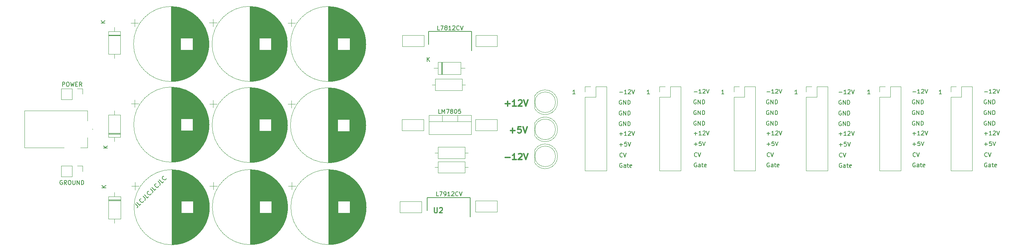
<source format=gbr>
%TF.GenerationSoftware,KiCad,Pcbnew,(5.1.7)-1*%
%TF.CreationDate,2021-02-05T18:36:13-06:00*%
%TF.ProjectId,Power Supply,506f7765-7220-4537-9570-706c792e6b69,rev?*%
%TF.SameCoordinates,Original*%
%TF.FileFunction,Legend,Top*%
%TF.FilePolarity,Positive*%
%FSLAX46Y46*%
G04 Gerber Fmt 4.6, Leading zero omitted, Abs format (unit mm)*
G04 Created by KiCad (PCBNEW (5.1.7)-1) date 2021-02-05 18:36:13*
%MOMM*%
%LPD*%
G01*
G04 APERTURE LIST*
%ADD10C,0.150000*%
%ADD11C,0.300000*%
%ADD12C,0.120000*%
%ADD13C,0.200000*%
%ADD14C,0.100000*%
%ADD15C,0.254000*%
G04 APERTURE END LIST*
D10*
X44846614Y-116878934D02*
X45351691Y-117384011D01*
X45419034Y-117518698D01*
X45419034Y-117653385D01*
X45351691Y-117788072D01*
X45284347Y-117855415D01*
X46227156Y-116912606D02*
X45890439Y-117249324D01*
X45183332Y-116542217D01*
X46799576Y-116205499D02*
X46799576Y-116272843D01*
X46732233Y-116407530D01*
X46664889Y-116474873D01*
X46530202Y-116542217D01*
X46395515Y-116542217D01*
X46294500Y-116508545D01*
X46126141Y-116407530D01*
X46025126Y-116306514D01*
X45924111Y-116138156D01*
X45890439Y-116037140D01*
X45890439Y-115902453D01*
X45957782Y-115767766D01*
X46025126Y-115700423D01*
X46159813Y-115633079D01*
X46227156Y-115633079D01*
X46664889Y-115060660D02*
X47169965Y-115565736D01*
X47237309Y-115700423D01*
X47237309Y-115835110D01*
X47169965Y-115969797D01*
X47102622Y-116037140D01*
X48045431Y-115094331D02*
X47708713Y-115431049D01*
X47001607Y-114723942D01*
X48617851Y-114387225D02*
X48617851Y-114454568D01*
X48550507Y-114589255D01*
X48483164Y-114656599D01*
X48348477Y-114723942D01*
X48213790Y-114723942D01*
X48112774Y-114690270D01*
X47944416Y-114589255D01*
X47843400Y-114488240D01*
X47742385Y-114319881D01*
X47708713Y-114218866D01*
X47708713Y-114084179D01*
X47776057Y-113949492D01*
X47843400Y-113882148D01*
X47978087Y-113814805D01*
X48045431Y-113814805D01*
X48483164Y-113242385D02*
X48988240Y-113747461D01*
X49055583Y-113882148D01*
X49055583Y-114016835D01*
X48988240Y-114151522D01*
X48920896Y-114218866D01*
X49863705Y-113276057D02*
X49526988Y-113612774D01*
X48819881Y-112905668D01*
X50436125Y-112568950D02*
X50436125Y-112636294D01*
X50368782Y-112770981D01*
X50301438Y-112838324D01*
X50166751Y-112905668D01*
X50032064Y-112905668D01*
X49931049Y-112871996D01*
X49762690Y-112770981D01*
X49661675Y-112669965D01*
X49560660Y-112501607D01*
X49526988Y-112400591D01*
X49526988Y-112265904D01*
X49594331Y-112131217D01*
X49661675Y-112063874D01*
X49796362Y-111996530D01*
X49863705Y-111996530D01*
X50301438Y-111424111D02*
X50806514Y-111929187D01*
X50873858Y-112063874D01*
X50873858Y-112198561D01*
X50806514Y-112333248D01*
X50739171Y-112400591D01*
X51681980Y-111457782D02*
X51345263Y-111794500D01*
X50638156Y-111087393D01*
X52254400Y-110750675D02*
X52254400Y-110818019D01*
X52187056Y-110952706D01*
X52119713Y-111020049D01*
X51985026Y-111087393D01*
X51850339Y-111087393D01*
X51749324Y-111053721D01*
X51580965Y-110952706D01*
X51479950Y-110851691D01*
X51378934Y-110683332D01*
X51345263Y-110582317D01*
X51345263Y-110447630D01*
X51412606Y-110312943D01*
X51479950Y-110245599D01*
X51614637Y-110178256D01*
X51681980Y-110178256D01*
D11*
X134357142Y-105607142D02*
X135500000Y-105607142D01*
X137000000Y-106178571D02*
X136142857Y-106178571D01*
X136571428Y-106178571D02*
X136571428Y-104678571D01*
X136428571Y-104892857D01*
X136285714Y-105035714D01*
X136142857Y-105107142D01*
X137571428Y-104821428D02*
X137642857Y-104750000D01*
X137785714Y-104678571D01*
X138142857Y-104678571D01*
X138285714Y-104750000D01*
X138357142Y-104821428D01*
X138428571Y-104964285D01*
X138428571Y-105107142D01*
X138357142Y-105321428D01*
X137500000Y-106178571D01*
X138428571Y-106178571D01*
X138857142Y-104678571D02*
X139357142Y-106178571D01*
X139857142Y-104678571D01*
X135571428Y-99107142D02*
X136714285Y-99107142D01*
X136142857Y-99678571D02*
X136142857Y-98535714D01*
X138142857Y-98178571D02*
X137428571Y-98178571D01*
X137357142Y-98892857D01*
X137428571Y-98821428D01*
X137571428Y-98750000D01*
X137928571Y-98750000D01*
X138071428Y-98821428D01*
X138142857Y-98892857D01*
X138214285Y-99035714D01*
X138214285Y-99392857D01*
X138142857Y-99535714D01*
X138071428Y-99607142D01*
X137928571Y-99678571D01*
X137571428Y-99678571D01*
X137428571Y-99607142D01*
X137357142Y-99535714D01*
X138642857Y-98178571D02*
X139142857Y-99678571D01*
X139642857Y-98178571D01*
X134357142Y-92607142D02*
X135500000Y-92607142D01*
X134928571Y-93178571D02*
X134928571Y-92035714D01*
X137000000Y-93178571D02*
X136142857Y-93178571D01*
X136571428Y-93178571D02*
X136571428Y-91678571D01*
X136428571Y-91892857D01*
X136285714Y-92035714D01*
X136142857Y-92107142D01*
X137571428Y-91821428D02*
X137642857Y-91750000D01*
X137785714Y-91678571D01*
X138142857Y-91678571D01*
X138285714Y-91750000D01*
X138357142Y-91821428D01*
X138428571Y-91964285D01*
X138428571Y-92107142D01*
X138357142Y-92321428D01*
X137500000Y-93178571D01*
X138428571Y-93178571D01*
X138857142Y-91678571D02*
X139357142Y-93178571D01*
X139857142Y-91678571D01*
D10*
X151285714Y-90252380D02*
X150714285Y-90252380D01*
X151000000Y-90252380D02*
X151000000Y-89252380D01*
X150904761Y-89395238D01*
X150809523Y-89490476D01*
X150714285Y-89538095D01*
X169285714Y-90252380D02*
X168714285Y-90252380D01*
X169000000Y-90252380D02*
X169000000Y-89252380D01*
X168904761Y-89395238D01*
X168809523Y-89490476D01*
X168714285Y-89538095D01*
X187285714Y-90202380D02*
X186714285Y-90202380D01*
X187000000Y-90202380D02*
X187000000Y-89202380D01*
X186904761Y-89345238D01*
X186809523Y-89440476D01*
X186714285Y-89488095D01*
X205035714Y-90252380D02*
X204464285Y-90252380D01*
X204750000Y-90252380D02*
X204750000Y-89252380D01*
X204654761Y-89395238D01*
X204559523Y-89490476D01*
X204464285Y-89538095D01*
X222635714Y-90252380D02*
X222064285Y-90252380D01*
X222350000Y-90252380D02*
X222350000Y-89252380D01*
X222254761Y-89395238D01*
X222159523Y-89490476D01*
X222064285Y-89538095D01*
X239935714Y-90252380D02*
X239364285Y-90252380D01*
X239650000Y-90252380D02*
X239650000Y-89252380D01*
X239554761Y-89395238D01*
X239459523Y-89490476D01*
X239364285Y-89538095D01*
X250314285Y-102421428D02*
X251076190Y-102421428D01*
X250695238Y-102802380D02*
X250695238Y-102040476D01*
X252028571Y-101802380D02*
X251552380Y-101802380D01*
X251504761Y-102278571D01*
X251552380Y-102230952D01*
X251647619Y-102183333D01*
X251885714Y-102183333D01*
X251980952Y-102230952D01*
X252028571Y-102278571D01*
X252076190Y-102373809D01*
X252076190Y-102611904D01*
X252028571Y-102707142D01*
X251980952Y-102754761D01*
X251885714Y-102802380D01*
X251647619Y-102802380D01*
X251552380Y-102754761D01*
X251504761Y-102707142D01*
X252361904Y-101802380D02*
X252695238Y-102802380D01*
X253028571Y-101802380D01*
X250788095Y-96900000D02*
X250692857Y-96852380D01*
X250550000Y-96852380D01*
X250407142Y-96900000D01*
X250311904Y-96995238D01*
X250264285Y-97090476D01*
X250216666Y-97280952D01*
X250216666Y-97423809D01*
X250264285Y-97614285D01*
X250311904Y-97709523D01*
X250407142Y-97804761D01*
X250550000Y-97852380D01*
X250645238Y-97852380D01*
X250788095Y-97804761D01*
X250835714Y-97757142D01*
X250835714Y-97423809D01*
X250645238Y-97423809D01*
X251264285Y-97852380D02*
X251264285Y-96852380D01*
X251835714Y-97852380D01*
X251835714Y-96852380D01*
X252311904Y-97852380D02*
X252311904Y-96852380D01*
X252550000Y-96852380D01*
X252692857Y-96900000D01*
X252788095Y-96995238D01*
X252835714Y-97090476D01*
X252883333Y-97280952D01*
X252883333Y-97423809D01*
X252835714Y-97614285D01*
X252788095Y-97709523D01*
X252692857Y-97804761D01*
X252550000Y-97852380D01*
X252311904Y-97852380D01*
X250288095Y-99821428D02*
X251050000Y-99821428D01*
X250669047Y-100202380D02*
X250669047Y-99440476D01*
X252050000Y-100202380D02*
X251478571Y-100202380D01*
X251764285Y-100202380D02*
X251764285Y-99202380D01*
X251669047Y-99345238D01*
X251573809Y-99440476D01*
X251478571Y-99488095D01*
X252430952Y-99297619D02*
X252478571Y-99250000D01*
X252573809Y-99202380D01*
X252811904Y-99202380D01*
X252907142Y-99250000D01*
X252954761Y-99297619D01*
X253002380Y-99392857D01*
X253002380Y-99488095D01*
X252954761Y-99630952D01*
X252383333Y-100202380D01*
X253002380Y-100202380D01*
X253288095Y-99202380D02*
X253621428Y-100202380D01*
X253954761Y-99202380D01*
X250895238Y-107000000D02*
X250800000Y-106952380D01*
X250657142Y-106952380D01*
X250514285Y-107000000D01*
X250419047Y-107095238D01*
X250371428Y-107190476D01*
X250323809Y-107380952D01*
X250323809Y-107523809D01*
X250371428Y-107714285D01*
X250419047Y-107809523D01*
X250514285Y-107904761D01*
X250657142Y-107952380D01*
X250752380Y-107952380D01*
X250895238Y-107904761D01*
X250942857Y-107857142D01*
X250942857Y-107523809D01*
X250752380Y-107523809D01*
X251800000Y-107952380D02*
X251800000Y-107428571D01*
X251752380Y-107333333D01*
X251657142Y-107285714D01*
X251466666Y-107285714D01*
X251371428Y-107333333D01*
X251800000Y-107904761D02*
X251704761Y-107952380D01*
X251466666Y-107952380D01*
X251371428Y-107904761D01*
X251323809Y-107809523D01*
X251323809Y-107714285D01*
X251371428Y-107619047D01*
X251466666Y-107571428D01*
X251704761Y-107571428D01*
X251800000Y-107523809D01*
X252133333Y-107285714D02*
X252514285Y-107285714D01*
X252276190Y-106952380D02*
X252276190Y-107809523D01*
X252323809Y-107904761D01*
X252419047Y-107952380D01*
X252514285Y-107952380D01*
X253228571Y-107904761D02*
X253133333Y-107952380D01*
X252942857Y-107952380D01*
X252847619Y-107904761D01*
X252800000Y-107809523D01*
X252800000Y-107428571D01*
X252847619Y-107333333D01*
X252942857Y-107285714D01*
X253133333Y-107285714D01*
X253228571Y-107333333D01*
X253276190Y-107428571D01*
X253276190Y-107523809D01*
X252800000Y-107619047D01*
X250980952Y-105357142D02*
X250933333Y-105404761D01*
X250790476Y-105452380D01*
X250695238Y-105452380D01*
X250552380Y-105404761D01*
X250457142Y-105309523D01*
X250409523Y-105214285D01*
X250361904Y-105023809D01*
X250361904Y-104880952D01*
X250409523Y-104690476D01*
X250457142Y-104595238D01*
X250552380Y-104500000D01*
X250695238Y-104452380D01*
X250790476Y-104452380D01*
X250933333Y-104500000D01*
X250980952Y-104547619D01*
X251266666Y-104452380D02*
X251600000Y-105452380D01*
X251933333Y-104452380D01*
X250788095Y-94300000D02*
X250692857Y-94252380D01*
X250550000Y-94252380D01*
X250407142Y-94300000D01*
X250311904Y-94395238D01*
X250264285Y-94490476D01*
X250216666Y-94680952D01*
X250216666Y-94823809D01*
X250264285Y-95014285D01*
X250311904Y-95109523D01*
X250407142Y-95204761D01*
X250550000Y-95252380D01*
X250645238Y-95252380D01*
X250788095Y-95204761D01*
X250835714Y-95157142D01*
X250835714Y-94823809D01*
X250645238Y-94823809D01*
X251264285Y-95252380D02*
X251264285Y-94252380D01*
X251835714Y-95252380D01*
X251835714Y-94252380D01*
X252311904Y-95252380D02*
X252311904Y-94252380D01*
X252550000Y-94252380D01*
X252692857Y-94300000D01*
X252788095Y-94395238D01*
X252835714Y-94490476D01*
X252883333Y-94680952D01*
X252883333Y-94823809D01*
X252835714Y-95014285D01*
X252788095Y-95109523D01*
X252692857Y-95204761D01*
X252550000Y-95252380D01*
X252311904Y-95252380D01*
X250788095Y-91700000D02*
X250692857Y-91652380D01*
X250550000Y-91652380D01*
X250407142Y-91700000D01*
X250311904Y-91795238D01*
X250264285Y-91890476D01*
X250216666Y-92080952D01*
X250216666Y-92223809D01*
X250264285Y-92414285D01*
X250311904Y-92509523D01*
X250407142Y-92604761D01*
X250550000Y-92652380D01*
X250645238Y-92652380D01*
X250788095Y-92604761D01*
X250835714Y-92557142D01*
X250835714Y-92223809D01*
X250645238Y-92223809D01*
X251264285Y-92652380D02*
X251264285Y-91652380D01*
X251835714Y-92652380D01*
X251835714Y-91652380D01*
X252311904Y-92652380D02*
X252311904Y-91652380D01*
X252550000Y-91652380D01*
X252692857Y-91700000D01*
X252788095Y-91795238D01*
X252835714Y-91890476D01*
X252883333Y-92080952D01*
X252883333Y-92223809D01*
X252835714Y-92414285D01*
X252788095Y-92509523D01*
X252692857Y-92604761D01*
X252550000Y-92652380D01*
X252311904Y-92652380D01*
X250288095Y-89721428D02*
X251050000Y-89721428D01*
X252050000Y-90102380D02*
X251478571Y-90102380D01*
X251764285Y-90102380D02*
X251764285Y-89102380D01*
X251669047Y-89245238D01*
X251573809Y-89340476D01*
X251478571Y-89388095D01*
X252430952Y-89197619D02*
X252478571Y-89150000D01*
X252573809Y-89102380D01*
X252811904Y-89102380D01*
X252907142Y-89150000D01*
X252954761Y-89197619D01*
X253002380Y-89292857D01*
X253002380Y-89388095D01*
X252954761Y-89530952D01*
X252383333Y-90102380D01*
X253002380Y-90102380D01*
X253288095Y-89102380D02*
X253621428Y-90102380D01*
X253954761Y-89102380D01*
X232964285Y-102421428D02*
X233726190Y-102421428D01*
X233345238Y-102802380D02*
X233345238Y-102040476D01*
X234678571Y-101802380D02*
X234202380Y-101802380D01*
X234154761Y-102278571D01*
X234202380Y-102230952D01*
X234297619Y-102183333D01*
X234535714Y-102183333D01*
X234630952Y-102230952D01*
X234678571Y-102278571D01*
X234726190Y-102373809D01*
X234726190Y-102611904D01*
X234678571Y-102707142D01*
X234630952Y-102754761D01*
X234535714Y-102802380D01*
X234297619Y-102802380D01*
X234202380Y-102754761D01*
X234154761Y-102707142D01*
X235011904Y-101802380D02*
X235345238Y-102802380D01*
X235678571Y-101802380D01*
X233438095Y-96900000D02*
X233342857Y-96852380D01*
X233200000Y-96852380D01*
X233057142Y-96900000D01*
X232961904Y-96995238D01*
X232914285Y-97090476D01*
X232866666Y-97280952D01*
X232866666Y-97423809D01*
X232914285Y-97614285D01*
X232961904Y-97709523D01*
X233057142Y-97804761D01*
X233200000Y-97852380D01*
X233295238Y-97852380D01*
X233438095Y-97804761D01*
X233485714Y-97757142D01*
X233485714Y-97423809D01*
X233295238Y-97423809D01*
X233914285Y-97852380D02*
X233914285Y-96852380D01*
X234485714Y-97852380D01*
X234485714Y-96852380D01*
X234961904Y-97852380D02*
X234961904Y-96852380D01*
X235200000Y-96852380D01*
X235342857Y-96900000D01*
X235438095Y-96995238D01*
X235485714Y-97090476D01*
X235533333Y-97280952D01*
X235533333Y-97423809D01*
X235485714Y-97614285D01*
X235438095Y-97709523D01*
X235342857Y-97804761D01*
X235200000Y-97852380D01*
X234961904Y-97852380D01*
X232938095Y-99821428D02*
X233700000Y-99821428D01*
X233319047Y-100202380D02*
X233319047Y-99440476D01*
X234700000Y-100202380D02*
X234128571Y-100202380D01*
X234414285Y-100202380D02*
X234414285Y-99202380D01*
X234319047Y-99345238D01*
X234223809Y-99440476D01*
X234128571Y-99488095D01*
X235080952Y-99297619D02*
X235128571Y-99250000D01*
X235223809Y-99202380D01*
X235461904Y-99202380D01*
X235557142Y-99250000D01*
X235604761Y-99297619D01*
X235652380Y-99392857D01*
X235652380Y-99488095D01*
X235604761Y-99630952D01*
X235033333Y-100202380D01*
X235652380Y-100202380D01*
X235938095Y-99202380D02*
X236271428Y-100202380D01*
X236604761Y-99202380D01*
X233545238Y-107000000D02*
X233450000Y-106952380D01*
X233307142Y-106952380D01*
X233164285Y-107000000D01*
X233069047Y-107095238D01*
X233021428Y-107190476D01*
X232973809Y-107380952D01*
X232973809Y-107523809D01*
X233021428Y-107714285D01*
X233069047Y-107809523D01*
X233164285Y-107904761D01*
X233307142Y-107952380D01*
X233402380Y-107952380D01*
X233545238Y-107904761D01*
X233592857Y-107857142D01*
X233592857Y-107523809D01*
X233402380Y-107523809D01*
X234450000Y-107952380D02*
X234450000Y-107428571D01*
X234402380Y-107333333D01*
X234307142Y-107285714D01*
X234116666Y-107285714D01*
X234021428Y-107333333D01*
X234450000Y-107904761D02*
X234354761Y-107952380D01*
X234116666Y-107952380D01*
X234021428Y-107904761D01*
X233973809Y-107809523D01*
X233973809Y-107714285D01*
X234021428Y-107619047D01*
X234116666Y-107571428D01*
X234354761Y-107571428D01*
X234450000Y-107523809D01*
X234783333Y-107285714D02*
X235164285Y-107285714D01*
X234926190Y-106952380D02*
X234926190Y-107809523D01*
X234973809Y-107904761D01*
X235069047Y-107952380D01*
X235164285Y-107952380D01*
X235878571Y-107904761D02*
X235783333Y-107952380D01*
X235592857Y-107952380D01*
X235497619Y-107904761D01*
X235450000Y-107809523D01*
X235450000Y-107428571D01*
X235497619Y-107333333D01*
X235592857Y-107285714D01*
X235783333Y-107285714D01*
X235878571Y-107333333D01*
X235926190Y-107428571D01*
X235926190Y-107523809D01*
X235450000Y-107619047D01*
X233630952Y-105357142D02*
X233583333Y-105404761D01*
X233440476Y-105452380D01*
X233345238Y-105452380D01*
X233202380Y-105404761D01*
X233107142Y-105309523D01*
X233059523Y-105214285D01*
X233011904Y-105023809D01*
X233011904Y-104880952D01*
X233059523Y-104690476D01*
X233107142Y-104595238D01*
X233202380Y-104500000D01*
X233345238Y-104452380D01*
X233440476Y-104452380D01*
X233583333Y-104500000D01*
X233630952Y-104547619D01*
X233916666Y-104452380D02*
X234250000Y-105452380D01*
X234583333Y-104452380D01*
X233438095Y-94300000D02*
X233342857Y-94252380D01*
X233200000Y-94252380D01*
X233057142Y-94300000D01*
X232961904Y-94395238D01*
X232914285Y-94490476D01*
X232866666Y-94680952D01*
X232866666Y-94823809D01*
X232914285Y-95014285D01*
X232961904Y-95109523D01*
X233057142Y-95204761D01*
X233200000Y-95252380D01*
X233295238Y-95252380D01*
X233438095Y-95204761D01*
X233485714Y-95157142D01*
X233485714Y-94823809D01*
X233295238Y-94823809D01*
X233914285Y-95252380D02*
X233914285Y-94252380D01*
X234485714Y-95252380D01*
X234485714Y-94252380D01*
X234961904Y-95252380D02*
X234961904Y-94252380D01*
X235200000Y-94252380D01*
X235342857Y-94300000D01*
X235438095Y-94395238D01*
X235485714Y-94490476D01*
X235533333Y-94680952D01*
X235533333Y-94823809D01*
X235485714Y-95014285D01*
X235438095Y-95109523D01*
X235342857Y-95204761D01*
X235200000Y-95252380D01*
X234961904Y-95252380D01*
X233438095Y-91700000D02*
X233342857Y-91652380D01*
X233200000Y-91652380D01*
X233057142Y-91700000D01*
X232961904Y-91795238D01*
X232914285Y-91890476D01*
X232866666Y-92080952D01*
X232866666Y-92223809D01*
X232914285Y-92414285D01*
X232961904Y-92509523D01*
X233057142Y-92604761D01*
X233200000Y-92652380D01*
X233295238Y-92652380D01*
X233438095Y-92604761D01*
X233485714Y-92557142D01*
X233485714Y-92223809D01*
X233295238Y-92223809D01*
X233914285Y-92652380D02*
X233914285Y-91652380D01*
X234485714Y-92652380D01*
X234485714Y-91652380D01*
X234961904Y-92652380D02*
X234961904Y-91652380D01*
X235200000Y-91652380D01*
X235342857Y-91700000D01*
X235438095Y-91795238D01*
X235485714Y-91890476D01*
X235533333Y-92080952D01*
X235533333Y-92223809D01*
X235485714Y-92414285D01*
X235438095Y-92509523D01*
X235342857Y-92604761D01*
X235200000Y-92652380D01*
X234961904Y-92652380D01*
X232938095Y-89721428D02*
X233700000Y-89721428D01*
X234700000Y-90102380D02*
X234128571Y-90102380D01*
X234414285Y-90102380D02*
X234414285Y-89102380D01*
X234319047Y-89245238D01*
X234223809Y-89340476D01*
X234128571Y-89388095D01*
X235080952Y-89197619D02*
X235128571Y-89150000D01*
X235223809Y-89102380D01*
X235461904Y-89102380D01*
X235557142Y-89150000D01*
X235604761Y-89197619D01*
X235652380Y-89292857D01*
X235652380Y-89388095D01*
X235604761Y-89530952D01*
X235033333Y-90102380D01*
X235652380Y-90102380D01*
X235938095Y-89102380D02*
X236271428Y-90102380D01*
X236604761Y-89102380D01*
X215164285Y-102521428D02*
X215926190Y-102521428D01*
X215545238Y-102902380D02*
X215545238Y-102140476D01*
X216878571Y-101902380D02*
X216402380Y-101902380D01*
X216354761Y-102378571D01*
X216402380Y-102330952D01*
X216497619Y-102283333D01*
X216735714Y-102283333D01*
X216830952Y-102330952D01*
X216878571Y-102378571D01*
X216926190Y-102473809D01*
X216926190Y-102711904D01*
X216878571Y-102807142D01*
X216830952Y-102854761D01*
X216735714Y-102902380D01*
X216497619Y-102902380D01*
X216402380Y-102854761D01*
X216354761Y-102807142D01*
X217211904Y-101902380D02*
X217545238Y-102902380D01*
X217878571Y-101902380D01*
X215638095Y-97000000D02*
X215542857Y-96952380D01*
X215400000Y-96952380D01*
X215257142Y-97000000D01*
X215161904Y-97095238D01*
X215114285Y-97190476D01*
X215066666Y-97380952D01*
X215066666Y-97523809D01*
X215114285Y-97714285D01*
X215161904Y-97809523D01*
X215257142Y-97904761D01*
X215400000Y-97952380D01*
X215495238Y-97952380D01*
X215638095Y-97904761D01*
X215685714Y-97857142D01*
X215685714Y-97523809D01*
X215495238Y-97523809D01*
X216114285Y-97952380D02*
X216114285Y-96952380D01*
X216685714Y-97952380D01*
X216685714Y-96952380D01*
X217161904Y-97952380D02*
X217161904Y-96952380D01*
X217400000Y-96952380D01*
X217542857Y-97000000D01*
X217638095Y-97095238D01*
X217685714Y-97190476D01*
X217733333Y-97380952D01*
X217733333Y-97523809D01*
X217685714Y-97714285D01*
X217638095Y-97809523D01*
X217542857Y-97904761D01*
X217400000Y-97952380D01*
X217161904Y-97952380D01*
X215138095Y-99921428D02*
X215900000Y-99921428D01*
X215519047Y-100302380D02*
X215519047Y-99540476D01*
X216900000Y-100302380D02*
X216328571Y-100302380D01*
X216614285Y-100302380D02*
X216614285Y-99302380D01*
X216519047Y-99445238D01*
X216423809Y-99540476D01*
X216328571Y-99588095D01*
X217280952Y-99397619D02*
X217328571Y-99350000D01*
X217423809Y-99302380D01*
X217661904Y-99302380D01*
X217757142Y-99350000D01*
X217804761Y-99397619D01*
X217852380Y-99492857D01*
X217852380Y-99588095D01*
X217804761Y-99730952D01*
X217233333Y-100302380D01*
X217852380Y-100302380D01*
X218138095Y-99302380D02*
X218471428Y-100302380D01*
X218804761Y-99302380D01*
X215745238Y-107100000D02*
X215650000Y-107052380D01*
X215507142Y-107052380D01*
X215364285Y-107100000D01*
X215269047Y-107195238D01*
X215221428Y-107290476D01*
X215173809Y-107480952D01*
X215173809Y-107623809D01*
X215221428Y-107814285D01*
X215269047Y-107909523D01*
X215364285Y-108004761D01*
X215507142Y-108052380D01*
X215602380Y-108052380D01*
X215745238Y-108004761D01*
X215792857Y-107957142D01*
X215792857Y-107623809D01*
X215602380Y-107623809D01*
X216650000Y-108052380D02*
X216650000Y-107528571D01*
X216602380Y-107433333D01*
X216507142Y-107385714D01*
X216316666Y-107385714D01*
X216221428Y-107433333D01*
X216650000Y-108004761D02*
X216554761Y-108052380D01*
X216316666Y-108052380D01*
X216221428Y-108004761D01*
X216173809Y-107909523D01*
X216173809Y-107814285D01*
X216221428Y-107719047D01*
X216316666Y-107671428D01*
X216554761Y-107671428D01*
X216650000Y-107623809D01*
X216983333Y-107385714D02*
X217364285Y-107385714D01*
X217126190Y-107052380D02*
X217126190Y-107909523D01*
X217173809Y-108004761D01*
X217269047Y-108052380D01*
X217364285Y-108052380D01*
X218078571Y-108004761D02*
X217983333Y-108052380D01*
X217792857Y-108052380D01*
X217697619Y-108004761D01*
X217650000Y-107909523D01*
X217650000Y-107528571D01*
X217697619Y-107433333D01*
X217792857Y-107385714D01*
X217983333Y-107385714D01*
X218078571Y-107433333D01*
X218126190Y-107528571D01*
X218126190Y-107623809D01*
X217650000Y-107719047D01*
X215830952Y-105457142D02*
X215783333Y-105504761D01*
X215640476Y-105552380D01*
X215545238Y-105552380D01*
X215402380Y-105504761D01*
X215307142Y-105409523D01*
X215259523Y-105314285D01*
X215211904Y-105123809D01*
X215211904Y-104980952D01*
X215259523Y-104790476D01*
X215307142Y-104695238D01*
X215402380Y-104600000D01*
X215545238Y-104552380D01*
X215640476Y-104552380D01*
X215783333Y-104600000D01*
X215830952Y-104647619D01*
X216116666Y-104552380D02*
X216450000Y-105552380D01*
X216783333Y-104552380D01*
X215638095Y-94400000D02*
X215542857Y-94352380D01*
X215400000Y-94352380D01*
X215257142Y-94400000D01*
X215161904Y-94495238D01*
X215114285Y-94590476D01*
X215066666Y-94780952D01*
X215066666Y-94923809D01*
X215114285Y-95114285D01*
X215161904Y-95209523D01*
X215257142Y-95304761D01*
X215400000Y-95352380D01*
X215495238Y-95352380D01*
X215638095Y-95304761D01*
X215685714Y-95257142D01*
X215685714Y-94923809D01*
X215495238Y-94923809D01*
X216114285Y-95352380D02*
X216114285Y-94352380D01*
X216685714Y-95352380D01*
X216685714Y-94352380D01*
X217161904Y-95352380D02*
X217161904Y-94352380D01*
X217400000Y-94352380D01*
X217542857Y-94400000D01*
X217638095Y-94495238D01*
X217685714Y-94590476D01*
X217733333Y-94780952D01*
X217733333Y-94923809D01*
X217685714Y-95114285D01*
X217638095Y-95209523D01*
X217542857Y-95304761D01*
X217400000Y-95352380D01*
X217161904Y-95352380D01*
X215638095Y-91800000D02*
X215542857Y-91752380D01*
X215400000Y-91752380D01*
X215257142Y-91800000D01*
X215161904Y-91895238D01*
X215114285Y-91990476D01*
X215066666Y-92180952D01*
X215066666Y-92323809D01*
X215114285Y-92514285D01*
X215161904Y-92609523D01*
X215257142Y-92704761D01*
X215400000Y-92752380D01*
X215495238Y-92752380D01*
X215638095Y-92704761D01*
X215685714Y-92657142D01*
X215685714Y-92323809D01*
X215495238Y-92323809D01*
X216114285Y-92752380D02*
X216114285Y-91752380D01*
X216685714Y-92752380D01*
X216685714Y-91752380D01*
X217161904Y-92752380D02*
X217161904Y-91752380D01*
X217400000Y-91752380D01*
X217542857Y-91800000D01*
X217638095Y-91895238D01*
X217685714Y-91990476D01*
X217733333Y-92180952D01*
X217733333Y-92323809D01*
X217685714Y-92514285D01*
X217638095Y-92609523D01*
X217542857Y-92704761D01*
X217400000Y-92752380D01*
X217161904Y-92752380D01*
X215138095Y-89821428D02*
X215900000Y-89821428D01*
X216900000Y-90202380D02*
X216328571Y-90202380D01*
X216614285Y-90202380D02*
X216614285Y-89202380D01*
X216519047Y-89345238D01*
X216423809Y-89440476D01*
X216328571Y-89488095D01*
X217280952Y-89297619D02*
X217328571Y-89250000D01*
X217423809Y-89202380D01*
X217661904Y-89202380D01*
X217757142Y-89250000D01*
X217804761Y-89297619D01*
X217852380Y-89392857D01*
X217852380Y-89488095D01*
X217804761Y-89630952D01*
X217233333Y-90202380D01*
X217852380Y-90202380D01*
X218138095Y-89202380D02*
X218471428Y-90202380D01*
X218804761Y-89202380D01*
X197664285Y-102421428D02*
X198426190Y-102421428D01*
X198045238Y-102802380D02*
X198045238Y-102040476D01*
X199378571Y-101802380D02*
X198902380Y-101802380D01*
X198854761Y-102278571D01*
X198902380Y-102230952D01*
X198997619Y-102183333D01*
X199235714Y-102183333D01*
X199330952Y-102230952D01*
X199378571Y-102278571D01*
X199426190Y-102373809D01*
X199426190Y-102611904D01*
X199378571Y-102707142D01*
X199330952Y-102754761D01*
X199235714Y-102802380D01*
X198997619Y-102802380D01*
X198902380Y-102754761D01*
X198854761Y-102707142D01*
X199711904Y-101802380D02*
X200045238Y-102802380D01*
X200378571Y-101802380D01*
X198138095Y-96900000D02*
X198042857Y-96852380D01*
X197900000Y-96852380D01*
X197757142Y-96900000D01*
X197661904Y-96995238D01*
X197614285Y-97090476D01*
X197566666Y-97280952D01*
X197566666Y-97423809D01*
X197614285Y-97614285D01*
X197661904Y-97709523D01*
X197757142Y-97804761D01*
X197900000Y-97852380D01*
X197995238Y-97852380D01*
X198138095Y-97804761D01*
X198185714Y-97757142D01*
X198185714Y-97423809D01*
X197995238Y-97423809D01*
X198614285Y-97852380D02*
X198614285Y-96852380D01*
X199185714Y-97852380D01*
X199185714Y-96852380D01*
X199661904Y-97852380D02*
X199661904Y-96852380D01*
X199900000Y-96852380D01*
X200042857Y-96900000D01*
X200138095Y-96995238D01*
X200185714Y-97090476D01*
X200233333Y-97280952D01*
X200233333Y-97423809D01*
X200185714Y-97614285D01*
X200138095Y-97709523D01*
X200042857Y-97804761D01*
X199900000Y-97852380D01*
X199661904Y-97852380D01*
X197638095Y-99821428D02*
X198400000Y-99821428D01*
X198019047Y-100202380D02*
X198019047Y-99440476D01*
X199400000Y-100202380D02*
X198828571Y-100202380D01*
X199114285Y-100202380D02*
X199114285Y-99202380D01*
X199019047Y-99345238D01*
X198923809Y-99440476D01*
X198828571Y-99488095D01*
X199780952Y-99297619D02*
X199828571Y-99250000D01*
X199923809Y-99202380D01*
X200161904Y-99202380D01*
X200257142Y-99250000D01*
X200304761Y-99297619D01*
X200352380Y-99392857D01*
X200352380Y-99488095D01*
X200304761Y-99630952D01*
X199733333Y-100202380D01*
X200352380Y-100202380D01*
X200638095Y-99202380D02*
X200971428Y-100202380D01*
X201304761Y-99202380D01*
X198245238Y-107000000D02*
X198150000Y-106952380D01*
X198007142Y-106952380D01*
X197864285Y-107000000D01*
X197769047Y-107095238D01*
X197721428Y-107190476D01*
X197673809Y-107380952D01*
X197673809Y-107523809D01*
X197721428Y-107714285D01*
X197769047Y-107809523D01*
X197864285Y-107904761D01*
X198007142Y-107952380D01*
X198102380Y-107952380D01*
X198245238Y-107904761D01*
X198292857Y-107857142D01*
X198292857Y-107523809D01*
X198102380Y-107523809D01*
X199150000Y-107952380D02*
X199150000Y-107428571D01*
X199102380Y-107333333D01*
X199007142Y-107285714D01*
X198816666Y-107285714D01*
X198721428Y-107333333D01*
X199150000Y-107904761D02*
X199054761Y-107952380D01*
X198816666Y-107952380D01*
X198721428Y-107904761D01*
X198673809Y-107809523D01*
X198673809Y-107714285D01*
X198721428Y-107619047D01*
X198816666Y-107571428D01*
X199054761Y-107571428D01*
X199150000Y-107523809D01*
X199483333Y-107285714D02*
X199864285Y-107285714D01*
X199626190Y-106952380D02*
X199626190Y-107809523D01*
X199673809Y-107904761D01*
X199769047Y-107952380D01*
X199864285Y-107952380D01*
X200578571Y-107904761D02*
X200483333Y-107952380D01*
X200292857Y-107952380D01*
X200197619Y-107904761D01*
X200150000Y-107809523D01*
X200150000Y-107428571D01*
X200197619Y-107333333D01*
X200292857Y-107285714D01*
X200483333Y-107285714D01*
X200578571Y-107333333D01*
X200626190Y-107428571D01*
X200626190Y-107523809D01*
X200150000Y-107619047D01*
X198330952Y-105357142D02*
X198283333Y-105404761D01*
X198140476Y-105452380D01*
X198045238Y-105452380D01*
X197902380Y-105404761D01*
X197807142Y-105309523D01*
X197759523Y-105214285D01*
X197711904Y-105023809D01*
X197711904Y-104880952D01*
X197759523Y-104690476D01*
X197807142Y-104595238D01*
X197902380Y-104500000D01*
X198045238Y-104452380D01*
X198140476Y-104452380D01*
X198283333Y-104500000D01*
X198330952Y-104547619D01*
X198616666Y-104452380D02*
X198950000Y-105452380D01*
X199283333Y-104452380D01*
X198138095Y-94300000D02*
X198042857Y-94252380D01*
X197900000Y-94252380D01*
X197757142Y-94300000D01*
X197661904Y-94395238D01*
X197614285Y-94490476D01*
X197566666Y-94680952D01*
X197566666Y-94823809D01*
X197614285Y-95014285D01*
X197661904Y-95109523D01*
X197757142Y-95204761D01*
X197900000Y-95252380D01*
X197995238Y-95252380D01*
X198138095Y-95204761D01*
X198185714Y-95157142D01*
X198185714Y-94823809D01*
X197995238Y-94823809D01*
X198614285Y-95252380D02*
X198614285Y-94252380D01*
X199185714Y-95252380D01*
X199185714Y-94252380D01*
X199661904Y-95252380D02*
X199661904Y-94252380D01*
X199900000Y-94252380D01*
X200042857Y-94300000D01*
X200138095Y-94395238D01*
X200185714Y-94490476D01*
X200233333Y-94680952D01*
X200233333Y-94823809D01*
X200185714Y-95014285D01*
X200138095Y-95109523D01*
X200042857Y-95204761D01*
X199900000Y-95252380D01*
X199661904Y-95252380D01*
X198138095Y-91700000D02*
X198042857Y-91652380D01*
X197900000Y-91652380D01*
X197757142Y-91700000D01*
X197661904Y-91795238D01*
X197614285Y-91890476D01*
X197566666Y-92080952D01*
X197566666Y-92223809D01*
X197614285Y-92414285D01*
X197661904Y-92509523D01*
X197757142Y-92604761D01*
X197900000Y-92652380D01*
X197995238Y-92652380D01*
X198138095Y-92604761D01*
X198185714Y-92557142D01*
X198185714Y-92223809D01*
X197995238Y-92223809D01*
X198614285Y-92652380D02*
X198614285Y-91652380D01*
X199185714Y-92652380D01*
X199185714Y-91652380D01*
X199661904Y-92652380D02*
X199661904Y-91652380D01*
X199900000Y-91652380D01*
X200042857Y-91700000D01*
X200138095Y-91795238D01*
X200185714Y-91890476D01*
X200233333Y-92080952D01*
X200233333Y-92223809D01*
X200185714Y-92414285D01*
X200138095Y-92509523D01*
X200042857Y-92604761D01*
X199900000Y-92652380D01*
X199661904Y-92652380D01*
X197638095Y-89721428D02*
X198400000Y-89721428D01*
X199400000Y-90102380D02*
X198828571Y-90102380D01*
X199114285Y-90102380D02*
X199114285Y-89102380D01*
X199019047Y-89245238D01*
X198923809Y-89340476D01*
X198828571Y-89388095D01*
X199780952Y-89197619D02*
X199828571Y-89150000D01*
X199923809Y-89102380D01*
X200161904Y-89102380D01*
X200257142Y-89150000D01*
X200304761Y-89197619D01*
X200352380Y-89292857D01*
X200352380Y-89388095D01*
X200304761Y-89530952D01*
X199733333Y-90102380D01*
X200352380Y-90102380D01*
X200638095Y-89102380D02*
X200971428Y-90102380D01*
X201304761Y-89102380D01*
X180064285Y-102421428D02*
X180826190Y-102421428D01*
X180445238Y-102802380D02*
X180445238Y-102040476D01*
X181778571Y-101802380D02*
X181302380Y-101802380D01*
X181254761Y-102278571D01*
X181302380Y-102230952D01*
X181397619Y-102183333D01*
X181635714Y-102183333D01*
X181730952Y-102230952D01*
X181778571Y-102278571D01*
X181826190Y-102373809D01*
X181826190Y-102611904D01*
X181778571Y-102707142D01*
X181730952Y-102754761D01*
X181635714Y-102802380D01*
X181397619Y-102802380D01*
X181302380Y-102754761D01*
X181254761Y-102707142D01*
X182111904Y-101802380D02*
X182445238Y-102802380D01*
X182778571Y-101802380D01*
X180538095Y-96900000D02*
X180442857Y-96852380D01*
X180300000Y-96852380D01*
X180157142Y-96900000D01*
X180061904Y-96995238D01*
X180014285Y-97090476D01*
X179966666Y-97280952D01*
X179966666Y-97423809D01*
X180014285Y-97614285D01*
X180061904Y-97709523D01*
X180157142Y-97804761D01*
X180300000Y-97852380D01*
X180395238Y-97852380D01*
X180538095Y-97804761D01*
X180585714Y-97757142D01*
X180585714Y-97423809D01*
X180395238Y-97423809D01*
X181014285Y-97852380D02*
X181014285Y-96852380D01*
X181585714Y-97852380D01*
X181585714Y-96852380D01*
X182061904Y-97852380D02*
X182061904Y-96852380D01*
X182300000Y-96852380D01*
X182442857Y-96900000D01*
X182538095Y-96995238D01*
X182585714Y-97090476D01*
X182633333Y-97280952D01*
X182633333Y-97423809D01*
X182585714Y-97614285D01*
X182538095Y-97709523D01*
X182442857Y-97804761D01*
X182300000Y-97852380D01*
X182061904Y-97852380D01*
X180038095Y-99821428D02*
X180800000Y-99821428D01*
X180419047Y-100202380D02*
X180419047Y-99440476D01*
X181800000Y-100202380D02*
X181228571Y-100202380D01*
X181514285Y-100202380D02*
X181514285Y-99202380D01*
X181419047Y-99345238D01*
X181323809Y-99440476D01*
X181228571Y-99488095D01*
X182180952Y-99297619D02*
X182228571Y-99250000D01*
X182323809Y-99202380D01*
X182561904Y-99202380D01*
X182657142Y-99250000D01*
X182704761Y-99297619D01*
X182752380Y-99392857D01*
X182752380Y-99488095D01*
X182704761Y-99630952D01*
X182133333Y-100202380D01*
X182752380Y-100202380D01*
X183038095Y-99202380D02*
X183371428Y-100202380D01*
X183704761Y-99202380D01*
X180645238Y-107000000D02*
X180550000Y-106952380D01*
X180407142Y-106952380D01*
X180264285Y-107000000D01*
X180169047Y-107095238D01*
X180121428Y-107190476D01*
X180073809Y-107380952D01*
X180073809Y-107523809D01*
X180121428Y-107714285D01*
X180169047Y-107809523D01*
X180264285Y-107904761D01*
X180407142Y-107952380D01*
X180502380Y-107952380D01*
X180645238Y-107904761D01*
X180692857Y-107857142D01*
X180692857Y-107523809D01*
X180502380Y-107523809D01*
X181550000Y-107952380D02*
X181550000Y-107428571D01*
X181502380Y-107333333D01*
X181407142Y-107285714D01*
X181216666Y-107285714D01*
X181121428Y-107333333D01*
X181550000Y-107904761D02*
X181454761Y-107952380D01*
X181216666Y-107952380D01*
X181121428Y-107904761D01*
X181073809Y-107809523D01*
X181073809Y-107714285D01*
X181121428Y-107619047D01*
X181216666Y-107571428D01*
X181454761Y-107571428D01*
X181550000Y-107523809D01*
X181883333Y-107285714D02*
X182264285Y-107285714D01*
X182026190Y-106952380D02*
X182026190Y-107809523D01*
X182073809Y-107904761D01*
X182169047Y-107952380D01*
X182264285Y-107952380D01*
X182978571Y-107904761D02*
X182883333Y-107952380D01*
X182692857Y-107952380D01*
X182597619Y-107904761D01*
X182550000Y-107809523D01*
X182550000Y-107428571D01*
X182597619Y-107333333D01*
X182692857Y-107285714D01*
X182883333Y-107285714D01*
X182978571Y-107333333D01*
X183026190Y-107428571D01*
X183026190Y-107523809D01*
X182550000Y-107619047D01*
X180730952Y-105357142D02*
X180683333Y-105404761D01*
X180540476Y-105452380D01*
X180445238Y-105452380D01*
X180302380Y-105404761D01*
X180207142Y-105309523D01*
X180159523Y-105214285D01*
X180111904Y-105023809D01*
X180111904Y-104880952D01*
X180159523Y-104690476D01*
X180207142Y-104595238D01*
X180302380Y-104500000D01*
X180445238Y-104452380D01*
X180540476Y-104452380D01*
X180683333Y-104500000D01*
X180730952Y-104547619D01*
X181016666Y-104452380D02*
X181350000Y-105452380D01*
X181683333Y-104452380D01*
X180538095Y-94300000D02*
X180442857Y-94252380D01*
X180300000Y-94252380D01*
X180157142Y-94300000D01*
X180061904Y-94395238D01*
X180014285Y-94490476D01*
X179966666Y-94680952D01*
X179966666Y-94823809D01*
X180014285Y-95014285D01*
X180061904Y-95109523D01*
X180157142Y-95204761D01*
X180300000Y-95252380D01*
X180395238Y-95252380D01*
X180538095Y-95204761D01*
X180585714Y-95157142D01*
X180585714Y-94823809D01*
X180395238Y-94823809D01*
X181014285Y-95252380D02*
X181014285Y-94252380D01*
X181585714Y-95252380D01*
X181585714Y-94252380D01*
X182061904Y-95252380D02*
X182061904Y-94252380D01*
X182300000Y-94252380D01*
X182442857Y-94300000D01*
X182538095Y-94395238D01*
X182585714Y-94490476D01*
X182633333Y-94680952D01*
X182633333Y-94823809D01*
X182585714Y-95014285D01*
X182538095Y-95109523D01*
X182442857Y-95204761D01*
X182300000Y-95252380D01*
X182061904Y-95252380D01*
X180538095Y-91700000D02*
X180442857Y-91652380D01*
X180300000Y-91652380D01*
X180157142Y-91700000D01*
X180061904Y-91795238D01*
X180014285Y-91890476D01*
X179966666Y-92080952D01*
X179966666Y-92223809D01*
X180014285Y-92414285D01*
X180061904Y-92509523D01*
X180157142Y-92604761D01*
X180300000Y-92652380D01*
X180395238Y-92652380D01*
X180538095Y-92604761D01*
X180585714Y-92557142D01*
X180585714Y-92223809D01*
X180395238Y-92223809D01*
X181014285Y-92652380D02*
X181014285Y-91652380D01*
X181585714Y-92652380D01*
X181585714Y-91652380D01*
X182061904Y-92652380D02*
X182061904Y-91652380D01*
X182300000Y-91652380D01*
X182442857Y-91700000D01*
X182538095Y-91795238D01*
X182585714Y-91890476D01*
X182633333Y-92080952D01*
X182633333Y-92223809D01*
X182585714Y-92414285D01*
X182538095Y-92509523D01*
X182442857Y-92604761D01*
X182300000Y-92652380D01*
X182061904Y-92652380D01*
X180038095Y-89721428D02*
X180800000Y-89721428D01*
X181800000Y-90102380D02*
X181228571Y-90102380D01*
X181514285Y-90102380D02*
X181514285Y-89102380D01*
X181419047Y-89245238D01*
X181323809Y-89340476D01*
X181228571Y-89388095D01*
X182180952Y-89197619D02*
X182228571Y-89150000D01*
X182323809Y-89102380D01*
X182561904Y-89102380D01*
X182657142Y-89150000D01*
X182704761Y-89197619D01*
X182752380Y-89292857D01*
X182752380Y-89388095D01*
X182704761Y-89530952D01*
X182133333Y-90102380D01*
X182752380Y-90102380D01*
X183038095Y-89102380D02*
X183371428Y-90102380D01*
X183704761Y-89102380D01*
X162595238Y-107100000D02*
X162500000Y-107052380D01*
X162357142Y-107052380D01*
X162214285Y-107100000D01*
X162119047Y-107195238D01*
X162071428Y-107290476D01*
X162023809Y-107480952D01*
X162023809Y-107623809D01*
X162071428Y-107814285D01*
X162119047Y-107909523D01*
X162214285Y-108004761D01*
X162357142Y-108052380D01*
X162452380Y-108052380D01*
X162595238Y-108004761D01*
X162642857Y-107957142D01*
X162642857Y-107623809D01*
X162452380Y-107623809D01*
X163500000Y-108052380D02*
X163500000Y-107528571D01*
X163452380Y-107433333D01*
X163357142Y-107385714D01*
X163166666Y-107385714D01*
X163071428Y-107433333D01*
X163500000Y-108004761D02*
X163404761Y-108052380D01*
X163166666Y-108052380D01*
X163071428Y-108004761D01*
X163023809Y-107909523D01*
X163023809Y-107814285D01*
X163071428Y-107719047D01*
X163166666Y-107671428D01*
X163404761Y-107671428D01*
X163500000Y-107623809D01*
X163833333Y-107385714D02*
X164214285Y-107385714D01*
X163976190Y-107052380D02*
X163976190Y-107909523D01*
X164023809Y-108004761D01*
X164119047Y-108052380D01*
X164214285Y-108052380D01*
X164928571Y-108004761D02*
X164833333Y-108052380D01*
X164642857Y-108052380D01*
X164547619Y-108004761D01*
X164500000Y-107909523D01*
X164500000Y-107528571D01*
X164547619Y-107433333D01*
X164642857Y-107385714D01*
X164833333Y-107385714D01*
X164928571Y-107433333D01*
X164976190Y-107528571D01*
X164976190Y-107623809D01*
X164500000Y-107719047D01*
X162680952Y-105457142D02*
X162633333Y-105504761D01*
X162490476Y-105552380D01*
X162395238Y-105552380D01*
X162252380Y-105504761D01*
X162157142Y-105409523D01*
X162109523Y-105314285D01*
X162061904Y-105123809D01*
X162061904Y-104980952D01*
X162109523Y-104790476D01*
X162157142Y-104695238D01*
X162252380Y-104600000D01*
X162395238Y-104552380D01*
X162490476Y-104552380D01*
X162633333Y-104600000D01*
X162680952Y-104647619D01*
X162966666Y-104552380D02*
X163300000Y-105552380D01*
X163633333Y-104552380D01*
X162014285Y-102521428D02*
X162776190Y-102521428D01*
X162395238Y-102902380D02*
X162395238Y-102140476D01*
X163728571Y-101902380D02*
X163252380Y-101902380D01*
X163204761Y-102378571D01*
X163252380Y-102330952D01*
X163347619Y-102283333D01*
X163585714Y-102283333D01*
X163680952Y-102330952D01*
X163728571Y-102378571D01*
X163776190Y-102473809D01*
X163776190Y-102711904D01*
X163728571Y-102807142D01*
X163680952Y-102854761D01*
X163585714Y-102902380D01*
X163347619Y-102902380D01*
X163252380Y-102854761D01*
X163204761Y-102807142D01*
X164061904Y-101902380D02*
X164395238Y-102902380D01*
X164728571Y-101902380D01*
X161988095Y-99921428D02*
X162750000Y-99921428D01*
X162369047Y-100302380D02*
X162369047Y-99540476D01*
X163750000Y-100302380D02*
X163178571Y-100302380D01*
X163464285Y-100302380D02*
X163464285Y-99302380D01*
X163369047Y-99445238D01*
X163273809Y-99540476D01*
X163178571Y-99588095D01*
X164130952Y-99397619D02*
X164178571Y-99350000D01*
X164273809Y-99302380D01*
X164511904Y-99302380D01*
X164607142Y-99350000D01*
X164654761Y-99397619D01*
X164702380Y-99492857D01*
X164702380Y-99588095D01*
X164654761Y-99730952D01*
X164083333Y-100302380D01*
X164702380Y-100302380D01*
X164988095Y-99302380D02*
X165321428Y-100302380D01*
X165654761Y-99302380D01*
X162488095Y-97000000D02*
X162392857Y-96952380D01*
X162250000Y-96952380D01*
X162107142Y-97000000D01*
X162011904Y-97095238D01*
X161964285Y-97190476D01*
X161916666Y-97380952D01*
X161916666Y-97523809D01*
X161964285Y-97714285D01*
X162011904Y-97809523D01*
X162107142Y-97904761D01*
X162250000Y-97952380D01*
X162345238Y-97952380D01*
X162488095Y-97904761D01*
X162535714Y-97857142D01*
X162535714Y-97523809D01*
X162345238Y-97523809D01*
X162964285Y-97952380D02*
X162964285Y-96952380D01*
X163535714Y-97952380D01*
X163535714Y-96952380D01*
X164011904Y-97952380D02*
X164011904Y-96952380D01*
X164250000Y-96952380D01*
X164392857Y-97000000D01*
X164488095Y-97095238D01*
X164535714Y-97190476D01*
X164583333Y-97380952D01*
X164583333Y-97523809D01*
X164535714Y-97714285D01*
X164488095Y-97809523D01*
X164392857Y-97904761D01*
X164250000Y-97952380D01*
X164011904Y-97952380D01*
X162488095Y-94400000D02*
X162392857Y-94352380D01*
X162250000Y-94352380D01*
X162107142Y-94400000D01*
X162011904Y-94495238D01*
X161964285Y-94590476D01*
X161916666Y-94780952D01*
X161916666Y-94923809D01*
X161964285Y-95114285D01*
X162011904Y-95209523D01*
X162107142Y-95304761D01*
X162250000Y-95352380D01*
X162345238Y-95352380D01*
X162488095Y-95304761D01*
X162535714Y-95257142D01*
X162535714Y-94923809D01*
X162345238Y-94923809D01*
X162964285Y-95352380D02*
X162964285Y-94352380D01*
X163535714Y-95352380D01*
X163535714Y-94352380D01*
X164011904Y-95352380D02*
X164011904Y-94352380D01*
X164250000Y-94352380D01*
X164392857Y-94400000D01*
X164488095Y-94495238D01*
X164535714Y-94590476D01*
X164583333Y-94780952D01*
X164583333Y-94923809D01*
X164535714Y-95114285D01*
X164488095Y-95209523D01*
X164392857Y-95304761D01*
X164250000Y-95352380D01*
X164011904Y-95352380D01*
X162488095Y-91800000D02*
X162392857Y-91752380D01*
X162250000Y-91752380D01*
X162107142Y-91800000D01*
X162011904Y-91895238D01*
X161964285Y-91990476D01*
X161916666Y-92180952D01*
X161916666Y-92323809D01*
X161964285Y-92514285D01*
X162011904Y-92609523D01*
X162107142Y-92704761D01*
X162250000Y-92752380D01*
X162345238Y-92752380D01*
X162488095Y-92704761D01*
X162535714Y-92657142D01*
X162535714Y-92323809D01*
X162345238Y-92323809D01*
X162964285Y-92752380D02*
X162964285Y-91752380D01*
X163535714Y-92752380D01*
X163535714Y-91752380D01*
X164011904Y-92752380D02*
X164011904Y-91752380D01*
X164250000Y-91752380D01*
X164392857Y-91800000D01*
X164488095Y-91895238D01*
X164535714Y-91990476D01*
X164583333Y-92180952D01*
X164583333Y-92323809D01*
X164535714Y-92514285D01*
X164488095Y-92609523D01*
X164392857Y-92704761D01*
X164250000Y-92752380D01*
X164011904Y-92752380D01*
X161988095Y-89821428D02*
X162750000Y-89821428D01*
X163750000Y-90202380D02*
X163178571Y-90202380D01*
X163464285Y-90202380D02*
X163464285Y-89202380D01*
X163369047Y-89345238D01*
X163273809Y-89440476D01*
X163178571Y-89488095D01*
X164130952Y-89297619D02*
X164178571Y-89250000D01*
X164273809Y-89202380D01*
X164511904Y-89202380D01*
X164607142Y-89250000D01*
X164654761Y-89297619D01*
X164702380Y-89392857D01*
X164702380Y-89488095D01*
X164654761Y-89630952D01*
X164083333Y-90202380D01*
X164702380Y-90202380D01*
X164988095Y-89202380D02*
X165321428Y-90202380D01*
X165654761Y-89202380D01*
D12*
%TO.C,U3*%
X122818513Y-95405000D02*
X122818513Y-96915000D01*
X119117513Y-95405000D02*
X119117513Y-96915000D01*
X115847513Y-96915000D02*
X126087513Y-96915000D01*
X126087513Y-95405000D02*
X126087513Y-100046000D01*
X115847513Y-95405000D02*
X115847513Y-100046000D01*
X115847513Y-100046000D02*
X126087513Y-100046000D01*
X115847513Y-95405000D02*
X126087513Y-95405000D01*
D13*
%TO.C,U2*%
X125850000Y-120005000D02*
X125850000Y-115405000D01*
X125850000Y-115405000D02*
X115450000Y-115405000D01*
X115450000Y-115405000D02*
X115450000Y-118475000D01*
D12*
%TO.C,R3*%
X117280000Y-104500000D02*
X118050000Y-104500000D01*
X125360000Y-104500000D02*
X124590000Y-104500000D01*
X118050000Y-105870000D02*
X124590000Y-105870000D01*
X118050000Y-103130000D02*
X118050000Y-105870000D01*
X124590000Y-103130000D02*
X118050000Y-103130000D01*
X124590000Y-105870000D02*
X124590000Y-103130000D01*
%TO.C,R2*%
X125370000Y-108000000D02*
X124600000Y-108000000D01*
X117290000Y-108000000D02*
X118060000Y-108000000D01*
X124600000Y-106630000D02*
X118060000Y-106630000D01*
X124600000Y-109370000D02*
X124600000Y-106630000D01*
X118060000Y-109370000D02*
X124600000Y-109370000D01*
X118060000Y-106630000D02*
X118060000Y-109370000D01*
%TO.C,R1*%
X116630000Y-88000000D02*
X117400000Y-88000000D01*
X124710000Y-88000000D02*
X123940000Y-88000000D01*
X117400000Y-89370000D02*
X123940000Y-89370000D01*
X117400000Y-86630000D02*
X117400000Y-89370000D01*
X123940000Y-86630000D02*
X117400000Y-86630000D01*
X123940000Y-89370000D02*
X123940000Y-86630000D01*
%TO.C,J4*%
X153670000Y-88420000D02*
X155000000Y-88420000D01*
X153670000Y-89750000D02*
X153670000Y-88420000D01*
X156270000Y-88420000D02*
X158870000Y-88420000D01*
X156270000Y-91020000D02*
X156270000Y-88420000D01*
X153670000Y-91020000D02*
X156270000Y-91020000D01*
X158870000Y-88420000D02*
X158870000Y-108860000D01*
X153670000Y-91020000D02*
X153670000Y-108860000D01*
X153670000Y-108860000D02*
X158870000Y-108860000D01*
D14*
%TO.C,J1*%
X27525000Y-103275000D02*
X18025000Y-103275000D01*
X18025000Y-103275000D02*
X18025000Y-94275000D01*
X18025000Y-94275000D02*
X33225000Y-94275000D01*
X33225000Y-94275000D02*
X33225000Y-96775000D01*
X31525000Y-103275000D02*
X33225000Y-103275000D01*
X33225000Y-103275000D02*
X33225000Y-100775000D01*
X34425000Y-98775000D02*
X34425000Y-98775000D01*
X34525000Y-98775000D02*
X34525000Y-98775000D01*
X34425000Y-98775000D02*
G75*
G02*
X34525000Y-98775000I50000J0D01*
G01*
X34525000Y-98775000D02*
G75*
G02*
X34425000Y-98775000I-50000J0D01*
G01*
D12*
%TO.C,D7*%
X38280000Y-99985000D02*
X41220000Y-99985000D01*
X38280000Y-99745000D02*
X41220000Y-99745000D01*
X38280000Y-99865000D02*
X41220000Y-99865000D01*
X39750000Y-94305000D02*
X39750000Y-95325000D01*
X39750000Y-101785000D02*
X39750000Y-100765000D01*
X38280000Y-95325000D02*
X38280000Y-100765000D01*
X41220000Y-95325000D02*
X38280000Y-95325000D01*
X41220000Y-100765000D02*
X41220000Y-95325000D01*
X38280000Y-100765000D02*
X41220000Y-100765000D01*
%TO.C,D3*%
X141460000Y-97280000D02*
X141460000Y-100370000D01*
X146520000Y-98825000D02*
G75*
G03*
X146520000Y-98825000I-2500000J0D01*
G01*
X147010000Y-98824538D02*
G75*
G02*
X141460000Y-100369830I-2990000J-462D01*
G01*
X147010000Y-98825462D02*
G75*
G03*
X141460000Y-97280170I-2990000J462D01*
G01*
%TO.C,D2*%
X141460000Y-103830000D02*
X141460000Y-106920000D01*
X146520000Y-105375000D02*
G75*
G03*
X146520000Y-105375000I-2500000J0D01*
G01*
X147010000Y-105374538D02*
G75*
G02*
X141460000Y-106919830I-2990000J-462D01*
G01*
X147010000Y-105375462D02*
G75*
G03*
X141460000Y-103830170I-2990000J462D01*
G01*
%TO.C,D1*%
X141460000Y-90705000D02*
X141460000Y-93795000D01*
X146520000Y-92250000D02*
G75*
G03*
X146520000Y-92250000I-2500000J0D01*
G01*
X147010000Y-92249538D02*
G75*
G02*
X141460000Y-93794830I-2990000J-462D01*
G01*
X147010000Y-92250462D02*
G75*
G03*
X141460000Y-90705170I-2990000J462D01*
G01*
%TO.C,D4*%
X118890000Y-82530000D02*
X118890000Y-85470000D01*
X119130000Y-82530000D02*
X119130000Y-85470000D01*
X119010000Y-82530000D02*
X119010000Y-85470000D01*
X124570000Y-84000000D02*
X123550000Y-84000000D01*
X117090000Y-84000000D02*
X118110000Y-84000000D01*
X123550000Y-82530000D02*
X118110000Y-82530000D01*
X123550000Y-85470000D02*
X123550000Y-82530000D01*
X118110000Y-85470000D02*
X123550000Y-85470000D01*
X118110000Y-82530000D02*
X118110000Y-85470000D01*
%TO.C,D6*%
X41245000Y-115865000D02*
X38305000Y-115865000D01*
X41245000Y-116105000D02*
X38305000Y-116105000D01*
X41245000Y-115985000D02*
X38305000Y-115985000D01*
X39775000Y-121545000D02*
X39775000Y-120525000D01*
X39775000Y-114065000D02*
X39775000Y-115085000D01*
X41245000Y-120525000D02*
X41245000Y-115085000D01*
X38305000Y-120525000D02*
X41245000Y-120525000D01*
X38305000Y-115085000D02*
X38305000Y-120525000D01*
X41245000Y-115085000D02*
X38305000Y-115085000D01*
%TO.C,D5*%
X41220000Y-75890000D02*
X38280000Y-75890000D01*
X41220000Y-76130000D02*
X38280000Y-76130000D01*
X41220000Y-76010000D02*
X38280000Y-76010000D01*
X39750000Y-81570000D02*
X39750000Y-80550000D01*
X39750000Y-74090000D02*
X39750000Y-75110000D01*
X41220000Y-80550000D02*
X41220000Y-75110000D01*
X38280000Y-80550000D02*
X41220000Y-80550000D01*
X38280000Y-75110000D02*
X38280000Y-80550000D01*
X41220000Y-75110000D02*
X38280000Y-75110000D01*
%TO.C,C13*%
X82615560Y-91810000D02*
X82615560Y-93610000D01*
X81715560Y-92710000D02*
X83515560Y-92710000D01*
X100595000Y-97785000D02*
X100595000Y-97865000D01*
X100555000Y-97011000D02*
X100555000Y-98639000D01*
X100515000Y-96659000D02*
X100515000Y-98991000D01*
X100475000Y-96390000D02*
X100475000Y-99260000D01*
X100435000Y-96164000D02*
X100435000Y-99486000D01*
X100395000Y-95965000D02*
X100395000Y-99685000D01*
X100355000Y-95786000D02*
X100355000Y-99864000D01*
X100315000Y-95622000D02*
X100315000Y-100028000D01*
X100275000Y-95470000D02*
X100275000Y-100180000D01*
X100235000Y-95327000D02*
X100235000Y-100323000D01*
X100195000Y-95193000D02*
X100195000Y-100457000D01*
X100155000Y-95066000D02*
X100155000Y-100584000D01*
X100115000Y-94945000D02*
X100115000Y-100705000D01*
X100075000Y-94829000D02*
X100075000Y-100821000D01*
X100035000Y-94718000D02*
X100035000Y-100932000D01*
X99995000Y-94611000D02*
X99995000Y-101039000D01*
X99955000Y-94508000D02*
X99955000Y-101142000D01*
X99915000Y-94409000D02*
X99915000Y-101241000D01*
X99875000Y-94313000D02*
X99875000Y-101337000D01*
X99835000Y-94220000D02*
X99835000Y-101430000D01*
X99795000Y-94129000D02*
X99795000Y-101521000D01*
X99755000Y-94041000D02*
X99755000Y-101609000D01*
X99715000Y-93956000D02*
X99715000Y-101694000D01*
X99675000Y-93873000D02*
X99675000Y-101777000D01*
X99636000Y-93792000D02*
X99636000Y-101858000D01*
X99596000Y-93712000D02*
X99596000Y-101938000D01*
X99556000Y-93635000D02*
X99556000Y-102015000D01*
X99516000Y-93560000D02*
X99516000Y-102090000D01*
X99476000Y-93486000D02*
X99476000Y-102164000D01*
X99436000Y-93413000D02*
X99436000Y-102237000D01*
X99396000Y-93343000D02*
X99396000Y-102307000D01*
X99356000Y-93273000D02*
X99356000Y-102377000D01*
X99316000Y-93205000D02*
X99316000Y-102445000D01*
X99276000Y-93139000D02*
X99276000Y-102511000D01*
X99236000Y-93073000D02*
X99236000Y-102577000D01*
X99196000Y-93009000D02*
X99196000Y-102641000D01*
X99156000Y-92946000D02*
X99156000Y-102704000D01*
X99116000Y-92884000D02*
X99116000Y-102766000D01*
X99076000Y-92823000D02*
X99076000Y-102827000D01*
X99036000Y-92763000D02*
X99036000Y-102887000D01*
X98996000Y-92705000D02*
X98996000Y-102945000D01*
X98956000Y-92647000D02*
X98956000Y-103003000D01*
X98916000Y-92590000D02*
X98916000Y-103060000D01*
X98876000Y-92534000D02*
X98876000Y-103116000D01*
X98836000Y-92479000D02*
X98836000Y-103171000D01*
X98796000Y-92425000D02*
X98796000Y-103225000D01*
X98756000Y-92371000D02*
X98756000Y-103279000D01*
X98716000Y-92319000D02*
X98716000Y-103331000D01*
X98676000Y-92267000D02*
X98676000Y-103383000D01*
X98636000Y-92216000D02*
X98636000Y-103434000D01*
X98596000Y-92165000D02*
X98596000Y-103485000D01*
X98556000Y-92116000D02*
X98556000Y-103534000D01*
X98516000Y-92067000D02*
X98516000Y-103583000D01*
X98476000Y-92019000D02*
X98476000Y-103631000D01*
X98436000Y-91971000D02*
X98436000Y-103679000D01*
X98396000Y-91924000D02*
X98396000Y-103726000D01*
X98356000Y-91878000D02*
X98356000Y-103772000D01*
X98316000Y-91832000D02*
X98316000Y-103818000D01*
X98276000Y-91787000D02*
X98276000Y-103863000D01*
X98236000Y-91743000D02*
X98236000Y-103907000D01*
X98196000Y-91699000D02*
X98196000Y-103951000D01*
X98156000Y-91655000D02*
X98156000Y-103995000D01*
X98116000Y-91613000D02*
X98116000Y-104037000D01*
X98076000Y-91571000D02*
X98076000Y-104079000D01*
X98036000Y-91529000D02*
X98036000Y-104121000D01*
X97996000Y-91488000D02*
X97996000Y-104162000D01*
X97956000Y-91447000D02*
X97956000Y-104203000D01*
X97916000Y-91407000D02*
X97916000Y-104243000D01*
X97876000Y-91367000D02*
X97876000Y-104283000D01*
X97836000Y-91328000D02*
X97836000Y-104322000D01*
X97796000Y-91289000D02*
X97796000Y-104361000D01*
X97756000Y-91251000D02*
X97756000Y-104399000D01*
X97716000Y-91213000D02*
X97716000Y-104437000D01*
X97676000Y-91176000D02*
X97676000Y-104474000D01*
X97636000Y-91139000D02*
X97636000Y-104511000D01*
X97596000Y-91103000D02*
X97596000Y-104547000D01*
X97556000Y-91067000D02*
X97556000Y-104583000D01*
X97516000Y-91031000D02*
X97516000Y-104619000D01*
X97476000Y-90996000D02*
X97476000Y-104654000D01*
X97436000Y-90961000D02*
X97436000Y-104689000D01*
X97396000Y-90927000D02*
X97396000Y-104723000D01*
X97356000Y-90893000D02*
X97356000Y-104757000D01*
X97316000Y-90860000D02*
X97316000Y-104790000D01*
X97276000Y-90826000D02*
X97276000Y-104824000D01*
X97236000Y-90794000D02*
X97236000Y-104856000D01*
X97196000Y-90761000D02*
X97196000Y-104889000D01*
X97156000Y-90729000D02*
X97156000Y-104921000D01*
X97116000Y-90698000D02*
X97116000Y-104952000D01*
X97076000Y-90666000D02*
X97076000Y-104984000D01*
X97036000Y-90635000D02*
X97036000Y-105015000D01*
X96996000Y-90605000D02*
X96996000Y-105045000D01*
X96956000Y-90575000D02*
X96956000Y-105075000D01*
X96916000Y-90545000D02*
X96916000Y-105105000D01*
X96876000Y-90515000D02*
X96876000Y-105135000D01*
X96836000Y-90486000D02*
X96836000Y-105164000D01*
X96796000Y-90457000D02*
X96796000Y-105193000D01*
X96756000Y-90428000D02*
X96756000Y-105222000D01*
X96716000Y-90400000D02*
X96716000Y-105250000D01*
X96676000Y-90372000D02*
X96676000Y-105278000D01*
X96636000Y-99265000D02*
X96636000Y-105305000D01*
X96636000Y-90345000D02*
X96636000Y-96385000D01*
X96596000Y-99265000D02*
X96596000Y-105333000D01*
X96596000Y-90317000D02*
X96596000Y-96385000D01*
X96556000Y-99265000D02*
X96556000Y-105360000D01*
X96556000Y-90290000D02*
X96556000Y-96385000D01*
X96516000Y-99265000D02*
X96516000Y-105386000D01*
X96516000Y-90264000D02*
X96516000Y-96385000D01*
X96476000Y-99265000D02*
X96476000Y-105413000D01*
X96476000Y-90237000D02*
X96476000Y-96385000D01*
X96436000Y-99265000D02*
X96436000Y-105439000D01*
X96436000Y-90211000D02*
X96436000Y-96385000D01*
X96396000Y-99265000D02*
X96396000Y-105465000D01*
X96396000Y-90185000D02*
X96396000Y-96385000D01*
X96356000Y-99265000D02*
X96356000Y-105490000D01*
X96356000Y-90160000D02*
X96356000Y-96385000D01*
X96316000Y-99265000D02*
X96316000Y-105515000D01*
X96316000Y-90135000D02*
X96316000Y-96385000D01*
X96276000Y-99265000D02*
X96276000Y-105540000D01*
X96276000Y-90110000D02*
X96276000Y-96385000D01*
X96236000Y-99265000D02*
X96236000Y-105565000D01*
X96236000Y-90085000D02*
X96236000Y-96385000D01*
X96196000Y-99265000D02*
X96196000Y-105589000D01*
X96196000Y-90061000D02*
X96196000Y-96385000D01*
X96156000Y-99265000D02*
X96156000Y-105613000D01*
X96156000Y-90037000D02*
X96156000Y-96385000D01*
X96116000Y-99265000D02*
X96116000Y-105637000D01*
X96116000Y-90013000D02*
X96116000Y-96385000D01*
X96076000Y-99265000D02*
X96076000Y-105660000D01*
X96076000Y-89990000D02*
X96076000Y-96385000D01*
X96036000Y-99265000D02*
X96036000Y-105684000D01*
X96036000Y-89966000D02*
X96036000Y-96385000D01*
X95996000Y-99265000D02*
X95996000Y-105707000D01*
X95996000Y-89943000D02*
X95996000Y-96385000D01*
X95956000Y-99265000D02*
X95956000Y-105729000D01*
X95956000Y-89921000D02*
X95956000Y-96385000D01*
X95916000Y-99265000D02*
X95916000Y-105752000D01*
X95916000Y-89898000D02*
X95916000Y-96385000D01*
X95876000Y-99265000D02*
X95876000Y-105774000D01*
X95876000Y-89876000D02*
X95876000Y-96385000D01*
X95836000Y-99265000D02*
X95836000Y-105796000D01*
X95836000Y-89854000D02*
X95836000Y-96385000D01*
X95796000Y-99265000D02*
X95796000Y-105817000D01*
X95796000Y-89833000D02*
X95796000Y-96385000D01*
X95756000Y-99265000D02*
X95756000Y-105839000D01*
X95756000Y-89811000D02*
X95756000Y-96385000D01*
X95716000Y-99265000D02*
X95716000Y-105860000D01*
X95716000Y-89790000D02*
X95716000Y-96385000D01*
X95676000Y-99265000D02*
X95676000Y-105881000D01*
X95676000Y-89769000D02*
X95676000Y-96385000D01*
X95636000Y-99265000D02*
X95636000Y-105901000D01*
X95636000Y-89749000D02*
X95636000Y-96385000D01*
X95596000Y-99265000D02*
X95596000Y-105922000D01*
X95596000Y-89728000D02*
X95596000Y-96385000D01*
X95556000Y-99265000D02*
X95556000Y-105942000D01*
X95556000Y-89708000D02*
X95556000Y-96385000D01*
X95516000Y-99265000D02*
X95516000Y-105962000D01*
X95516000Y-89688000D02*
X95516000Y-96385000D01*
X95476000Y-99265000D02*
X95476000Y-105981000D01*
X95476000Y-89669000D02*
X95476000Y-96385000D01*
X95436000Y-99265000D02*
X95436000Y-106001000D01*
X95436000Y-89649000D02*
X95436000Y-96385000D01*
X95396000Y-99265000D02*
X95396000Y-106020000D01*
X95396000Y-89630000D02*
X95396000Y-96385000D01*
X95356000Y-99265000D02*
X95356000Y-106039000D01*
X95356000Y-89611000D02*
X95356000Y-96385000D01*
X95316000Y-99265000D02*
X95316000Y-106058000D01*
X95316000Y-89592000D02*
X95316000Y-96385000D01*
X95276000Y-99265000D02*
X95276000Y-106076000D01*
X95276000Y-89574000D02*
X95276000Y-96385000D01*
X95236000Y-99265000D02*
X95236000Y-106094000D01*
X95236000Y-89556000D02*
X95236000Y-96385000D01*
X95196000Y-99265000D02*
X95196000Y-106112000D01*
X95196000Y-89538000D02*
X95196000Y-96385000D01*
X95156000Y-99265000D02*
X95156000Y-106130000D01*
X95156000Y-89520000D02*
X95156000Y-96385000D01*
X95116000Y-99265000D02*
X95116000Y-106148000D01*
X95116000Y-89502000D02*
X95116000Y-96385000D01*
X95076000Y-99265000D02*
X95076000Y-106165000D01*
X95076000Y-89485000D02*
X95076000Y-96385000D01*
X95036000Y-99265000D02*
X95036000Y-106182000D01*
X95036000Y-89468000D02*
X95036000Y-96385000D01*
X94996000Y-99265000D02*
X94996000Y-106199000D01*
X94996000Y-89451000D02*
X94996000Y-96385000D01*
X94956000Y-99265000D02*
X94956000Y-106215000D01*
X94956000Y-89435000D02*
X94956000Y-96385000D01*
X94916000Y-99265000D02*
X94916000Y-106232000D01*
X94916000Y-89418000D02*
X94916000Y-96385000D01*
X94876000Y-99265000D02*
X94876000Y-106248000D01*
X94876000Y-89402000D02*
X94876000Y-96385000D01*
X94836000Y-99265000D02*
X94836000Y-106264000D01*
X94836000Y-89386000D02*
X94836000Y-96385000D01*
X94796000Y-99265000D02*
X94796000Y-106280000D01*
X94796000Y-89370000D02*
X94796000Y-96385000D01*
X94756000Y-99265000D02*
X94756000Y-106295000D01*
X94756000Y-89355000D02*
X94756000Y-96385000D01*
X94716000Y-99265000D02*
X94716000Y-106311000D01*
X94716000Y-89339000D02*
X94716000Y-96385000D01*
X94676000Y-99265000D02*
X94676000Y-106326000D01*
X94676000Y-89324000D02*
X94676000Y-96385000D01*
X94636000Y-99265000D02*
X94636000Y-106341000D01*
X94636000Y-89309000D02*
X94636000Y-96385000D01*
X94596000Y-99265000D02*
X94596000Y-106355000D01*
X94596000Y-89295000D02*
X94596000Y-96385000D01*
X94556000Y-99265000D02*
X94556000Y-106370000D01*
X94556000Y-89280000D02*
X94556000Y-96385000D01*
X94516000Y-99265000D02*
X94516000Y-106384000D01*
X94516000Y-89266000D02*
X94516000Y-96385000D01*
X94476000Y-99265000D02*
X94476000Y-106398000D01*
X94476000Y-89252000D02*
X94476000Y-96385000D01*
X94436000Y-99265000D02*
X94436000Y-106412000D01*
X94436000Y-89238000D02*
X94436000Y-96385000D01*
X94396000Y-99265000D02*
X94396000Y-106425000D01*
X94396000Y-89225000D02*
X94396000Y-96385000D01*
X94356000Y-99265000D02*
X94356000Y-106439000D01*
X94356000Y-89211000D02*
X94356000Y-96385000D01*
X94316000Y-99265000D02*
X94316000Y-106452000D01*
X94316000Y-89198000D02*
X94316000Y-96385000D01*
X94276000Y-99265000D02*
X94276000Y-106465000D01*
X94276000Y-89185000D02*
X94276000Y-96385000D01*
X94236000Y-99265000D02*
X94236000Y-106478000D01*
X94236000Y-89172000D02*
X94236000Y-96385000D01*
X94196000Y-99265000D02*
X94196000Y-106490000D01*
X94196000Y-89160000D02*
X94196000Y-96385000D01*
X94156000Y-99265000D02*
X94156000Y-106503000D01*
X94156000Y-89147000D02*
X94156000Y-96385000D01*
X94116000Y-99265000D02*
X94116000Y-106515000D01*
X94116000Y-89135000D02*
X94116000Y-96385000D01*
X94076000Y-99265000D02*
X94076000Y-106527000D01*
X94076000Y-89123000D02*
X94076000Y-96385000D01*
X94036000Y-99265000D02*
X94036000Y-106539000D01*
X94036000Y-89111000D02*
X94036000Y-96385000D01*
X93996000Y-99265000D02*
X93996000Y-106550000D01*
X93996000Y-89100000D02*
X93996000Y-96385000D01*
X93956000Y-99265000D02*
X93956000Y-106562000D01*
X93956000Y-89088000D02*
X93956000Y-96385000D01*
X93916000Y-99265000D02*
X93916000Y-106573000D01*
X93916000Y-89077000D02*
X93916000Y-96385000D01*
X93876000Y-99265000D02*
X93876000Y-106584000D01*
X93876000Y-89066000D02*
X93876000Y-96385000D01*
X93836000Y-99265000D02*
X93836000Y-106595000D01*
X93836000Y-89055000D02*
X93836000Y-96385000D01*
X93796000Y-99265000D02*
X93796000Y-106605000D01*
X93796000Y-89045000D02*
X93796000Y-96385000D01*
X93756000Y-89034000D02*
X93756000Y-106616000D01*
X93716000Y-89024000D02*
X93716000Y-106626000D01*
X93676000Y-89014000D02*
X93676000Y-106636000D01*
X93636000Y-89004000D02*
X93636000Y-106646000D01*
X93596000Y-88994000D02*
X93596000Y-106656000D01*
X93556000Y-88985000D02*
X93556000Y-106665000D01*
X93516000Y-88976000D02*
X93516000Y-106674000D01*
X93476000Y-88967000D02*
X93476000Y-106683000D01*
X93436000Y-88958000D02*
X93436000Y-106692000D01*
X93396000Y-88949000D02*
X93396000Y-106701000D01*
X93356000Y-88940000D02*
X93356000Y-106710000D01*
X93316000Y-88932000D02*
X93316000Y-106718000D01*
X93276000Y-88924000D02*
X93276000Y-106726000D01*
X93236000Y-88916000D02*
X93236000Y-106734000D01*
X93196000Y-88908000D02*
X93196000Y-106742000D01*
X93156000Y-88901000D02*
X93156000Y-106749000D01*
X93116000Y-88893000D02*
X93116000Y-106757000D01*
X93076000Y-88886000D02*
X93076000Y-106764000D01*
X93036000Y-88879000D02*
X93036000Y-106771000D01*
X92996000Y-88872000D02*
X92996000Y-106778000D01*
X92956000Y-88865000D02*
X92956000Y-106785000D01*
X92916000Y-88859000D02*
X92916000Y-106791000D01*
X92876000Y-88853000D02*
X92876000Y-106797000D01*
X92836000Y-88846000D02*
X92836000Y-106804000D01*
X92796000Y-88841000D02*
X92796000Y-106809000D01*
X92756000Y-88835000D02*
X92756000Y-106815000D01*
X92716000Y-88829000D02*
X92716000Y-106821000D01*
X92676000Y-88824000D02*
X92676000Y-106826000D01*
X92636000Y-88819000D02*
X92636000Y-106831000D01*
X92596000Y-88814000D02*
X92596000Y-106836000D01*
X92556000Y-88809000D02*
X92556000Y-106841000D01*
X92516000Y-88804000D02*
X92516000Y-106846000D01*
X92476000Y-88799000D02*
X92476000Y-106851000D01*
X92436000Y-88795000D02*
X92436000Y-106855000D01*
X92396000Y-88791000D02*
X92396000Y-106859000D01*
X92356000Y-88787000D02*
X92356000Y-106863000D01*
X92316000Y-88783000D02*
X92316000Y-106867000D01*
X92276000Y-88780000D02*
X92276000Y-106870000D01*
X92236000Y-88776000D02*
X92236000Y-106874000D01*
X92196000Y-88773000D02*
X92196000Y-106877000D01*
X92155000Y-88770000D02*
X92155000Y-106880000D01*
X92115000Y-88767000D02*
X92115000Y-106883000D01*
X92075000Y-88764000D02*
X92075000Y-106886000D01*
X92035000Y-88762000D02*
X92035000Y-106888000D01*
X91995000Y-88759000D02*
X91995000Y-106891000D01*
X91955000Y-88757000D02*
X91955000Y-106893000D01*
X91915000Y-88755000D02*
X91915000Y-106895000D01*
X91875000Y-88753000D02*
X91875000Y-106897000D01*
X91835000Y-88752000D02*
X91835000Y-106898000D01*
X91795000Y-88750000D02*
X91795000Y-106900000D01*
X91755000Y-88749000D02*
X91755000Y-106901000D01*
X91715000Y-88748000D02*
X91715000Y-106902000D01*
X91675000Y-88747000D02*
X91675000Y-106903000D01*
X91635000Y-88746000D02*
X91635000Y-106904000D01*
X91595000Y-88745000D02*
X91595000Y-106905000D01*
X91555000Y-88745000D02*
X91555000Y-106905000D01*
X91515000Y-88745000D02*
X91515000Y-106905000D01*
X91475000Y-88744000D02*
X91475000Y-106906000D01*
X100595000Y-97825000D02*
G75*
G03*
X100595000Y-97825000I-9120000J0D01*
G01*
%TO.C,C12*%
X63665560Y-91760000D02*
X63665560Y-93560000D01*
X62765560Y-92660000D02*
X64565560Y-92660000D01*
X81645000Y-97735000D02*
X81645000Y-97815000D01*
X81605000Y-96961000D02*
X81605000Y-98589000D01*
X81565000Y-96609000D02*
X81565000Y-98941000D01*
X81525000Y-96340000D02*
X81525000Y-99210000D01*
X81485000Y-96114000D02*
X81485000Y-99436000D01*
X81445000Y-95915000D02*
X81445000Y-99635000D01*
X81405000Y-95736000D02*
X81405000Y-99814000D01*
X81365000Y-95572000D02*
X81365000Y-99978000D01*
X81325000Y-95420000D02*
X81325000Y-100130000D01*
X81285000Y-95277000D02*
X81285000Y-100273000D01*
X81245000Y-95143000D02*
X81245000Y-100407000D01*
X81205000Y-95016000D02*
X81205000Y-100534000D01*
X81165000Y-94895000D02*
X81165000Y-100655000D01*
X81125000Y-94779000D02*
X81125000Y-100771000D01*
X81085000Y-94668000D02*
X81085000Y-100882000D01*
X81045000Y-94561000D02*
X81045000Y-100989000D01*
X81005000Y-94458000D02*
X81005000Y-101092000D01*
X80965000Y-94359000D02*
X80965000Y-101191000D01*
X80925000Y-94263000D02*
X80925000Y-101287000D01*
X80885000Y-94170000D02*
X80885000Y-101380000D01*
X80845000Y-94079000D02*
X80845000Y-101471000D01*
X80805000Y-93991000D02*
X80805000Y-101559000D01*
X80765000Y-93906000D02*
X80765000Y-101644000D01*
X80725000Y-93823000D02*
X80725000Y-101727000D01*
X80686000Y-93742000D02*
X80686000Y-101808000D01*
X80646000Y-93662000D02*
X80646000Y-101888000D01*
X80606000Y-93585000D02*
X80606000Y-101965000D01*
X80566000Y-93510000D02*
X80566000Y-102040000D01*
X80526000Y-93436000D02*
X80526000Y-102114000D01*
X80486000Y-93363000D02*
X80486000Y-102187000D01*
X80446000Y-93293000D02*
X80446000Y-102257000D01*
X80406000Y-93223000D02*
X80406000Y-102327000D01*
X80366000Y-93155000D02*
X80366000Y-102395000D01*
X80326000Y-93089000D02*
X80326000Y-102461000D01*
X80286000Y-93023000D02*
X80286000Y-102527000D01*
X80246000Y-92959000D02*
X80246000Y-102591000D01*
X80206000Y-92896000D02*
X80206000Y-102654000D01*
X80166000Y-92834000D02*
X80166000Y-102716000D01*
X80126000Y-92773000D02*
X80126000Y-102777000D01*
X80086000Y-92713000D02*
X80086000Y-102837000D01*
X80046000Y-92655000D02*
X80046000Y-102895000D01*
X80006000Y-92597000D02*
X80006000Y-102953000D01*
X79966000Y-92540000D02*
X79966000Y-103010000D01*
X79926000Y-92484000D02*
X79926000Y-103066000D01*
X79886000Y-92429000D02*
X79886000Y-103121000D01*
X79846000Y-92375000D02*
X79846000Y-103175000D01*
X79806000Y-92321000D02*
X79806000Y-103229000D01*
X79766000Y-92269000D02*
X79766000Y-103281000D01*
X79726000Y-92217000D02*
X79726000Y-103333000D01*
X79686000Y-92166000D02*
X79686000Y-103384000D01*
X79646000Y-92115000D02*
X79646000Y-103435000D01*
X79606000Y-92066000D02*
X79606000Y-103484000D01*
X79566000Y-92017000D02*
X79566000Y-103533000D01*
X79526000Y-91969000D02*
X79526000Y-103581000D01*
X79486000Y-91921000D02*
X79486000Y-103629000D01*
X79446000Y-91874000D02*
X79446000Y-103676000D01*
X79406000Y-91828000D02*
X79406000Y-103722000D01*
X79366000Y-91782000D02*
X79366000Y-103768000D01*
X79326000Y-91737000D02*
X79326000Y-103813000D01*
X79286000Y-91693000D02*
X79286000Y-103857000D01*
X79246000Y-91649000D02*
X79246000Y-103901000D01*
X79206000Y-91605000D02*
X79206000Y-103945000D01*
X79166000Y-91563000D02*
X79166000Y-103987000D01*
X79126000Y-91521000D02*
X79126000Y-104029000D01*
X79086000Y-91479000D02*
X79086000Y-104071000D01*
X79046000Y-91438000D02*
X79046000Y-104112000D01*
X79006000Y-91397000D02*
X79006000Y-104153000D01*
X78966000Y-91357000D02*
X78966000Y-104193000D01*
X78926000Y-91317000D02*
X78926000Y-104233000D01*
X78886000Y-91278000D02*
X78886000Y-104272000D01*
X78846000Y-91239000D02*
X78846000Y-104311000D01*
X78806000Y-91201000D02*
X78806000Y-104349000D01*
X78766000Y-91163000D02*
X78766000Y-104387000D01*
X78726000Y-91126000D02*
X78726000Y-104424000D01*
X78686000Y-91089000D02*
X78686000Y-104461000D01*
X78646000Y-91053000D02*
X78646000Y-104497000D01*
X78606000Y-91017000D02*
X78606000Y-104533000D01*
X78566000Y-90981000D02*
X78566000Y-104569000D01*
X78526000Y-90946000D02*
X78526000Y-104604000D01*
X78486000Y-90911000D02*
X78486000Y-104639000D01*
X78446000Y-90877000D02*
X78446000Y-104673000D01*
X78406000Y-90843000D02*
X78406000Y-104707000D01*
X78366000Y-90810000D02*
X78366000Y-104740000D01*
X78326000Y-90776000D02*
X78326000Y-104774000D01*
X78286000Y-90744000D02*
X78286000Y-104806000D01*
X78246000Y-90711000D02*
X78246000Y-104839000D01*
X78206000Y-90679000D02*
X78206000Y-104871000D01*
X78166000Y-90648000D02*
X78166000Y-104902000D01*
X78126000Y-90616000D02*
X78126000Y-104934000D01*
X78086000Y-90585000D02*
X78086000Y-104965000D01*
X78046000Y-90555000D02*
X78046000Y-104995000D01*
X78006000Y-90525000D02*
X78006000Y-105025000D01*
X77966000Y-90495000D02*
X77966000Y-105055000D01*
X77926000Y-90465000D02*
X77926000Y-105085000D01*
X77886000Y-90436000D02*
X77886000Y-105114000D01*
X77846000Y-90407000D02*
X77846000Y-105143000D01*
X77806000Y-90378000D02*
X77806000Y-105172000D01*
X77766000Y-90350000D02*
X77766000Y-105200000D01*
X77726000Y-90322000D02*
X77726000Y-105228000D01*
X77686000Y-99215000D02*
X77686000Y-105255000D01*
X77686000Y-90295000D02*
X77686000Y-96335000D01*
X77646000Y-99215000D02*
X77646000Y-105283000D01*
X77646000Y-90267000D02*
X77646000Y-96335000D01*
X77606000Y-99215000D02*
X77606000Y-105310000D01*
X77606000Y-90240000D02*
X77606000Y-96335000D01*
X77566000Y-99215000D02*
X77566000Y-105336000D01*
X77566000Y-90214000D02*
X77566000Y-96335000D01*
X77526000Y-99215000D02*
X77526000Y-105363000D01*
X77526000Y-90187000D02*
X77526000Y-96335000D01*
X77486000Y-99215000D02*
X77486000Y-105389000D01*
X77486000Y-90161000D02*
X77486000Y-96335000D01*
X77446000Y-99215000D02*
X77446000Y-105415000D01*
X77446000Y-90135000D02*
X77446000Y-96335000D01*
X77406000Y-99215000D02*
X77406000Y-105440000D01*
X77406000Y-90110000D02*
X77406000Y-96335000D01*
X77366000Y-99215000D02*
X77366000Y-105465000D01*
X77366000Y-90085000D02*
X77366000Y-96335000D01*
X77326000Y-99215000D02*
X77326000Y-105490000D01*
X77326000Y-90060000D02*
X77326000Y-96335000D01*
X77286000Y-99215000D02*
X77286000Y-105515000D01*
X77286000Y-90035000D02*
X77286000Y-96335000D01*
X77246000Y-99215000D02*
X77246000Y-105539000D01*
X77246000Y-90011000D02*
X77246000Y-96335000D01*
X77206000Y-99215000D02*
X77206000Y-105563000D01*
X77206000Y-89987000D02*
X77206000Y-96335000D01*
X77166000Y-99215000D02*
X77166000Y-105587000D01*
X77166000Y-89963000D02*
X77166000Y-96335000D01*
X77126000Y-99215000D02*
X77126000Y-105610000D01*
X77126000Y-89940000D02*
X77126000Y-96335000D01*
X77086000Y-99215000D02*
X77086000Y-105634000D01*
X77086000Y-89916000D02*
X77086000Y-96335000D01*
X77046000Y-99215000D02*
X77046000Y-105657000D01*
X77046000Y-89893000D02*
X77046000Y-96335000D01*
X77006000Y-99215000D02*
X77006000Y-105679000D01*
X77006000Y-89871000D02*
X77006000Y-96335000D01*
X76966000Y-99215000D02*
X76966000Y-105702000D01*
X76966000Y-89848000D02*
X76966000Y-96335000D01*
X76926000Y-99215000D02*
X76926000Y-105724000D01*
X76926000Y-89826000D02*
X76926000Y-96335000D01*
X76886000Y-99215000D02*
X76886000Y-105746000D01*
X76886000Y-89804000D02*
X76886000Y-96335000D01*
X76846000Y-99215000D02*
X76846000Y-105767000D01*
X76846000Y-89783000D02*
X76846000Y-96335000D01*
X76806000Y-99215000D02*
X76806000Y-105789000D01*
X76806000Y-89761000D02*
X76806000Y-96335000D01*
X76766000Y-99215000D02*
X76766000Y-105810000D01*
X76766000Y-89740000D02*
X76766000Y-96335000D01*
X76726000Y-99215000D02*
X76726000Y-105831000D01*
X76726000Y-89719000D02*
X76726000Y-96335000D01*
X76686000Y-99215000D02*
X76686000Y-105851000D01*
X76686000Y-89699000D02*
X76686000Y-96335000D01*
X76646000Y-99215000D02*
X76646000Y-105872000D01*
X76646000Y-89678000D02*
X76646000Y-96335000D01*
X76606000Y-99215000D02*
X76606000Y-105892000D01*
X76606000Y-89658000D02*
X76606000Y-96335000D01*
X76566000Y-99215000D02*
X76566000Y-105912000D01*
X76566000Y-89638000D02*
X76566000Y-96335000D01*
X76526000Y-99215000D02*
X76526000Y-105931000D01*
X76526000Y-89619000D02*
X76526000Y-96335000D01*
X76486000Y-99215000D02*
X76486000Y-105951000D01*
X76486000Y-89599000D02*
X76486000Y-96335000D01*
X76446000Y-99215000D02*
X76446000Y-105970000D01*
X76446000Y-89580000D02*
X76446000Y-96335000D01*
X76406000Y-99215000D02*
X76406000Y-105989000D01*
X76406000Y-89561000D02*
X76406000Y-96335000D01*
X76366000Y-99215000D02*
X76366000Y-106008000D01*
X76366000Y-89542000D02*
X76366000Y-96335000D01*
X76326000Y-99215000D02*
X76326000Y-106026000D01*
X76326000Y-89524000D02*
X76326000Y-96335000D01*
X76286000Y-99215000D02*
X76286000Y-106044000D01*
X76286000Y-89506000D02*
X76286000Y-96335000D01*
X76246000Y-99215000D02*
X76246000Y-106062000D01*
X76246000Y-89488000D02*
X76246000Y-96335000D01*
X76206000Y-99215000D02*
X76206000Y-106080000D01*
X76206000Y-89470000D02*
X76206000Y-96335000D01*
X76166000Y-99215000D02*
X76166000Y-106098000D01*
X76166000Y-89452000D02*
X76166000Y-96335000D01*
X76126000Y-99215000D02*
X76126000Y-106115000D01*
X76126000Y-89435000D02*
X76126000Y-96335000D01*
X76086000Y-99215000D02*
X76086000Y-106132000D01*
X76086000Y-89418000D02*
X76086000Y-96335000D01*
X76046000Y-99215000D02*
X76046000Y-106149000D01*
X76046000Y-89401000D02*
X76046000Y-96335000D01*
X76006000Y-99215000D02*
X76006000Y-106165000D01*
X76006000Y-89385000D02*
X76006000Y-96335000D01*
X75966000Y-99215000D02*
X75966000Y-106182000D01*
X75966000Y-89368000D02*
X75966000Y-96335000D01*
X75926000Y-99215000D02*
X75926000Y-106198000D01*
X75926000Y-89352000D02*
X75926000Y-96335000D01*
X75886000Y-99215000D02*
X75886000Y-106214000D01*
X75886000Y-89336000D02*
X75886000Y-96335000D01*
X75846000Y-99215000D02*
X75846000Y-106230000D01*
X75846000Y-89320000D02*
X75846000Y-96335000D01*
X75806000Y-99215000D02*
X75806000Y-106245000D01*
X75806000Y-89305000D02*
X75806000Y-96335000D01*
X75766000Y-99215000D02*
X75766000Y-106261000D01*
X75766000Y-89289000D02*
X75766000Y-96335000D01*
X75726000Y-99215000D02*
X75726000Y-106276000D01*
X75726000Y-89274000D02*
X75726000Y-96335000D01*
X75686000Y-99215000D02*
X75686000Y-106291000D01*
X75686000Y-89259000D02*
X75686000Y-96335000D01*
X75646000Y-99215000D02*
X75646000Y-106305000D01*
X75646000Y-89245000D02*
X75646000Y-96335000D01*
X75606000Y-99215000D02*
X75606000Y-106320000D01*
X75606000Y-89230000D02*
X75606000Y-96335000D01*
X75566000Y-99215000D02*
X75566000Y-106334000D01*
X75566000Y-89216000D02*
X75566000Y-96335000D01*
X75526000Y-99215000D02*
X75526000Y-106348000D01*
X75526000Y-89202000D02*
X75526000Y-96335000D01*
X75486000Y-99215000D02*
X75486000Y-106362000D01*
X75486000Y-89188000D02*
X75486000Y-96335000D01*
X75446000Y-99215000D02*
X75446000Y-106375000D01*
X75446000Y-89175000D02*
X75446000Y-96335000D01*
X75406000Y-99215000D02*
X75406000Y-106389000D01*
X75406000Y-89161000D02*
X75406000Y-96335000D01*
X75366000Y-99215000D02*
X75366000Y-106402000D01*
X75366000Y-89148000D02*
X75366000Y-96335000D01*
X75326000Y-99215000D02*
X75326000Y-106415000D01*
X75326000Y-89135000D02*
X75326000Y-96335000D01*
X75286000Y-99215000D02*
X75286000Y-106428000D01*
X75286000Y-89122000D02*
X75286000Y-96335000D01*
X75246000Y-99215000D02*
X75246000Y-106440000D01*
X75246000Y-89110000D02*
X75246000Y-96335000D01*
X75206000Y-99215000D02*
X75206000Y-106453000D01*
X75206000Y-89097000D02*
X75206000Y-96335000D01*
X75166000Y-99215000D02*
X75166000Y-106465000D01*
X75166000Y-89085000D02*
X75166000Y-96335000D01*
X75126000Y-99215000D02*
X75126000Y-106477000D01*
X75126000Y-89073000D02*
X75126000Y-96335000D01*
X75086000Y-99215000D02*
X75086000Y-106489000D01*
X75086000Y-89061000D02*
X75086000Y-96335000D01*
X75046000Y-99215000D02*
X75046000Y-106500000D01*
X75046000Y-89050000D02*
X75046000Y-96335000D01*
X75006000Y-99215000D02*
X75006000Y-106512000D01*
X75006000Y-89038000D02*
X75006000Y-96335000D01*
X74966000Y-99215000D02*
X74966000Y-106523000D01*
X74966000Y-89027000D02*
X74966000Y-96335000D01*
X74926000Y-99215000D02*
X74926000Y-106534000D01*
X74926000Y-89016000D02*
X74926000Y-96335000D01*
X74886000Y-99215000D02*
X74886000Y-106545000D01*
X74886000Y-89005000D02*
X74886000Y-96335000D01*
X74846000Y-99215000D02*
X74846000Y-106555000D01*
X74846000Y-88995000D02*
X74846000Y-96335000D01*
X74806000Y-88984000D02*
X74806000Y-106566000D01*
X74766000Y-88974000D02*
X74766000Y-106576000D01*
X74726000Y-88964000D02*
X74726000Y-106586000D01*
X74686000Y-88954000D02*
X74686000Y-106596000D01*
X74646000Y-88944000D02*
X74646000Y-106606000D01*
X74606000Y-88935000D02*
X74606000Y-106615000D01*
X74566000Y-88926000D02*
X74566000Y-106624000D01*
X74526000Y-88917000D02*
X74526000Y-106633000D01*
X74486000Y-88908000D02*
X74486000Y-106642000D01*
X74446000Y-88899000D02*
X74446000Y-106651000D01*
X74406000Y-88890000D02*
X74406000Y-106660000D01*
X74366000Y-88882000D02*
X74366000Y-106668000D01*
X74326000Y-88874000D02*
X74326000Y-106676000D01*
X74286000Y-88866000D02*
X74286000Y-106684000D01*
X74246000Y-88858000D02*
X74246000Y-106692000D01*
X74206000Y-88851000D02*
X74206000Y-106699000D01*
X74166000Y-88843000D02*
X74166000Y-106707000D01*
X74126000Y-88836000D02*
X74126000Y-106714000D01*
X74086000Y-88829000D02*
X74086000Y-106721000D01*
X74046000Y-88822000D02*
X74046000Y-106728000D01*
X74006000Y-88815000D02*
X74006000Y-106735000D01*
X73966000Y-88809000D02*
X73966000Y-106741000D01*
X73926000Y-88803000D02*
X73926000Y-106747000D01*
X73886000Y-88796000D02*
X73886000Y-106754000D01*
X73846000Y-88791000D02*
X73846000Y-106759000D01*
X73806000Y-88785000D02*
X73806000Y-106765000D01*
X73766000Y-88779000D02*
X73766000Y-106771000D01*
X73726000Y-88774000D02*
X73726000Y-106776000D01*
X73686000Y-88769000D02*
X73686000Y-106781000D01*
X73646000Y-88764000D02*
X73646000Y-106786000D01*
X73606000Y-88759000D02*
X73606000Y-106791000D01*
X73566000Y-88754000D02*
X73566000Y-106796000D01*
X73526000Y-88749000D02*
X73526000Y-106801000D01*
X73486000Y-88745000D02*
X73486000Y-106805000D01*
X73446000Y-88741000D02*
X73446000Y-106809000D01*
X73406000Y-88737000D02*
X73406000Y-106813000D01*
X73366000Y-88733000D02*
X73366000Y-106817000D01*
X73326000Y-88730000D02*
X73326000Y-106820000D01*
X73286000Y-88726000D02*
X73286000Y-106824000D01*
X73246000Y-88723000D02*
X73246000Y-106827000D01*
X73205000Y-88720000D02*
X73205000Y-106830000D01*
X73165000Y-88717000D02*
X73165000Y-106833000D01*
X73125000Y-88714000D02*
X73125000Y-106836000D01*
X73085000Y-88712000D02*
X73085000Y-106838000D01*
X73045000Y-88709000D02*
X73045000Y-106841000D01*
X73005000Y-88707000D02*
X73005000Y-106843000D01*
X72965000Y-88705000D02*
X72965000Y-106845000D01*
X72925000Y-88703000D02*
X72925000Y-106847000D01*
X72885000Y-88702000D02*
X72885000Y-106848000D01*
X72845000Y-88700000D02*
X72845000Y-106850000D01*
X72805000Y-88699000D02*
X72805000Y-106851000D01*
X72765000Y-88698000D02*
X72765000Y-106852000D01*
X72725000Y-88697000D02*
X72725000Y-106853000D01*
X72685000Y-88696000D02*
X72685000Y-106854000D01*
X72645000Y-88695000D02*
X72645000Y-106855000D01*
X72605000Y-88695000D02*
X72605000Y-106855000D01*
X72565000Y-88695000D02*
X72565000Y-106855000D01*
X72525000Y-88694000D02*
X72525000Y-106856000D01*
X81645000Y-97775000D02*
G75*
G03*
X81645000Y-97775000I-9120000J0D01*
G01*
%TO.C,C11*%
X44690560Y-91660001D02*
X44690560Y-93460001D01*
X43790560Y-92560001D02*
X45590560Y-92560001D01*
X62670000Y-97635001D02*
X62670000Y-97715001D01*
X62630000Y-96861001D02*
X62630000Y-98489001D01*
X62590000Y-96509001D02*
X62590000Y-98841001D01*
X62550000Y-96240001D02*
X62550000Y-99110001D01*
X62510000Y-96014001D02*
X62510000Y-99336001D01*
X62470000Y-95815001D02*
X62470000Y-99535001D01*
X62430000Y-95636001D02*
X62430000Y-99714001D01*
X62390000Y-95472001D02*
X62390000Y-99878001D01*
X62350000Y-95320001D02*
X62350000Y-100030001D01*
X62310000Y-95177001D02*
X62310000Y-100173001D01*
X62270000Y-95043001D02*
X62270000Y-100307001D01*
X62230000Y-94916001D02*
X62230000Y-100434001D01*
X62190000Y-94795001D02*
X62190000Y-100555001D01*
X62150000Y-94679001D02*
X62150000Y-100671001D01*
X62110000Y-94568001D02*
X62110000Y-100782001D01*
X62070000Y-94461001D02*
X62070000Y-100889001D01*
X62030000Y-94358001D02*
X62030000Y-100992001D01*
X61990000Y-94259001D02*
X61990000Y-101091001D01*
X61950000Y-94163001D02*
X61950000Y-101187001D01*
X61910000Y-94070001D02*
X61910000Y-101280001D01*
X61870000Y-93979001D02*
X61870000Y-101371001D01*
X61830000Y-93891001D02*
X61830000Y-101459001D01*
X61790000Y-93806001D02*
X61790000Y-101544001D01*
X61750000Y-93723001D02*
X61750000Y-101627001D01*
X61711000Y-93642001D02*
X61711000Y-101708001D01*
X61671000Y-93562001D02*
X61671000Y-101788001D01*
X61631000Y-93485001D02*
X61631000Y-101865001D01*
X61591000Y-93410001D02*
X61591000Y-101940001D01*
X61551000Y-93336001D02*
X61551000Y-102014001D01*
X61511000Y-93263001D02*
X61511000Y-102087001D01*
X61471000Y-93193001D02*
X61471000Y-102157001D01*
X61431000Y-93123001D02*
X61431000Y-102227001D01*
X61391000Y-93055001D02*
X61391000Y-102295001D01*
X61351000Y-92989001D02*
X61351000Y-102361001D01*
X61311000Y-92923001D02*
X61311000Y-102427001D01*
X61271000Y-92859001D02*
X61271000Y-102491001D01*
X61231000Y-92796001D02*
X61231000Y-102554001D01*
X61191000Y-92734001D02*
X61191000Y-102616001D01*
X61151000Y-92673001D02*
X61151000Y-102677001D01*
X61111000Y-92613001D02*
X61111000Y-102737001D01*
X61071000Y-92555001D02*
X61071000Y-102795001D01*
X61031000Y-92497001D02*
X61031000Y-102853001D01*
X60991000Y-92440001D02*
X60991000Y-102910001D01*
X60951000Y-92384001D02*
X60951000Y-102966001D01*
X60911000Y-92329001D02*
X60911000Y-103021001D01*
X60871000Y-92275001D02*
X60871000Y-103075001D01*
X60831000Y-92221001D02*
X60831000Y-103129001D01*
X60791000Y-92169001D02*
X60791000Y-103181001D01*
X60751000Y-92117001D02*
X60751000Y-103233001D01*
X60711000Y-92066001D02*
X60711000Y-103284001D01*
X60671000Y-92015001D02*
X60671000Y-103335001D01*
X60631000Y-91966001D02*
X60631000Y-103384001D01*
X60591000Y-91917001D02*
X60591000Y-103433001D01*
X60551000Y-91869001D02*
X60551000Y-103481001D01*
X60511000Y-91821001D02*
X60511000Y-103529001D01*
X60471000Y-91774001D02*
X60471000Y-103576001D01*
X60431000Y-91728001D02*
X60431000Y-103622001D01*
X60391000Y-91682001D02*
X60391000Y-103668001D01*
X60351000Y-91637001D02*
X60351000Y-103713001D01*
X60311000Y-91593001D02*
X60311000Y-103757001D01*
X60271000Y-91549001D02*
X60271000Y-103801001D01*
X60231000Y-91505001D02*
X60231000Y-103845001D01*
X60191000Y-91463001D02*
X60191000Y-103887001D01*
X60151000Y-91421001D02*
X60151000Y-103929001D01*
X60111000Y-91379001D02*
X60111000Y-103971001D01*
X60071000Y-91338001D02*
X60071000Y-104012001D01*
X60031000Y-91297001D02*
X60031000Y-104053001D01*
X59991000Y-91257001D02*
X59991000Y-104093001D01*
X59951000Y-91217001D02*
X59951000Y-104133001D01*
X59911000Y-91178001D02*
X59911000Y-104172001D01*
X59871000Y-91139001D02*
X59871000Y-104211001D01*
X59831000Y-91101001D02*
X59831000Y-104249001D01*
X59791000Y-91063001D02*
X59791000Y-104287001D01*
X59751000Y-91026001D02*
X59751000Y-104324001D01*
X59711000Y-90989001D02*
X59711000Y-104361001D01*
X59671000Y-90953001D02*
X59671000Y-104397001D01*
X59631000Y-90917001D02*
X59631000Y-104433001D01*
X59591000Y-90881001D02*
X59591000Y-104469001D01*
X59551000Y-90846001D02*
X59551000Y-104504001D01*
X59511000Y-90811001D02*
X59511000Y-104539001D01*
X59471000Y-90777001D02*
X59471000Y-104573001D01*
X59431000Y-90743001D02*
X59431000Y-104607001D01*
X59391000Y-90710001D02*
X59391000Y-104640001D01*
X59351000Y-90676001D02*
X59351000Y-104674001D01*
X59311000Y-90644001D02*
X59311000Y-104706001D01*
X59271000Y-90611001D02*
X59271000Y-104739001D01*
X59231000Y-90579001D02*
X59231000Y-104771001D01*
X59191000Y-90548001D02*
X59191000Y-104802001D01*
X59151000Y-90516001D02*
X59151000Y-104834001D01*
X59111000Y-90485001D02*
X59111000Y-104865001D01*
X59071000Y-90455001D02*
X59071000Y-104895001D01*
X59031000Y-90425001D02*
X59031000Y-104925001D01*
X58991000Y-90395001D02*
X58991000Y-104955001D01*
X58951000Y-90365001D02*
X58951000Y-104985001D01*
X58911000Y-90336001D02*
X58911000Y-105014001D01*
X58871000Y-90307001D02*
X58871000Y-105043001D01*
X58831000Y-90278001D02*
X58831000Y-105072001D01*
X58791000Y-90250001D02*
X58791000Y-105100001D01*
X58751000Y-90222001D02*
X58751000Y-105128001D01*
X58711000Y-99115001D02*
X58711000Y-105155001D01*
X58711000Y-90195001D02*
X58711000Y-96235001D01*
X58671000Y-99115001D02*
X58671000Y-105183001D01*
X58671000Y-90167001D02*
X58671000Y-96235001D01*
X58631000Y-99115001D02*
X58631000Y-105210001D01*
X58631000Y-90140001D02*
X58631000Y-96235001D01*
X58591000Y-99115001D02*
X58591000Y-105236001D01*
X58591000Y-90114001D02*
X58591000Y-96235001D01*
X58551000Y-99115001D02*
X58551000Y-105263001D01*
X58551000Y-90087001D02*
X58551000Y-96235001D01*
X58511000Y-99115001D02*
X58511000Y-105289001D01*
X58511000Y-90061001D02*
X58511000Y-96235001D01*
X58471000Y-99115001D02*
X58471000Y-105315001D01*
X58471000Y-90035001D02*
X58471000Y-96235001D01*
X58431000Y-99115001D02*
X58431000Y-105340001D01*
X58431000Y-90010001D02*
X58431000Y-96235001D01*
X58391000Y-99115001D02*
X58391000Y-105365001D01*
X58391000Y-89985001D02*
X58391000Y-96235001D01*
X58351000Y-99115001D02*
X58351000Y-105390001D01*
X58351000Y-89960001D02*
X58351000Y-96235001D01*
X58311000Y-99115001D02*
X58311000Y-105415001D01*
X58311000Y-89935001D02*
X58311000Y-96235001D01*
X58271000Y-99115001D02*
X58271000Y-105439001D01*
X58271000Y-89911001D02*
X58271000Y-96235001D01*
X58231000Y-99115001D02*
X58231000Y-105463001D01*
X58231000Y-89887001D02*
X58231000Y-96235001D01*
X58191000Y-99115001D02*
X58191000Y-105487001D01*
X58191000Y-89863001D02*
X58191000Y-96235001D01*
X58151000Y-99115001D02*
X58151000Y-105510001D01*
X58151000Y-89840001D02*
X58151000Y-96235001D01*
X58111000Y-99115001D02*
X58111000Y-105534001D01*
X58111000Y-89816001D02*
X58111000Y-96235001D01*
X58071000Y-99115001D02*
X58071000Y-105557001D01*
X58071000Y-89793001D02*
X58071000Y-96235001D01*
X58031000Y-99115001D02*
X58031000Y-105579001D01*
X58031000Y-89771001D02*
X58031000Y-96235001D01*
X57991000Y-99115001D02*
X57991000Y-105602001D01*
X57991000Y-89748001D02*
X57991000Y-96235001D01*
X57951000Y-99115001D02*
X57951000Y-105624001D01*
X57951000Y-89726001D02*
X57951000Y-96235001D01*
X57911000Y-99115001D02*
X57911000Y-105646001D01*
X57911000Y-89704001D02*
X57911000Y-96235001D01*
X57871000Y-99115001D02*
X57871000Y-105667001D01*
X57871000Y-89683001D02*
X57871000Y-96235001D01*
X57831000Y-99115001D02*
X57831000Y-105689001D01*
X57831000Y-89661001D02*
X57831000Y-96235001D01*
X57791000Y-99115001D02*
X57791000Y-105710001D01*
X57791000Y-89640001D02*
X57791000Y-96235001D01*
X57751000Y-99115001D02*
X57751000Y-105731001D01*
X57751000Y-89619001D02*
X57751000Y-96235001D01*
X57711000Y-99115001D02*
X57711000Y-105751001D01*
X57711000Y-89599001D02*
X57711000Y-96235001D01*
X57671000Y-99115001D02*
X57671000Y-105772001D01*
X57671000Y-89578001D02*
X57671000Y-96235001D01*
X57631000Y-99115001D02*
X57631000Y-105792001D01*
X57631000Y-89558001D02*
X57631000Y-96235001D01*
X57591000Y-99115001D02*
X57591000Y-105812001D01*
X57591000Y-89538001D02*
X57591000Y-96235001D01*
X57551000Y-99115001D02*
X57551000Y-105831001D01*
X57551000Y-89519001D02*
X57551000Y-96235001D01*
X57511000Y-99115001D02*
X57511000Y-105851001D01*
X57511000Y-89499001D02*
X57511000Y-96235001D01*
X57471000Y-99115001D02*
X57471000Y-105870001D01*
X57471000Y-89480001D02*
X57471000Y-96235001D01*
X57431000Y-99115001D02*
X57431000Y-105889001D01*
X57431000Y-89461001D02*
X57431000Y-96235001D01*
X57391000Y-99115001D02*
X57391000Y-105908001D01*
X57391000Y-89442001D02*
X57391000Y-96235001D01*
X57351000Y-99115001D02*
X57351000Y-105926001D01*
X57351000Y-89424001D02*
X57351000Y-96235001D01*
X57311000Y-99115001D02*
X57311000Y-105944001D01*
X57311000Y-89406001D02*
X57311000Y-96235001D01*
X57271000Y-99115001D02*
X57271000Y-105962001D01*
X57271000Y-89388001D02*
X57271000Y-96235001D01*
X57231000Y-99115001D02*
X57231000Y-105980001D01*
X57231000Y-89370001D02*
X57231000Y-96235001D01*
X57191000Y-99115001D02*
X57191000Y-105998001D01*
X57191000Y-89352001D02*
X57191000Y-96235001D01*
X57151000Y-99115001D02*
X57151000Y-106015001D01*
X57151000Y-89335001D02*
X57151000Y-96235001D01*
X57111000Y-99115001D02*
X57111000Y-106032001D01*
X57111000Y-89318001D02*
X57111000Y-96235001D01*
X57071000Y-99115001D02*
X57071000Y-106049001D01*
X57071000Y-89301001D02*
X57071000Y-96235001D01*
X57031000Y-99115001D02*
X57031000Y-106065001D01*
X57031000Y-89285001D02*
X57031000Y-96235001D01*
X56991000Y-99115001D02*
X56991000Y-106082001D01*
X56991000Y-89268001D02*
X56991000Y-96235001D01*
X56951000Y-99115001D02*
X56951000Y-106098001D01*
X56951000Y-89252001D02*
X56951000Y-96235001D01*
X56911000Y-99115001D02*
X56911000Y-106114001D01*
X56911000Y-89236001D02*
X56911000Y-96235001D01*
X56871000Y-99115001D02*
X56871000Y-106130001D01*
X56871000Y-89220001D02*
X56871000Y-96235001D01*
X56831000Y-99115001D02*
X56831000Y-106145001D01*
X56831000Y-89205001D02*
X56831000Y-96235001D01*
X56791000Y-99115001D02*
X56791000Y-106161001D01*
X56791000Y-89189001D02*
X56791000Y-96235001D01*
X56751000Y-99115001D02*
X56751000Y-106176001D01*
X56751000Y-89174001D02*
X56751000Y-96235001D01*
X56711000Y-99115001D02*
X56711000Y-106191001D01*
X56711000Y-89159001D02*
X56711000Y-96235001D01*
X56671000Y-99115001D02*
X56671000Y-106205001D01*
X56671000Y-89145001D02*
X56671000Y-96235001D01*
X56631000Y-99115001D02*
X56631000Y-106220001D01*
X56631000Y-89130001D02*
X56631000Y-96235001D01*
X56591000Y-99115001D02*
X56591000Y-106234001D01*
X56591000Y-89116001D02*
X56591000Y-96235001D01*
X56551000Y-99115001D02*
X56551000Y-106248001D01*
X56551000Y-89102001D02*
X56551000Y-96235001D01*
X56511000Y-99115001D02*
X56511000Y-106262001D01*
X56511000Y-89088001D02*
X56511000Y-96235001D01*
X56471000Y-99115001D02*
X56471000Y-106275001D01*
X56471000Y-89075001D02*
X56471000Y-96235001D01*
X56431000Y-99115001D02*
X56431000Y-106289001D01*
X56431000Y-89061001D02*
X56431000Y-96235001D01*
X56391000Y-99115001D02*
X56391000Y-106302001D01*
X56391000Y-89048001D02*
X56391000Y-96235001D01*
X56351000Y-99115001D02*
X56351000Y-106315001D01*
X56351000Y-89035001D02*
X56351000Y-96235001D01*
X56311000Y-99115001D02*
X56311000Y-106328001D01*
X56311000Y-89022001D02*
X56311000Y-96235001D01*
X56271000Y-99115001D02*
X56271000Y-106340001D01*
X56271000Y-89010001D02*
X56271000Y-96235001D01*
X56231000Y-99115001D02*
X56231000Y-106353001D01*
X56231000Y-88997001D02*
X56231000Y-96235001D01*
X56191000Y-99115001D02*
X56191000Y-106365001D01*
X56191000Y-88985001D02*
X56191000Y-96235001D01*
X56151000Y-99115001D02*
X56151000Y-106377001D01*
X56151000Y-88973001D02*
X56151000Y-96235001D01*
X56111000Y-99115001D02*
X56111000Y-106389001D01*
X56111000Y-88961001D02*
X56111000Y-96235001D01*
X56071000Y-99115001D02*
X56071000Y-106400001D01*
X56071000Y-88950001D02*
X56071000Y-96235001D01*
X56031000Y-99115001D02*
X56031000Y-106412001D01*
X56031000Y-88938001D02*
X56031000Y-96235001D01*
X55991000Y-99115001D02*
X55991000Y-106423001D01*
X55991000Y-88927001D02*
X55991000Y-96235001D01*
X55951000Y-99115001D02*
X55951000Y-106434001D01*
X55951000Y-88916001D02*
X55951000Y-96235001D01*
X55911000Y-99115001D02*
X55911000Y-106445001D01*
X55911000Y-88905001D02*
X55911000Y-96235001D01*
X55871000Y-99115001D02*
X55871000Y-106455001D01*
X55871000Y-88895001D02*
X55871000Y-96235001D01*
X55831000Y-88884001D02*
X55831000Y-106466001D01*
X55791000Y-88874001D02*
X55791000Y-106476001D01*
X55751000Y-88864001D02*
X55751000Y-106486001D01*
X55711000Y-88854001D02*
X55711000Y-106496001D01*
X55671000Y-88844001D02*
X55671000Y-106506001D01*
X55631000Y-88835001D02*
X55631000Y-106515001D01*
X55591000Y-88826001D02*
X55591000Y-106524001D01*
X55551000Y-88817001D02*
X55551000Y-106533001D01*
X55511000Y-88808001D02*
X55511000Y-106542001D01*
X55471000Y-88799001D02*
X55471000Y-106551001D01*
X55431000Y-88790001D02*
X55431000Y-106560001D01*
X55391000Y-88782001D02*
X55391000Y-106568001D01*
X55351000Y-88774001D02*
X55351000Y-106576001D01*
X55311000Y-88766001D02*
X55311000Y-106584001D01*
X55271000Y-88758001D02*
X55271000Y-106592001D01*
X55231000Y-88751001D02*
X55231000Y-106599001D01*
X55191000Y-88743001D02*
X55191000Y-106607001D01*
X55151000Y-88736001D02*
X55151000Y-106614001D01*
X55111000Y-88729001D02*
X55111000Y-106621001D01*
X55071000Y-88722001D02*
X55071000Y-106628001D01*
X55031000Y-88715001D02*
X55031000Y-106635001D01*
X54991000Y-88709001D02*
X54991000Y-106641001D01*
X54951000Y-88703001D02*
X54951000Y-106647001D01*
X54911000Y-88696001D02*
X54911000Y-106654001D01*
X54871000Y-88691001D02*
X54871000Y-106659001D01*
X54831000Y-88685001D02*
X54831000Y-106665001D01*
X54791000Y-88679001D02*
X54791000Y-106671001D01*
X54751000Y-88674001D02*
X54751000Y-106676001D01*
X54711000Y-88669001D02*
X54711000Y-106681001D01*
X54671000Y-88664001D02*
X54671000Y-106686001D01*
X54631000Y-88659001D02*
X54631000Y-106691001D01*
X54591000Y-88654001D02*
X54591000Y-106696001D01*
X54551000Y-88649001D02*
X54551000Y-106701001D01*
X54511000Y-88645001D02*
X54511000Y-106705001D01*
X54471000Y-88641001D02*
X54471000Y-106709001D01*
X54431000Y-88637001D02*
X54431000Y-106713001D01*
X54391000Y-88633001D02*
X54391000Y-106717001D01*
X54351000Y-88630001D02*
X54351000Y-106720001D01*
X54311000Y-88626001D02*
X54311000Y-106724001D01*
X54271000Y-88623001D02*
X54271000Y-106727001D01*
X54230000Y-88620001D02*
X54230000Y-106730001D01*
X54190000Y-88617001D02*
X54190000Y-106733001D01*
X54150000Y-88614001D02*
X54150000Y-106736001D01*
X54110000Y-88612001D02*
X54110000Y-106738001D01*
X54070000Y-88609001D02*
X54070000Y-106741001D01*
X54030000Y-88607001D02*
X54030000Y-106743001D01*
X53990000Y-88605001D02*
X53990000Y-106745001D01*
X53950000Y-88603001D02*
X53950000Y-106747001D01*
X53910000Y-88602001D02*
X53910000Y-106748001D01*
X53870000Y-88600001D02*
X53870000Y-106750001D01*
X53830000Y-88599001D02*
X53830000Y-106751001D01*
X53790000Y-88598001D02*
X53790000Y-106752001D01*
X53750000Y-88597001D02*
X53750000Y-106753001D01*
X53710000Y-88596001D02*
X53710000Y-106754001D01*
X53670000Y-88595001D02*
X53670000Y-106755001D01*
X53630000Y-88595001D02*
X53630000Y-106755001D01*
X53590000Y-88595001D02*
X53590000Y-106755001D01*
X53550000Y-88594001D02*
X53550000Y-106756001D01*
X62670000Y-97675001D02*
G75*
G03*
X62670000Y-97675001I-9120000J0D01*
G01*
%TO.C,C8*%
X63715001Y-111660001D02*
X63715001Y-113460001D01*
X62815001Y-112560001D02*
X64615001Y-112560001D01*
X81694441Y-117635001D02*
X81694441Y-117715001D01*
X81654441Y-116861001D02*
X81654441Y-118489001D01*
X81614441Y-116509001D02*
X81614441Y-118841001D01*
X81574441Y-116240001D02*
X81574441Y-119110001D01*
X81534441Y-116014001D02*
X81534441Y-119336001D01*
X81494441Y-115815001D02*
X81494441Y-119535001D01*
X81454441Y-115636001D02*
X81454441Y-119714001D01*
X81414441Y-115472001D02*
X81414441Y-119878001D01*
X81374441Y-115320001D02*
X81374441Y-120030001D01*
X81334441Y-115177001D02*
X81334441Y-120173001D01*
X81294441Y-115043001D02*
X81294441Y-120307001D01*
X81254441Y-114916001D02*
X81254441Y-120434001D01*
X81214441Y-114795001D02*
X81214441Y-120555001D01*
X81174441Y-114679001D02*
X81174441Y-120671001D01*
X81134441Y-114568001D02*
X81134441Y-120782001D01*
X81094441Y-114461001D02*
X81094441Y-120889001D01*
X81054441Y-114358001D02*
X81054441Y-120992001D01*
X81014441Y-114259001D02*
X81014441Y-121091001D01*
X80974441Y-114163001D02*
X80974441Y-121187001D01*
X80934441Y-114070001D02*
X80934441Y-121280001D01*
X80894441Y-113979001D02*
X80894441Y-121371001D01*
X80854441Y-113891001D02*
X80854441Y-121459001D01*
X80814441Y-113806001D02*
X80814441Y-121544001D01*
X80774441Y-113723001D02*
X80774441Y-121627001D01*
X80735441Y-113642001D02*
X80735441Y-121708001D01*
X80695441Y-113562001D02*
X80695441Y-121788001D01*
X80655441Y-113485001D02*
X80655441Y-121865001D01*
X80615441Y-113410001D02*
X80615441Y-121940001D01*
X80575441Y-113336001D02*
X80575441Y-122014001D01*
X80535441Y-113263001D02*
X80535441Y-122087001D01*
X80495441Y-113193001D02*
X80495441Y-122157001D01*
X80455441Y-113123001D02*
X80455441Y-122227001D01*
X80415441Y-113055001D02*
X80415441Y-122295001D01*
X80375441Y-112989001D02*
X80375441Y-122361001D01*
X80335441Y-112923001D02*
X80335441Y-122427001D01*
X80295441Y-112859001D02*
X80295441Y-122491001D01*
X80255441Y-112796001D02*
X80255441Y-122554001D01*
X80215441Y-112734001D02*
X80215441Y-122616001D01*
X80175441Y-112673001D02*
X80175441Y-122677001D01*
X80135441Y-112613001D02*
X80135441Y-122737001D01*
X80095441Y-112555001D02*
X80095441Y-122795001D01*
X80055441Y-112497001D02*
X80055441Y-122853001D01*
X80015441Y-112440001D02*
X80015441Y-122910001D01*
X79975441Y-112384001D02*
X79975441Y-122966001D01*
X79935441Y-112329001D02*
X79935441Y-123021001D01*
X79895441Y-112275001D02*
X79895441Y-123075001D01*
X79855441Y-112221001D02*
X79855441Y-123129001D01*
X79815441Y-112169001D02*
X79815441Y-123181001D01*
X79775441Y-112117001D02*
X79775441Y-123233001D01*
X79735441Y-112066001D02*
X79735441Y-123284001D01*
X79695441Y-112015001D02*
X79695441Y-123335001D01*
X79655441Y-111966001D02*
X79655441Y-123384001D01*
X79615441Y-111917001D02*
X79615441Y-123433001D01*
X79575441Y-111869001D02*
X79575441Y-123481001D01*
X79535441Y-111821001D02*
X79535441Y-123529001D01*
X79495441Y-111774001D02*
X79495441Y-123576001D01*
X79455441Y-111728001D02*
X79455441Y-123622001D01*
X79415441Y-111682001D02*
X79415441Y-123668001D01*
X79375441Y-111637001D02*
X79375441Y-123713001D01*
X79335441Y-111593001D02*
X79335441Y-123757001D01*
X79295441Y-111549001D02*
X79295441Y-123801001D01*
X79255441Y-111505001D02*
X79255441Y-123845001D01*
X79215441Y-111463001D02*
X79215441Y-123887001D01*
X79175441Y-111421001D02*
X79175441Y-123929001D01*
X79135441Y-111379001D02*
X79135441Y-123971001D01*
X79095441Y-111338001D02*
X79095441Y-124012001D01*
X79055441Y-111297001D02*
X79055441Y-124053001D01*
X79015441Y-111257001D02*
X79015441Y-124093001D01*
X78975441Y-111217001D02*
X78975441Y-124133001D01*
X78935441Y-111178001D02*
X78935441Y-124172001D01*
X78895441Y-111139001D02*
X78895441Y-124211001D01*
X78855441Y-111101001D02*
X78855441Y-124249001D01*
X78815441Y-111063001D02*
X78815441Y-124287001D01*
X78775441Y-111026001D02*
X78775441Y-124324001D01*
X78735441Y-110989001D02*
X78735441Y-124361001D01*
X78695441Y-110953001D02*
X78695441Y-124397001D01*
X78655441Y-110917001D02*
X78655441Y-124433001D01*
X78615441Y-110881001D02*
X78615441Y-124469001D01*
X78575441Y-110846001D02*
X78575441Y-124504001D01*
X78535441Y-110811001D02*
X78535441Y-124539001D01*
X78495441Y-110777001D02*
X78495441Y-124573001D01*
X78455441Y-110743001D02*
X78455441Y-124607001D01*
X78415441Y-110710001D02*
X78415441Y-124640001D01*
X78375441Y-110676001D02*
X78375441Y-124674001D01*
X78335441Y-110644001D02*
X78335441Y-124706001D01*
X78295441Y-110611001D02*
X78295441Y-124739001D01*
X78255441Y-110579001D02*
X78255441Y-124771001D01*
X78215441Y-110548001D02*
X78215441Y-124802001D01*
X78175441Y-110516001D02*
X78175441Y-124834001D01*
X78135441Y-110485001D02*
X78135441Y-124865001D01*
X78095441Y-110455001D02*
X78095441Y-124895001D01*
X78055441Y-110425001D02*
X78055441Y-124925001D01*
X78015441Y-110395001D02*
X78015441Y-124955001D01*
X77975441Y-110365001D02*
X77975441Y-124985001D01*
X77935441Y-110336001D02*
X77935441Y-125014001D01*
X77895441Y-110307001D02*
X77895441Y-125043001D01*
X77855441Y-110278001D02*
X77855441Y-125072001D01*
X77815441Y-110250001D02*
X77815441Y-125100001D01*
X77775441Y-110222001D02*
X77775441Y-125128001D01*
X77735441Y-119115001D02*
X77735441Y-125155001D01*
X77735441Y-110195001D02*
X77735441Y-116235001D01*
X77695441Y-119115001D02*
X77695441Y-125183001D01*
X77695441Y-110167001D02*
X77695441Y-116235001D01*
X77655441Y-119115001D02*
X77655441Y-125210001D01*
X77655441Y-110140001D02*
X77655441Y-116235001D01*
X77615441Y-119115001D02*
X77615441Y-125236001D01*
X77615441Y-110114001D02*
X77615441Y-116235001D01*
X77575441Y-119115001D02*
X77575441Y-125263001D01*
X77575441Y-110087001D02*
X77575441Y-116235001D01*
X77535441Y-119115001D02*
X77535441Y-125289001D01*
X77535441Y-110061001D02*
X77535441Y-116235001D01*
X77495441Y-119115001D02*
X77495441Y-125315001D01*
X77495441Y-110035001D02*
X77495441Y-116235001D01*
X77455441Y-119115001D02*
X77455441Y-125340001D01*
X77455441Y-110010001D02*
X77455441Y-116235001D01*
X77415441Y-119115001D02*
X77415441Y-125365001D01*
X77415441Y-109985001D02*
X77415441Y-116235001D01*
X77375441Y-119115001D02*
X77375441Y-125390001D01*
X77375441Y-109960001D02*
X77375441Y-116235001D01*
X77335441Y-119115001D02*
X77335441Y-125415001D01*
X77335441Y-109935001D02*
X77335441Y-116235001D01*
X77295441Y-119115001D02*
X77295441Y-125439001D01*
X77295441Y-109911001D02*
X77295441Y-116235001D01*
X77255441Y-119115001D02*
X77255441Y-125463001D01*
X77255441Y-109887001D02*
X77255441Y-116235001D01*
X77215441Y-119115001D02*
X77215441Y-125487001D01*
X77215441Y-109863001D02*
X77215441Y-116235001D01*
X77175441Y-119115001D02*
X77175441Y-125510001D01*
X77175441Y-109840001D02*
X77175441Y-116235001D01*
X77135441Y-119115001D02*
X77135441Y-125534001D01*
X77135441Y-109816001D02*
X77135441Y-116235001D01*
X77095441Y-119115001D02*
X77095441Y-125557001D01*
X77095441Y-109793001D02*
X77095441Y-116235001D01*
X77055441Y-119115001D02*
X77055441Y-125579001D01*
X77055441Y-109771001D02*
X77055441Y-116235001D01*
X77015441Y-119115001D02*
X77015441Y-125602001D01*
X77015441Y-109748001D02*
X77015441Y-116235001D01*
X76975441Y-119115001D02*
X76975441Y-125624001D01*
X76975441Y-109726001D02*
X76975441Y-116235001D01*
X76935441Y-119115001D02*
X76935441Y-125646001D01*
X76935441Y-109704001D02*
X76935441Y-116235001D01*
X76895441Y-119115001D02*
X76895441Y-125667001D01*
X76895441Y-109683001D02*
X76895441Y-116235001D01*
X76855441Y-119115001D02*
X76855441Y-125689001D01*
X76855441Y-109661001D02*
X76855441Y-116235001D01*
X76815441Y-119115001D02*
X76815441Y-125710001D01*
X76815441Y-109640001D02*
X76815441Y-116235001D01*
X76775441Y-119115001D02*
X76775441Y-125731001D01*
X76775441Y-109619001D02*
X76775441Y-116235001D01*
X76735441Y-119115001D02*
X76735441Y-125751001D01*
X76735441Y-109599001D02*
X76735441Y-116235001D01*
X76695441Y-119115001D02*
X76695441Y-125772001D01*
X76695441Y-109578001D02*
X76695441Y-116235001D01*
X76655441Y-119115001D02*
X76655441Y-125792001D01*
X76655441Y-109558001D02*
X76655441Y-116235001D01*
X76615441Y-119115001D02*
X76615441Y-125812001D01*
X76615441Y-109538001D02*
X76615441Y-116235001D01*
X76575441Y-119115001D02*
X76575441Y-125831001D01*
X76575441Y-109519001D02*
X76575441Y-116235001D01*
X76535441Y-119115001D02*
X76535441Y-125851001D01*
X76535441Y-109499001D02*
X76535441Y-116235001D01*
X76495441Y-119115001D02*
X76495441Y-125870001D01*
X76495441Y-109480001D02*
X76495441Y-116235001D01*
X76455441Y-119115001D02*
X76455441Y-125889001D01*
X76455441Y-109461001D02*
X76455441Y-116235001D01*
X76415441Y-119115001D02*
X76415441Y-125908001D01*
X76415441Y-109442001D02*
X76415441Y-116235001D01*
X76375441Y-119115001D02*
X76375441Y-125926001D01*
X76375441Y-109424001D02*
X76375441Y-116235001D01*
X76335441Y-119115001D02*
X76335441Y-125944001D01*
X76335441Y-109406001D02*
X76335441Y-116235001D01*
X76295441Y-119115001D02*
X76295441Y-125962001D01*
X76295441Y-109388001D02*
X76295441Y-116235001D01*
X76255441Y-119115001D02*
X76255441Y-125980001D01*
X76255441Y-109370001D02*
X76255441Y-116235001D01*
X76215441Y-119115001D02*
X76215441Y-125998001D01*
X76215441Y-109352001D02*
X76215441Y-116235001D01*
X76175441Y-119115001D02*
X76175441Y-126015001D01*
X76175441Y-109335001D02*
X76175441Y-116235001D01*
X76135441Y-119115001D02*
X76135441Y-126032001D01*
X76135441Y-109318001D02*
X76135441Y-116235001D01*
X76095441Y-119115001D02*
X76095441Y-126049001D01*
X76095441Y-109301001D02*
X76095441Y-116235001D01*
X76055441Y-119115001D02*
X76055441Y-126065001D01*
X76055441Y-109285001D02*
X76055441Y-116235001D01*
X76015441Y-119115001D02*
X76015441Y-126082001D01*
X76015441Y-109268001D02*
X76015441Y-116235001D01*
X75975441Y-119115001D02*
X75975441Y-126098001D01*
X75975441Y-109252001D02*
X75975441Y-116235001D01*
X75935441Y-119115001D02*
X75935441Y-126114001D01*
X75935441Y-109236001D02*
X75935441Y-116235001D01*
X75895441Y-119115001D02*
X75895441Y-126130001D01*
X75895441Y-109220001D02*
X75895441Y-116235001D01*
X75855441Y-119115001D02*
X75855441Y-126145001D01*
X75855441Y-109205001D02*
X75855441Y-116235001D01*
X75815441Y-119115001D02*
X75815441Y-126161001D01*
X75815441Y-109189001D02*
X75815441Y-116235001D01*
X75775441Y-119115001D02*
X75775441Y-126176001D01*
X75775441Y-109174001D02*
X75775441Y-116235001D01*
X75735441Y-119115001D02*
X75735441Y-126191001D01*
X75735441Y-109159001D02*
X75735441Y-116235001D01*
X75695441Y-119115001D02*
X75695441Y-126205001D01*
X75695441Y-109145001D02*
X75695441Y-116235001D01*
X75655441Y-119115001D02*
X75655441Y-126220001D01*
X75655441Y-109130001D02*
X75655441Y-116235001D01*
X75615441Y-119115001D02*
X75615441Y-126234001D01*
X75615441Y-109116001D02*
X75615441Y-116235001D01*
X75575441Y-119115001D02*
X75575441Y-126248001D01*
X75575441Y-109102001D02*
X75575441Y-116235001D01*
X75535441Y-119115001D02*
X75535441Y-126262001D01*
X75535441Y-109088001D02*
X75535441Y-116235001D01*
X75495441Y-119115001D02*
X75495441Y-126275001D01*
X75495441Y-109075001D02*
X75495441Y-116235001D01*
X75455441Y-119115001D02*
X75455441Y-126289001D01*
X75455441Y-109061001D02*
X75455441Y-116235001D01*
X75415441Y-119115001D02*
X75415441Y-126302001D01*
X75415441Y-109048001D02*
X75415441Y-116235001D01*
X75375441Y-119115001D02*
X75375441Y-126315001D01*
X75375441Y-109035001D02*
X75375441Y-116235001D01*
X75335441Y-119115001D02*
X75335441Y-126328001D01*
X75335441Y-109022001D02*
X75335441Y-116235001D01*
X75295441Y-119115001D02*
X75295441Y-126340001D01*
X75295441Y-109010001D02*
X75295441Y-116235001D01*
X75255441Y-119115001D02*
X75255441Y-126353001D01*
X75255441Y-108997001D02*
X75255441Y-116235001D01*
X75215441Y-119115001D02*
X75215441Y-126365001D01*
X75215441Y-108985001D02*
X75215441Y-116235001D01*
X75175441Y-119115001D02*
X75175441Y-126377001D01*
X75175441Y-108973001D02*
X75175441Y-116235001D01*
X75135441Y-119115001D02*
X75135441Y-126389001D01*
X75135441Y-108961001D02*
X75135441Y-116235001D01*
X75095441Y-119115001D02*
X75095441Y-126400001D01*
X75095441Y-108950001D02*
X75095441Y-116235001D01*
X75055441Y-119115001D02*
X75055441Y-126412001D01*
X75055441Y-108938001D02*
X75055441Y-116235001D01*
X75015441Y-119115001D02*
X75015441Y-126423001D01*
X75015441Y-108927001D02*
X75015441Y-116235001D01*
X74975441Y-119115001D02*
X74975441Y-126434001D01*
X74975441Y-108916001D02*
X74975441Y-116235001D01*
X74935441Y-119115001D02*
X74935441Y-126445001D01*
X74935441Y-108905001D02*
X74935441Y-116235001D01*
X74895441Y-119115001D02*
X74895441Y-126455001D01*
X74895441Y-108895001D02*
X74895441Y-116235001D01*
X74855441Y-108884001D02*
X74855441Y-126466001D01*
X74815441Y-108874001D02*
X74815441Y-126476001D01*
X74775441Y-108864001D02*
X74775441Y-126486001D01*
X74735441Y-108854001D02*
X74735441Y-126496001D01*
X74695441Y-108844001D02*
X74695441Y-126506001D01*
X74655441Y-108835001D02*
X74655441Y-126515001D01*
X74615441Y-108826001D02*
X74615441Y-126524001D01*
X74575441Y-108817001D02*
X74575441Y-126533001D01*
X74535441Y-108808001D02*
X74535441Y-126542001D01*
X74495441Y-108799001D02*
X74495441Y-126551001D01*
X74455441Y-108790001D02*
X74455441Y-126560001D01*
X74415441Y-108782001D02*
X74415441Y-126568001D01*
X74375441Y-108774001D02*
X74375441Y-126576001D01*
X74335441Y-108766001D02*
X74335441Y-126584001D01*
X74295441Y-108758001D02*
X74295441Y-126592001D01*
X74255441Y-108751001D02*
X74255441Y-126599001D01*
X74215441Y-108743001D02*
X74215441Y-126607001D01*
X74175441Y-108736001D02*
X74175441Y-126614001D01*
X74135441Y-108729001D02*
X74135441Y-126621001D01*
X74095441Y-108722001D02*
X74095441Y-126628001D01*
X74055441Y-108715001D02*
X74055441Y-126635001D01*
X74015441Y-108709001D02*
X74015441Y-126641001D01*
X73975441Y-108703001D02*
X73975441Y-126647001D01*
X73935441Y-108696001D02*
X73935441Y-126654001D01*
X73895441Y-108691001D02*
X73895441Y-126659001D01*
X73855441Y-108685001D02*
X73855441Y-126665001D01*
X73815441Y-108679001D02*
X73815441Y-126671001D01*
X73775441Y-108674001D02*
X73775441Y-126676001D01*
X73735441Y-108669001D02*
X73735441Y-126681001D01*
X73695441Y-108664001D02*
X73695441Y-126686001D01*
X73655441Y-108659001D02*
X73655441Y-126691001D01*
X73615441Y-108654001D02*
X73615441Y-126696001D01*
X73575441Y-108649001D02*
X73575441Y-126701001D01*
X73535441Y-108645001D02*
X73535441Y-126705001D01*
X73495441Y-108641001D02*
X73495441Y-126709001D01*
X73455441Y-108637001D02*
X73455441Y-126713001D01*
X73415441Y-108633001D02*
X73415441Y-126717001D01*
X73375441Y-108630001D02*
X73375441Y-126720001D01*
X73335441Y-108626001D02*
X73335441Y-126724001D01*
X73295441Y-108623001D02*
X73295441Y-126727001D01*
X73254441Y-108620001D02*
X73254441Y-126730001D01*
X73214441Y-108617001D02*
X73214441Y-126733001D01*
X73174441Y-108614001D02*
X73174441Y-126736001D01*
X73134441Y-108612001D02*
X73134441Y-126738001D01*
X73094441Y-108609001D02*
X73094441Y-126741001D01*
X73054441Y-108607001D02*
X73054441Y-126743001D01*
X73014441Y-108605001D02*
X73014441Y-126745001D01*
X72974441Y-108603001D02*
X72974441Y-126747001D01*
X72934441Y-108602001D02*
X72934441Y-126748001D01*
X72894441Y-108600001D02*
X72894441Y-126750001D01*
X72854441Y-108599001D02*
X72854441Y-126751001D01*
X72814441Y-108598001D02*
X72814441Y-126752001D01*
X72774441Y-108597001D02*
X72774441Y-126753001D01*
X72734441Y-108596001D02*
X72734441Y-126754001D01*
X72694441Y-108595001D02*
X72694441Y-126755001D01*
X72654441Y-108595001D02*
X72654441Y-126755001D01*
X72614441Y-108595001D02*
X72614441Y-126755001D01*
X72574441Y-108594001D02*
X72574441Y-126756001D01*
X81694441Y-117675001D02*
G75*
G03*
X81694441Y-117675001I-9120000J0D01*
G01*
%TO.C,C7*%
X82715560Y-111660000D02*
X82715560Y-113460000D01*
X81815560Y-112560000D02*
X83615560Y-112560000D01*
X100695000Y-117635000D02*
X100695000Y-117715000D01*
X100655000Y-116861000D02*
X100655000Y-118489000D01*
X100615000Y-116509000D02*
X100615000Y-118841000D01*
X100575000Y-116240000D02*
X100575000Y-119110000D01*
X100535000Y-116014000D02*
X100535000Y-119336000D01*
X100495000Y-115815000D02*
X100495000Y-119535000D01*
X100455000Y-115636000D02*
X100455000Y-119714000D01*
X100415000Y-115472000D02*
X100415000Y-119878000D01*
X100375000Y-115320000D02*
X100375000Y-120030000D01*
X100335000Y-115177000D02*
X100335000Y-120173000D01*
X100295000Y-115043000D02*
X100295000Y-120307000D01*
X100255000Y-114916000D02*
X100255000Y-120434000D01*
X100215000Y-114795000D02*
X100215000Y-120555000D01*
X100175000Y-114679000D02*
X100175000Y-120671000D01*
X100135000Y-114568000D02*
X100135000Y-120782000D01*
X100095000Y-114461000D02*
X100095000Y-120889000D01*
X100055000Y-114358000D02*
X100055000Y-120992000D01*
X100015000Y-114259000D02*
X100015000Y-121091000D01*
X99975000Y-114163000D02*
X99975000Y-121187000D01*
X99935000Y-114070000D02*
X99935000Y-121280000D01*
X99895000Y-113979000D02*
X99895000Y-121371000D01*
X99855000Y-113891000D02*
X99855000Y-121459000D01*
X99815000Y-113806000D02*
X99815000Y-121544000D01*
X99775000Y-113723000D02*
X99775000Y-121627000D01*
X99736000Y-113642000D02*
X99736000Y-121708000D01*
X99696000Y-113562000D02*
X99696000Y-121788000D01*
X99656000Y-113485000D02*
X99656000Y-121865000D01*
X99616000Y-113410000D02*
X99616000Y-121940000D01*
X99576000Y-113336000D02*
X99576000Y-122014000D01*
X99536000Y-113263000D02*
X99536000Y-122087000D01*
X99496000Y-113193000D02*
X99496000Y-122157000D01*
X99456000Y-113123000D02*
X99456000Y-122227000D01*
X99416000Y-113055000D02*
X99416000Y-122295000D01*
X99376000Y-112989000D02*
X99376000Y-122361000D01*
X99336000Y-112923000D02*
X99336000Y-122427000D01*
X99296000Y-112859000D02*
X99296000Y-122491000D01*
X99256000Y-112796000D02*
X99256000Y-122554000D01*
X99216000Y-112734000D02*
X99216000Y-122616000D01*
X99176000Y-112673000D02*
X99176000Y-122677000D01*
X99136000Y-112613000D02*
X99136000Y-122737000D01*
X99096000Y-112555000D02*
X99096000Y-122795000D01*
X99056000Y-112497000D02*
X99056000Y-122853000D01*
X99016000Y-112440000D02*
X99016000Y-122910000D01*
X98976000Y-112384000D02*
X98976000Y-122966000D01*
X98936000Y-112329000D02*
X98936000Y-123021000D01*
X98896000Y-112275000D02*
X98896000Y-123075000D01*
X98856000Y-112221000D02*
X98856000Y-123129000D01*
X98816000Y-112169000D02*
X98816000Y-123181000D01*
X98776000Y-112117000D02*
X98776000Y-123233000D01*
X98736000Y-112066000D02*
X98736000Y-123284000D01*
X98696000Y-112015000D02*
X98696000Y-123335000D01*
X98656000Y-111966000D02*
X98656000Y-123384000D01*
X98616000Y-111917000D02*
X98616000Y-123433000D01*
X98576000Y-111869000D02*
X98576000Y-123481000D01*
X98536000Y-111821000D02*
X98536000Y-123529000D01*
X98496000Y-111774000D02*
X98496000Y-123576000D01*
X98456000Y-111728000D02*
X98456000Y-123622000D01*
X98416000Y-111682000D02*
X98416000Y-123668000D01*
X98376000Y-111637000D02*
X98376000Y-123713000D01*
X98336000Y-111593000D02*
X98336000Y-123757000D01*
X98296000Y-111549000D02*
X98296000Y-123801000D01*
X98256000Y-111505000D02*
X98256000Y-123845000D01*
X98216000Y-111463000D02*
X98216000Y-123887000D01*
X98176000Y-111421000D02*
X98176000Y-123929000D01*
X98136000Y-111379000D02*
X98136000Y-123971000D01*
X98096000Y-111338000D02*
X98096000Y-124012000D01*
X98056000Y-111297000D02*
X98056000Y-124053000D01*
X98016000Y-111257000D02*
X98016000Y-124093000D01*
X97976000Y-111217000D02*
X97976000Y-124133000D01*
X97936000Y-111178000D02*
X97936000Y-124172000D01*
X97896000Y-111139000D02*
X97896000Y-124211000D01*
X97856000Y-111101000D02*
X97856000Y-124249000D01*
X97816000Y-111063000D02*
X97816000Y-124287000D01*
X97776000Y-111026000D02*
X97776000Y-124324000D01*
X97736000Y-110989000D02*
X97736000Y-124361000D01*
X97696000Y-110953000D02*
X97696000Y-124397000D01*
X97656000Y-110917000D02*
X97656000Y-124433000D01*
X97616000Y-110881000D02*
X97616000Y-124469000D01*
X97576000Y-110846000D02*
X97576000Y-124504000D01*
X97536000Y-110811000D02*
X97536000Y-124539000D01*
X97496000Y-110777000D02*
X97496000Y-124573000D01*
X97456000Y-110743000D02*
X97456000Y-124607000D01*
X97416000Y-110710000D02*
X97416000Y-124640000D01*
X97376000Y-110676000D02*
X97376000Y-124674000D01*
X97336000Y-110644000D02*
X97336000Y-124706000D01*
X97296000Y-110611000D02*
X97296000Y-124739000D01*
X97256000Y-110579000D02*
X97256000Y-124771000D01*
X97216000Y-110548000D02*
X97216000Y-124802000D01*
X97176000Y-110516000D02*
X97176000Y-124834000D01*
X97136000Y-110485000D02*
X97136000Y-124865000D01*
X97096000Y-110455000D02*
X97096000Y-124895000D01*
X97056000Y-110425000D02*
X97056000Y-124925000D01*
X97016000Y-110395000D02*
X97016000Y-124955000D01*
X96976000Y-110365000D02*
X96976000Y-124985000D01*
X96936000Y-110336000D02*
X96936000Y-125014000D01*
X96896000Y-110307000D02*
X96896000Y-125043000D01*
X96856000Y-110278000D02*
X96856000Y-125072000D01*
X96816000Y-110250000D02*
X96816000Y-125100000D01*
X96776000Y-110222000D02*
X96776000Y-125128000D01*
X96736000Y-119115000D02*
X96736000Y-125155000D01*
X96736000Y-110195000D02*
X96736000Y-116235000D01*
X96696000Y-119115000D02*
X96696000Y-125183000D01*
X96696000Y-110167000D02*
X96696000Y-116235000D01*
X96656000Y-119115000D02*
X96656000Y-125210000D01*
X96656000Y-110140000D02*
X96656000Y-116235000D01*
X96616000Y-119115000D02*
X96616000Y-125236000D01*
X96616000Y-110114000D02*
X96616000Y-116235000D01*
X96576000Y-119115000D02*
X96576000Y-125263000D01*
X96576000Y-110087000D02*
X96576000Y-116235000D01*
X96536000Y-119115000D02*
X96536000Y-125289000D01*
X96536000Y-110061000D02*
X96536000Y-116235000D01*
X96496000Y-119115000D02*
X96496000Y-125315000D01*
X96496000Y-110035000D02*
X96496000Y-116235000D01*
X96456000Y-119115000D02*
X96456000Y-125340000D01*
X96456000Y-110010000D02*
X96456000Y-116235000D01*
X96416000Y-119115000D02*
X96416000Y-125365000D01*
X96416000Y-109985000D02*
X96416000Y-116235000D01*
X96376000Y-119115000D02*
X96376000Y-125390000D01*
X96376000Y-109960000D02*
X96376000Y-116235000D01*
X96336000Y-119115000D02*
X96336000Y-125415000D01*
X96336000Y-109935000D02*
X96336000Y-116235000D01*
X96296000Y-119115000D02*
X96296000Y-125439000D01*
X96296000Y-109911000D02*
X96296000Y-116235000D01*
X96256000Y-119115000D02*
X96256000Y-125463000D01*
X96256000Y-109887000D02*
X96256000Y-116235000D01*
X96216000Y-119115000D02*
X96216000Y-125487000D01*
X96216000Y-109863000D02*
X96216000Y-116235000D01*
X96176000Y-119115000D02*
X96176000Y-125510000D01*
X96176000Y-109840000D02*
X96176000Y-116235000D01*
X96136000Y-119115000D02*
X96136000Y-125534000D01*
X96136000Y-109816000D02*
X96136000Y-116235000D01*
X96096000Y-119115000D02*
X96096000Y-125557000D01*
X96096000Y-109793000D02*
X96096000Y-116235000D01*
X96056000Y-119115000D02*
X96056000Y-125579000D01*
X96056000Y-109771000D02*
X96056000Y-116235000D01*
X96016000Y-119115000D02*
X96016000Y-125602000D01*
X96016000Y-109748000D02*
X96016000Y-116235000D01*
X95976000Y-119115000D02*
X95976000Y-125624000D01*
X95976000Y-109726000D02*
X95976000Y-116235000D01*
X95936000Y-119115000D02*
X95936000Y-125646000D01*
X95936000Y-109704000D02*
X95936000Y-116235000D01*
X95896000Y-119115000D02*
X95896000Y-125667000D01*
X95896000Y-109683000D02*
X95896000Y-116235000D01*
X95856000Y-119115000D02*
X95856000Y-125689000D01*
X95856000Y-109661000D02*
X95856000Y-116235000D01*
X95816000Y-119115000D02*
X95816000Y-125710000D01*
X95816000Y-109640000D02*
X95816000Y-116235000D01*
X95776000Y-119115000D02*
X95776000Y-125731000D01*
X95776000Y-109619000D02*
X95776000Y-116235000D01*
X95736000Y-119115000D02*
X95736000Y-125751000D01*
X95736000Y-109599000D02*
X95736000Y-116235000D01*
X95696000Y-119115000D02*
X95696000Y-125772000D01*
X95696000Y-109578000D02*
X95696000Y-116235000D01*
X95656000Y-119115000D02*
X95656000Y-125792000D01*
X95656000Y-109558000D02*
X95656000Y-116235000D01*
X95616000Y-119115000D02*
X95616000Y-125812000D01*
X95616000Y-109538000D02*
X95616000Y-116235000D01*
X95576000Y-119115000D02*
X95576000Y-125831000D01*
X95576000Y-109519000D02*
X95576000Y-116235000D01*
X95536000Y-119115000D02*
X95536000Y-125851000D01*
X95536000Y-109499000D02*
X95536000Y-116235000D01*
X95496000Y-119115000D02*
X95496000Y-125870000D01*
X95496000Y-109480000D02*
X95496000Y-116235000D01*
X95456000Y-119115000D02*
X95456000Y-125889000D01*
X95456000Y-109461000D02*
X95456000Y-116235000D01*
X95416000Y-119115000D02*
X95416000Y-125908000D01*
X95416000Y-109442000D02*
X95416000Y-116235000D01*
X95376000Y-119115000D02*
X95376000Y-125926000D01*
X95376000Y-109424000D02*
X95376000Y-116235000D01*
X95336000Y-119115000D02*
X95336000Y-125944000D01*
X95336000Y-109406000D02*
X95336000Y-116235000D01*
X95296000Y-119115000D02*
X95296000Y-125962000D01*
X95296000Y-109388000D02*
X95296000Y-116235000D01*
X95256000Y-119115000D02*
X95256000Y-125980000D01*
X95256000Y-109370000D02*
X95256000Y-116235000D01*
X95216000Y-119115000D02*
X95216000Y-125998000D01*
X95216000Y-109352000D02*
X95216000Y-116235000D01*
X95176000Y-119115000D02*
X95176000Y-126015000D01*
X95176000Y-109335000D02*
X95176000Y-116235000D01*
X95136000Y-119115000D02*
X95136000Y-126032000D01*
X95136000Y-109318000D02*
X95136000Y-116235000D01*
X95096000Y-119115000D02*
X95096000Y-126049000D01*
X95096000Y-109301000D02*
X95096000Y-116235000D01*
X95056000Y-119115000D02*
X95056000Y-126065000D01*
X95056000Y-109285000D02*
X95056000Y-116235000D01*
X95016000Y-119115000D02*
X95016000Y-126082000D01*
X95016000Y-109268000D02*
X95016000Y-116235000D01*
X94976000Y-119115000D02*
X94976000Y-126098000D01*
X94976000Y-109252000D02*
X94976000Y-116235000D01*
X94936000Y-119115000D02*
X94936000Y-126114000D01*
X94936000Y-109236000D02*
X94936000Y-116235000D01*
X94896000Y-119115000D02*
X94896000Y-126130000D01*
X94896000Y-109220000D02*
X94896000Y-116235000D01*
X94856000Y-119115000D02*
X94856000Y-126145000D01*
X94856000Y-109205000D02*
X94856000Y-116235000D01*
X94816000Y-119115000D02*
X94816000Y-126161000D01*
X94816000Y-109189000D02*
X94816000Y-116235000D01*
X94776000Y-119115000D02*
X94776000Y-126176000D01*
X94776000Y-109174000D02*
X94776000Y-116235000D01*
X94736000Y-119115000D02*
X94736000Y-126191000D01*
X94736000Y-109159000D02*
X94736000Y-116235000D01*
X94696000Y-119115000D02*
X94696000Y-126205000D01*
X94696000Y-109145000D02*
X94696000Y-116235000D01*
X94656000Y-119115000D02*
X94656000Y-126220000D01*
X94656000Y-109130000D02*
X94656000Y-116235000D01*
X94616000Y-119115000D02*
X94616000Y-126234000D01*
X94616000Y-109116000D02*
X94616000Y-116235000D01*
X94576000Y-119115000D02*
X94576000Y-126248000D01*
X94576000Y-109102000D02*
X94576000Y-116235000D01*
X94536000Y-119115000D02*
X94536000Y-126262000D01*
X94536000Y-109088000D02*
X94536000Y-116235000D01*
X94496000Y-119115000D02*
X94496000Y-126275000D01*
X94496000Y-109075000D02*
X94496000Y-116235000D01*
X94456000Y-119115000D02*
X94456000Y-126289000D01*
X94456000Y-109061000D02*
X94456000Y-116235000D01*
X94416000Y-119115000D02*
X94416000Y-126302000D01*
X94416000Y-109048000D02*
X94416000Y-116235000D01*
X94376000Y-119115000D02*
X94376000Y-126315000D01*
X94376000Y-109035000D02*
X94376000Y-116235000D01*
X94336000Y-119115000D02*
X94336000Y-126328000D01*
X94336000Y-109022000D02*
X94336000Y-116235000D01*
X94296000Y-119115000D02*
X94296000Y-126340000D01*
X94296000Y-109010000D02*
X94296000Y-116235000D01*
X94256000Y-119115000D02*
X94256000Y-126353000D01*
X94256000Y-108997000D02*
X94256000Y-116235000D01*
X94216000Y-119115000D02*
X94216000Y-126365000D01*
X94216000Y-108985000D02*
X94216000Y-116235000D01*
X94176000Y-119115000D02*
X94176000Y-126377000D01*
X94176000Y-108973000D02*
X94176000Y-116235000D01*
X94136000Y-119115000D02*
X94136000Y-126389000D01*
X94136000Y-108961000D02*
X94136000Y-116235000D01*
X94096000Y-119115000D02*
X94096000Y-126400000D01*
X94096000Y-108950000D02*
X94096000Y-116235000D01*
X94056000Y-119115000D02*
X94056000Y-126412000D01*
X94056000Y-108938000D02*
X94056000Y-116235000D01*
X94016000Y-119115000D02*
X94016000Y-126423000D01*
X94016000Y-108927000D02*
X94016000Y-116235000D01*
X93976000Y-119115000D02*
X93976000Y-126434000D01*
X93976000Y-108916000D02*
X93976000Y-116235000D01*
X93936000Y-119115000D02*
X93936000Y-126445000D01*
X93936000Y-108905000D02*
X93936000Y-116235000D01*
X93896000Y-119115000D02*
X93896000Y-126455000D01*
X93896000Y-108895000D02*
X93896000Y-116235000D01*
X93856000Y-108884000D02*
X93856000Y-126466000D01*
X93816000Y-108874000D02*
X93816000Y-126476000D01*
X93776000Y-108864000D02*
X93776000Y-126486000D01*
X93736000Y-108854000D02*
X93736000Y-126496000D01*
X93696000Y-108844000D02*
X93696000Y-126506000D01*
X93656000Y-108835000D02*
X93656000Y-126515000D01*
X93616000Y-108826000D02*
X93616000Y-126524000D01*
X93576000Y-108817000D02*
X93576000Y-126533000D01*
X93536000Y-108808000D02*
X93536000Y-126542000D01*
X93496000Y-108799000D02*
X93496000Y-126551000D01*
X93456000Y-108790000D02*
X93456000Y-126560000D01*
X93416000Y-108782000D02*
X93416000Y-126568000D01*
X93376000Y-108774000D02*
X93376000Y-126576000D01*
X93336000Y-108766000D02*
X93336000Y-126584000D01*
X93296000Y-108758000D02*
X93296000Y-126592000D01*
X93256000Y-108751000D02*
X93256000Y-126599000D01*
X93216000Y-108743000D02*
X93216000Y-126607000D01*
X93176000Y-108736000D02*
X93176000Y-126614000D01*
X93136000Y-108729000D02*
X93136000Y-126621000D01*
X93096000Y-108722000D02*
X93096000Y-126628000D01*
X93056000Y-108715000D02*
X93056000Y-126635000D01*
X93016000Y-108709000D02*
X93016000Y-126641000D01*
X92976000Y-108703000D02*
X92976000Y-126647000D01*
X92936000Y-108696000D02*
X92936000Y-126654000D01*
X92896000Y-108691000D02*
X92896000Y-126659000D01*
X92856000Y-108685000D02*
X92856000Y-126665000D01*
X92816000Y-108679000D02*
X92816000Y-126671000D01*
X92776000Y-108674000D02*
X92776000Y-126676000D01*
X92736000Y-108669000D02*
X92736000Y-126681000D01*
X92696000Y-108664000D02*
X92696000Y-126686000D01*
X92656000Y-108659000D02*
X92656000Y-126691000D01*
X92616000Y-108654000D02*
X92616000Y-126696000D01*
X92576000Y-108649000D02*
X92576000Y-126701000D01*
X92536000Y-108645000D02*
X92536000Y-126705000D01*
X92496000Y-108641000D02*
X92496000Y-126709000D01*
X92456000Y-108637000D02*
X92456000Y-126713000D01*
X92416000Y-108633000D02*
X92416000Y-126717000D01*
X92376000Y-108630000D02*
X92376000Y-126720000D01*
X92336000Y-108626000D02*
X92336000Y-126724000D01*
X92296000Y-108623000D02*
X92296000Y-126727000D01*
X92255000Y-108620000D02*
X92255000Y-126730000D01*
X92215000Y-108617000D02*
X92215000Y-126733000D01*
X92175000Y-108614000D02*
X92175000Y-126736000D01*
X92135000Y-108612000D02*
X92135000Y-126738000D01*
X92095000Y-108609000D02*
X92095000Y-126741000D01*
X92055000Y-108607000D02*
X92055000Y-126743000D01*
X92015000Y-108605000D02*
X92015000Y-126745000D01*
X91975000Y-108603000D02*
X91975000Y-126747000D01*
X91935000Y-108602000D02*
X91935000Y-126748000D01*
X91895000Y-108600000D02*
X91895000Y-126750000D01*
X91855000Y-108599000D02*
X91855000Y-126751000D01*
X91815000Y-108598000D02*
X91815000Y-126752000D01*
X91775000Y-108597000D02*
X91775000Y-126753000D01*
X91735000Y-108596000D02*
X91735000Y-126754000D01*
X91695000Y-108595000D02*
X91695000Y-126755000D01*
X91655000Y-108595000D02*
X91655000Y-126755000D01*
X91615000Y-108595000D02*
X91615000Y-126755000D01*
X91575000Y-108594000D02*
X91575000Y-126756000D01*
X100695000Y-117675000D02*
G75*
G03*
X100695000Y-117675000I-9120000J0D01*
G01*
%TO.C,C6*%
X44765560Y-111685000D02*
X44765560Y-113485000D01*
X43865560Y-112585000D02*
X45665560Y-112585000D01*
X62745000Y-117660000D02*
X62745000Y-117740000D01*
X62705000Y-116886000D02*
X62705000Y-118514000D01*
X62665000Y-116534000D02*
X62665000Y-118866000D01*
X62625000Y-116265000D02*
X62625000Y-119135000D01*
X62585000Y-116039000D02*
X62585000Y-119361000D01*
X62545000Y-115840000D02*
X62545000Y-119560000D01*
X62505000Y-115661000D02*
X62505000Y-119739000D01*
X62465000Y-115497000D02*
X62465000Y-119903000D01*
X62425000Y-115345000D02*
X62425000Y-120055000D01*
X62385000Y-115202000D02*
X62385000Y-120198000D01*
X62345000Y-115068000D02*
X62345000Y-120332000D01*
X62305000Y-114941000D02*
X62305000Y-120459000D01*
X62265000Y-114820000D02*
X62265000Y-120580000D01*
X62225000Y-114704000D02*
X62225000Y-120696000D01*
X62185000Y-114593000D02*
X62185000Y-120807000D01*
X62145000Y-114486000D02*
X62145000Y-120914000D01*
X62105000Y-114383000D02*
X62105000Y-121017000D01*
X62065000Y-114284000D02*
X62065000Y-121116000D01*
X62025000Y-114188000D02*
X62025000Y-121212000D01*
X61985000Y-114095000D02*
X61985000Y-121305000D01*
X61945000Y-114004000D02*
X61945000Y-121396000D01*
X61905000Y-113916000D02*
X61905000Y-121484000D01*
X61865000Y-113831000D02*
X61865000Y-121569000D01*
X61825000Y-113748000D02*
X61825000Y-121652000D01*
X61786000Y-113667000D02*
X61786000Y-121733000D01*
X61746000Y-113587000D02*
X61746000Y-121813000D01*
X61706000Y-113510000D02*
X61706000Y-121890000D01*
X61666000Y-113435000D02*
X61666000Y-121965000D01*
X61626000Y-113361000D02*
X61626000Y-122039000D01*
X61586000Y-113288000D02*
X61586000Y-122112000D01*
X61546000Y-113218000D02*
X61546000Y-122182000D01*
X61506000Y-113148000D02*
X61506000Y-122252000D01*
X61466000Y-113080000D02*
X61466000Y-122320000D01*
X61426000Y-113014000D02*
X61426000Y-122386000D01*
X61386000Y-112948000D02*
X61386000Y-122452000D01*
X61346000Y-112884000D02*
X61346000Y-122516000D01*
X61306000Y-112821000D02*
X61306000Y-122579000D01*
X61266000Y-112759000D02*
X61266000Y-122641000D01*
X61226000Y-112698000D02*
X61226000Y-122702000D01*
X61186000Y-112638000D02*
X61186000Y-122762000D01*
X61146000Y-112580000D02*
X61146000Y-122820000D01*
X61106000Y-112522000D02*
X61106000Y-122878000D01*
X61066000Y-112465000D02*
X61066000Y-122935000D01*
X61026000Y-112409000D02*
X61026000Y-122991000D01*
X60986000Y-112354000D02*
X60986000Y-123046000D01*
X60946000Y-112300000D02*
X60946000Y-123100000D01*
X60906000Y-112246000D02*
X60906000Y-123154000D01*
X60866000Y-112194000D02*
X60866000Y-123206000D01*
X60826000Y-112142000D02*
X60826000Y-123258000D01*
X60786000Y-112091000D02*
X60786000Y-123309000D01*
X60746000Y-112040000D02*
X60746000Y-123360000D01*
X60706000Y-111991000D02*
X60706000Y-123409000D01*
X60666000Y-111942000D02*
X60666000Y-123458000D01*
X60626000Y-111894000D02*
X60626000Y-123506000D01*
X60586000Y-111846000D02*
X60586000Y-123554000D01*
X60546000Y-111799000D02*
X60546000Y-123601000D01*
X60506000Y-111753000D02*
X60506000Y-123647000D01*
X60466000Y-111707000D02*
X60466000Y-123693000D01*
X60426000Y-111662000D02*
X60426000Y-123738000D01*
X60386000Y-111618000D02*
X60386000Y-123782000D01*
X60346000Y-111574000D02*
X60346000Y-123826000D01*
X60306000Y-111530000D02*
X60306000Y-123870000D01*
X60266000Y-111488000D02*
X60266000Y-123912000D01*
X60226000Y-111446000D02*
X60226000Y-123954000D01*
X60186000Y-111404000D02*
X60186000Y-123996000D01*
X60146000Y-111363000D02*
X60146000Y-124037000D01*
X60106000Y-111322000D02*
X60106000Y-124078000D01*
X60066000Y-111282000D02*
X60066000Y-124118000D01*
X60026000Y-111242000D02*
X60026000Y-124158000D01*
X59986000Y-111203000D02*
X59986000Y-124197000D01*
X59946000Y-111164000D02*
X59946000Y-124236000D01*
X59906000Y-111126000D02*
X59906000Y-124274000D01*
X59866000Y-111088000D02*
X59866000Y-124312000D01*
X59826000Y-111051000D02*
X59826000Y-124349000D01*
X59786000Y-111014000D02*
X59786000Y-124386000D01*
X59746000Y-110978000D02*
X59746000Y-124422000D01*
X59706000Y-110942000D02*
X59706000Y-124458000D01*
X59666000Y-110906000D02*
X59666000Y-124494000D01*
X59626000Y-110871000D02*
X59626000Y-124529000D01*
X59586000Y-110836000D02*
X59586000Y-124564000D01*
X59546000Y-110802000D02*
X59546000Y-124598000D01*
X59506000Y-110768000D02*
X59506000Y-124632000D01*
X59466000Y-110735000D02*
X59466000Y-124665000D01*
X59426000Y-110701000D02*
X59426000Y-124699000D01*
X59386000Y-110669000D02*
X59386000Y-124731000D01*
X59346000Y-110636000D02*
X59346000Y-124764000D01*
X59306000Y-110604000D02*
X59306000Y-124796000D01*
X59266000Y-110573000D02*
X59266000Y-124827000D01*
X59226000Y-110541000D02*
X59226000Y-124859000D01*
X59186000Y-110510000D02*
X59186000Y-124890000D01*
X59146000Y-110480000D02*
X59146000Y-124920000D01*
X59106000Y-110450000D02*
X59106000Y-124950000D01*
X59066000Y-110420000D02*
X59066000Y-124980000D01*
X59026000Y-110390000D02*
X59026000Y-125010000D01*
X58986000Y-110361000D02*
X58986000Y-125039000D01*
X58946000Y-110332000D02*
X58946000Y-125068000D01*
X58906000Y-110303000D02*
X58906000Y-125097000D01*
X58866000Y-110275000D02*
X58866000Y-125125000D01*
X58826000Y-110247000D02*
X58826000Y-125153000D01*
X58786000Y-119140000D02*
X58786000Y-125180000D01*
X58786000Y-110220000D02*
X58786000Y-116260000D01*
X58746000Y-119140000D02*
X58746000Y-125208000D01*
X58746000Y-110192000D02*
X58746000Y-116260000D01*
X58706000Y-119140000D02*
X58706000Y-125235000D01*
X58706000Y-110165000D02*
X58706000Y-116260000D01*
X58666000Y-119140000D02*
X58666000Y-125261000D01*
X58666000Y-110139000D02*
X58666000Y-116260000D01*
X58626000Y-119140000D02*
X58626000Y-125288000D01*
X58626000Y-110112000D02*
X58626000Y-116260000D01*
X58586000Y-119140000D02*
X58586000Y-125314000D01*
X58586000Y-110086000D02*
X58586000Y-116260000D01*
X58546000Y-119140000D02*
X58546000Y-125340000D01*
X58546000Y-110060000D02*
X58546000Y-116260000D01*
X58506000Y-119140000D02*
X58506000Y-125365000D01*
X58506000Y-110035000D02*
X58506000Y-116260000D01*
X58466000Y-119140000D02*
X58466000Y-125390000D01*
X58466000Y-110010000D02*
X58466000Y-116260000D01*
X58426000Y-119140000D02*
X58426000Y-125415000D01*
X58426000Y-109985000D02*
X58426000Y-116260000D01*
X58386000Y-119140000D02*
X58386000Y-125440000D01*
X58386000Y-109960000D02*
X58386000Y-116260000D01*
X58346000Y-119140000D02*
X58346000Y-125464000D01*
X58346000Y-109936000D02*
X58346000Y-116260000D01*
X58306000Y-119140000D02*
X58306000Y-125488000D01*
X58306000Y-109912000D02*
X58306000Y-116260000D01*
X58266000Y-119140000D02*
X58266000Y-125512000D01*
X58266000Y-109888000D02*
X58266000Y-116260000D01*
X58226000Y-119140000D02*
X58226000Y-125535000D01*
X58226000Y-109865000D02*
X58226000Y-116260000D01*
X58186000Y-119140000D02*
X58186000Y-125559000D01*
X58186000Y-109841000D02*
X58186000Y-116260000D01*
X58146000Y-119140000D02*
X58146000Y-125582000D01*
X58146000Y-109818000D02*
X58146000Y-116260000D01*
X58106000Y-119140000D02*
X58106000Y-125604000D01*
X58106000Y-109796000D02*
X58106000Y-116260000D01*
X58066000Y-119140000D02*
X58066000Y-125627000D01*
X58066000Y-109773000D02*
X58066000Y-116260000D01*
X58026000Y-119140000D02*
X58026000Y-125649000D01*
X58026000Y-109751000D02*
X58026000Y-116260000D01*
X57986000Y-119140000D02*
X57986000Y-125671000D01*
X57986000Y-109729000D02*
X57986000Y-116260000D01*
X57946000Y-119140000D02*
X57946000Y-125692000D01*
X57946000Y-109708000D02*
X57946000Y-116260000D01*
X57906000Y-119140000D02*
X57906000Y-125714000D01*
X57906000Y-109686000D02*
X57906000Y-116260000D01*
X57866000Y-119140000D02*
X57866000Y-125735000D01*
X57866000Y-109665000D02*
X57866000Y-116260000D01*
X57826000Y-119140000D02*
X57826000Y-125756000D01*
X57826000Y-109644000D02*
X57826000Y-116260000D01*
X57786000Y-119140000D02*
X57786000Y-125776000D01*
X57786000Y-109624000D02*
X57786000Y-116260000D01*
X57746000Y-119140000D02*
X57746000Y-125797000D01*
X57746000Y-109603000D02*
X57746000Y-116260000D01*
X57706000Y-119140000D02*
X57706000Y-125817000D01*
X57706000Y-109583000D02*
X57706000Y-116260000D01*
X57666000Y-119140000D02*
X57666000Y-125837000D01*
X57666000Y-109563000D02*
X57666000Y-116260000D01*
X57626000Y-119140000D02*
X57626000Y-125856000D01*
X57626000Y-109544000D02*
X57626000Y-116260000D01*
X57586000Y-119140000D02*
X57586000Y-125876000D01*
X57586000Y-109524000D02*
X57586000Y-116260000D01*
X57546000Y-119140000D02*
X57546000Y-125895000D01*
X57546000Y-109505000D02*
X57546000Y-116260000D01*
X57506000Y-119140000D02*
X57506000Y-125914000D01*
X57506000Y-109486000D02*
X57506000Y-116260000D01*
X57466000Y-119140000D02*
X57466000Y-125933000D01*
X57466000Y-109467000D02*
X57466000Y-116260000D01*
X57426000Y-119140000D02*
X57426000Y-125951000D01*
X57426000Y-109449000D02*
X57426000Y-116260000D01*
X57386000Y-119140000D02*
X57386000Y-125969000D01*
X57386000Y-109431000D02*
X57386000Y-116260000D01*
X57346000Y-119140000D02*
X57346000Y-125987000D01*
X57346000Y-109413000D02*
X57346000Y-116260000D01*
X57306000Y-119140000D02*
X57306000Y-126005000D01*
X57306000Y-109395000D02*
X57306000Y-116260000D01*
X57266000Y-119140000D02*
X57266000Y-126023000D01*
X57266000Y-109377000D02*
X57266000Y-116260000D01*
X57226000Y-119140000D02*
X57226000Y-126040000D01*
X57226000Y-109360000D02*
X57226000Y-116260000D01*
X57186000Y-119140000D02*
X57186000Y-126057000D01*
X57186000Y-109343000D02*
X57186000Y-116260000D01*
X57146000Y-119140000D02*
X57146000Y-126074000D01*
X57146000Y-109326000D02*
X57146000Y-116260000D01*
X57106000Y-119140000D02*
X57106000Y-126090000D01*
X57106000Y-109310000D02*
X57106000Y-116260000D01*
X57066000Y-119140000D02*
X57066000Y-126107000D01*
X57066000Y-109293000D02*
X57066000Y-116260000D01*
X57026000Y-119140000D02*
X57026000Y-126123000D01*
X57026000Y-109277000D02*
X57026000Y-116260000D01*
X56986000Y-119140000D02*
X56986000Y-126139000D01*
X56986000Y-109261000D02*
X56986000Y-116260000D01*
X56946000Y-119140000D02*
X56946000Y-126155000D01*
X56946000Y-109245000D02*
X56946000Y-116260000D01*
X56906000Y-119140000D02*
X56906000Y-126170000D01*
X56906000Y-109230000D02*
X56906000Y-116260000D01*
X56866000Y-119140000D02*
X56866000Y-126186000D01*
X56866000Y-109214000D02*
X56866000Y-116260000D01*
X56826000Y-119140000D02*
X56826000Y-126201000D01*
X56826000Y-109199000D02*
X56826000Y-116260000D01*
X56786000Y-119140000D02*
X56786000Y-126216000D01*
X56786000Y-109184000D02*
X56786000Y-116260000D01*
X56746000Y-119140000D02*
X56746000Y-126230000D01*
X56746000Y-109170000D02*
X56746000Y-116260000D01*
X56706000Y-119140000D02*
X56706000Y-126245000D01*
X56706000Y-109155000D02*
X56706000Y-116260000D01*
X56666000Y-119140000D02*
X56666000Y-126259000D01*
X56666000Y-109141000D02*
X56666000Y-116260000D01*
X56626000Y-119140000D02*
X56626000Y-126273000D01*
X56626000Y-109127000D02*
X56626000Y-116260000D01*
X56586000Y-119140000D02*
X56586000Y-126287000D01*
X56586000Y-109113000D02*
X56586000Y-116260000D01*
X56546000Y-119140000D02*
X56546000Y-126300000D01*
X56546000Y-109100000D02*
X56546000Y-116260000D01*
X56506000Y-119140000D02*
X56506000Y-126314000D01*
X56506000Y-109086000D02*
X56506000Y-116260000D01*
X56466000Y-119140000D02*
X56466000Y-126327000D01*
X56466000Y-109073000D02*
X56466000Y-116260000D01*
X56426000Y-119140000D02*
X56426000Y-126340000D01*
X56426000Y-109060000D02*
X56426000Y-116260000D01*
X56386000Y-119140000D02*
X56386000Y-126353000D01*
X56386000Y-109047000D02*
X56386000Y-116260000D01*
X56346000Y-119140000D02*
X56346000Y-126365000D01*
X56346000Y-109035000D02*
X56346000Y-116260000D01*
X56306000Y-119140000D02*
X56306000Y-126378000D01*
X56306000Y-109022000D02*
X56306000Y-116260000D01*
X56266000Y-119140000D02*
X56266000Y-126390000D01*
X56266000Y-109010000D02*
X56266000Y-116260000D01*
X56226000Y-119140000D02*
X56226000Y-126402000D01*
X56226000Y-108998000D02*
X56226000Y-116260000D01*
X56186000Y-119140000D02*
X56186000Y-126414000D01*
X56186000Y-108986000D02*
X56186000Y-116260000D01*
X56146000Y-119140000D02*
X56146000Y-126425000D01*
X56146000Y-108975000D02*
X56146000Y-116260000D01*
X56106000Y-119140000D02*
X56106000Y-126437000D01*
X56106000Y-108963000D02*
X56106000Y-116260000D01*
X56066000Y-119140000D02*
X56066000Y-126448000D01*
X56066000Y-108952000D02*
X56066000Y-116260000D01*
X56026000Y-119140000D02*
X56026000Y-126459000D01*
X56026000Y-108941000D02*
X56026000Y-116260000D01*
X55986000Y-119140000D02*
X55986000Y-126470000D01*
X55986000Y-108930000D02*
X55986000Y-116260000D01*
X55946000Y-119140000D02*
X55946000Y-126480000D01*
X55946000Y-108920000D02*
X55946000Y-116260000D01*
X55906000Y-108909000D02*
X55906000Y-126491000D01*
X55866000Y-108899000D02*
X55866000Y-126501000D01*
X55826000Y-108889000D02*
X55826000Y-126511000D01*
X55786000Y-108879000D02*
X55786000Y-126521000D01*
X55746000Y-108869000D02*
X55746000Y-126531000D01*
X55706000Y-108860000D02*
X55706000Y-126540000D01*
X55666000Y-108851000D02*
X55666000Y-126549000D01*
X55626000Y-108842000D02*
X55626000Y-126558000D01*
X55586000Y-108833000D02*
X55586000Y-126567000D01*
X55546000Y-108824000D02*
X55546000Y-126576000D01*
X55506000Y-108815000D02*
X55506000Y-126585000D01*
X55466000Y-108807000D02*
X55466000Y-126593000D01*
X55426000Y-108799000D02*
X55426000Y-126601000D01*
X55386000Y-108791000D02*
X55386000Y-126609000D01*
X55346000Y-108783000D02*
X55346000Y-126617000D01*
X55306000Y-108776000D02*
X55306000Y-126624000D01*
X55266000Y-108768000D02*
X55266000Y-126632000D01*
X55226000Y-108761000D02*
X55226000Y-126639000D01*
X55186000Y-108754000D02*
X55186000Y-126646000D01*
X55146000Y-108747000D02*
X55146000Y-126653000D01*
X55106000Y-108740000D02*
X55106000Y-126660000D01*
X55066000Y-108734000D02*
X55066000Y-126666000D01*
X55026000Y-108728000D02*
X55026000Y-126672000D01*
X54986000Y-108721000D02*
X54986000Y-126679000D01*
X54946000Y-108716000D02*
X54946000Y-126684000D01*
X54906000Y-108710000D02*
X54906000Y-126690000D01*
X54866000Y-108704000D02*
X54866000Y-126696000D01*
X54826000Y-108699000D02*
X54826000Y-126701000D01*
X54786000Y-108694000D02*
X54786000Y-126706000D01*
X54746000Y-108689000D02*
X54746000Y-126711000D01*
X54706000Y-108684000D02*
X54706000Y-126716000D01*
X54666000Y-108679000D02*
X54666000Y-126721000D01*
X54626000Y-108674000D02*
X54626000Y-126726000D01*
X54586000Y-108670000D02*
X54586000Y-126730000D01*
X54546000Y-108666000D02*
X54546000Y-126734000D01*
X54506000Y-108662000D02*
X54506000Y-126738000D01*
X54466000Y-108658000D02*
X54466000Y-126742000D01*
X54426000Y-108655000D02*
X54426000Y-126745000D01*
X54386000Y-108651000D02*
X54386000Y-126749000D01*
X54346000Y-108648000D02*
X54346000Y-126752000D01*
X54305000Y-108645000D02*
X54305000Y-126755000D01*
X54265000Y-108642000D02*
X54265000Y-126758000D01*
X54225000Y-108639000D02*
X54225000Y-126761000D01*
X54185000Y-108637000D02*
X54185000Y-126763000D01*
X54145000Y-108634000D02*
X54145000Y-126766000D01*
X54105000Y-108632000D02*
X54105000Y-126768000D01*
X54065000Y-108630000D02*
X54065000Y-126770000D01*
X54025000Y-108628000D02*
X54025000Y-126772000D01*
X53985000Y-108627000D02*
X53985000Y-126773000D01*
X53945000Y-108625000D02*
X53945000Y-126775000D01*
X53905000Y-108624000D02*
X53905000Y-126776000D01*
X53865000Y-108623000D02*
X53865000Y-126777000D01*
X53825000Y-108622000D02*
X53825000Y-126778000D01*
X53785000Y-108621000D02*
X53785000Y-126779000D01*
X53745000Y-108620000D02*
X53745000Y-126780000D01*
X53705000Y-108620000D02*
X53705000Y-126780000D01*
X53665000Y-108620000D02*
X53665000Y-126780000D01*
X53625000Y-108619000D02*
X53625000Y-126781000D01*
X62745000Y-117700000D02*
G75*
G03*
X62745000Y-117700000I-9120000J0D01*
G01*
%TO.C,C3*%
X82640560Y-72110000D02*
X82640560Y-73910000D01*
X81740560Y-73010000D02*
X83540560Y-73010000D01*
X100620000Y-78085000D02*
X100620000Y-78165000D01*
X100580000Y-77311000D02*
X100580000Y-78939000D01*
X100540000Y-76959000D02*
X100540000Y-79291000D01*
X100500000Y-76690000D02*
X100500000Y-79560000D01*
X100460000Y-76464000D02*
X100460000Y-79786000D01*
X100420000Y-76265000D02*
X100420000Y-79985000D01*
X100380000Y-76086000D02*
X100380000Y-80164000D01*
X100340000Y-75922000D02*
X100340000Y-80328000D01*
X100300000Y-75770000D02*
X100300000Y-80480000D01*
X100260000Y-75627000D02*
X100260000Y-80623000D01*
X100220000Y-75493000D02*
X100220000Y-80757000D01*
X100180000Y-75366000D02*
X100180000Y-80884000D01*
X100140000Y-75245000D02*
X100140000Y-81005000D01*
X100100000Y-75129000D02*
X100100000Y-81121000D01*
X100060000Y-75018000D02*
X100060000Y-81232000D01*
X100020000Y-74911000D02*
X100020000Y-81339000D01*
X99980000Y-74808000D02*
X99980000Y-81442000D01*
X99940000Y-74709000D02*
X99940000Y-81541000D01*
X99900000Y-74613000D02*
X99900000Y-81637000D01*
X99860000Y-74520000D02*
X99860000Y-81730000D01*
X99820000Y-74429000D02*
X99820000Y-81821000D01*
X99780000Y-74341000D02*
X99780000Y-81909000D01*
X99740000Y-74256000D02*
X99740000Y-81994000D01*
X99700000Y-74173000D02*
X99700000Y-82077000D01*
X99661000Y-74092000D02*
X99661000Y-82158000D01*
X99621000Y-74012000D02*
X99621000Y-82238000D01*
X99581000Y-73935000D02*
X99581000Y-82315000D01*
X99541000Y-73860000D02*
X99541000Y-82390000D01*
X99501000Y-73786000D02*
X99501000Y-82464000D01*
X99461000Y-73713000D02*
X99461000Y-82537000D01*
X99421000Y-73643000D02*
X99421000Y-82607000D01*
X99381000Y-73573000D02*
X99381000Y-82677000D01*
X99341000Y-73505000D02*
X99341000Y-82745000D01*
X99301000Y-73439000D02*
X99301000Y-82811000D01*
X99261000Y-73373000D02*
X99261000Y-82877000D01*
X99221000Y-73309000D02*
X99221000Y-82941000D01*
X99181000Y-73246000D02*
X99181000Y-83004000D01*
X99141000Y-73184000D02*
X99141000Y-83066000D01*
X99101000Y-73123000D02*
X99101000Y-83127000D01*
X99061000Y-73063000D02*
X99061000Y-83187000D01*
X99021000Y-73005000D02*
X99021000Y-83245000D01*
X98981000Y-72947000D02*
X98981000Y-83303000D01*
X98941000Y-72890000D02*
X98941000Y-83360000D01*
X98901000Y-72834000D02*
X98901000Y-83416000D01*
X98861000Y-72779000D02*
X98861000Y-83471000D01*
X98821000Y-72725000D02*
X98821000Y-83525000D01*
X98781000Y-72671000D02*
X98781000Y-83579000D01*
X98741000Y-72619000D02*
X98741000Y-83631000D01*
X98701000Y-72567000D02*
X98701000Y-83683000D01*
X98661000Y-72516000D02*
X98661000Y-83734000D01*
X98621000Y-72465000D02*
X98621000Y-83785000D01*
X98581000Y-72416000D02*
X98581000Y-83834000D01*
X98541000Y-72367000D02*
X98541000Y-83883000D01*
X98501000Y-72319000D02*
X98501000Y-83931000D01*
X98461000Y-72271000D02*
X98461000Y-83979000D01*
X98421000Y-72224000D02*
X98421000Y-84026000D01*
X98381000Y-72178000D02*
X98381000Y-84072000D01*
X98341000Y-72132000D02*
X98341000Y-84118000D01*
X98301000Y-72087000D02*
X98301000Y-84163000D01*
X98261000Y-72043000D02*
X98261000Y-84207000D01*
X98221000Y-71999000D02*
X98221000Y-84251000D01*
X98181000Y-71955000D02*
X98181000Y-84295000D01*
X98141000Y-71913000D02*
X98141000Y-84337000D01*
X98101000Y-71871000D02*
X98101000Y-84379000D01*
X98061000Y-71829000D02*
X98061000Y-84421000D01*
X98021000Y-71788000D02*
X98021000Y-84462000D01*
X97981000Y-71747000D02*
X97981000Y-84503000D01*
X97941000Y-71707000D02*
X97941000Y-84543000D01*
X97901000Y-71667000D02*
X97901000Y-84583000D01*
X97861000Y-71628000D02*
X97861000Y-84622000D01*
X97821000Y-71589000D02*
X97821000Y-84661000D01*
X97781000Y-71551000D02*
X97781000Y-84699000D01*
X97741000Y-71513000D02*
X97741000Y-84737000D01*
X97701000Y-71476000D02*
X97701000Y-84774000D01*
X97661000Y-71439000D02*
X97661000Y-84811000D01*
X97621000Y-71403000D02*
X97621000Y-84847000D01*
X97581000Y-71367000D02*
X97581000Y-84883000D01*
X97541000Y-71331000D02*
X97541000Y-84919000D01*
X97501000Y-71296000D02*
X97501000Y-84954000D01*
X97461000Y-71261000D02*
X97461000Y-84989000D01*
X97421000Y-71227000D02*
X97421000Y-85023000D01*
X97381000Y-71193000D02*
X97381000Y-85057000D01*
X97341000Y-71160000D02*
X97341000Y-85090000D01*
X97301000Y-71126000D02*
X97301000Y-85124000D01*
X97261000Y-71094000D02*
X97261000Y-85156000D01*
X97221000Y-71061000D02*
X97221000Y-85189000D01*
X97181000Y-71029000D02*
X97181000Y-85221000D01*
X97141000Y-70998000D02*
X97141000Y-85252000D01*
X97101000Y-70966000D02*
X97101000Y-85284000D01*
X97061000Y-70935000D02*
X97061000Y-85315000D01*
X97021000Y-70905000D02*
X97021000Y-85345000D01*
X96981000Y-70875000D02*
X96981000Y-85375000D01*
X96941000Y-70845000D02*
X96941000Y-85405000D01*
X96901000Y-70815000D02*
X96901000Y-85435000D01*
X96861000Y-70786000D02*
X96861000Y-85464000D01*
X96821000Y-70757000D02*
X96821000Y-85493000D01*
X96781000Y-70728000D02*
X96781000Y-85522000D01*
X96741000Y-70700000D02*
X96741000Y-85550000D01*
X96701000Y-70672000D02*
X96701000Y-85578000D01*
X96661000Y-79565000D02*
X96661000Y-85605000D01*
X96661000Y-70645000D02*
X96661000Y-76685000D01*
X96621000Y-79565000D02*
X96621000Y-85633000D01*
X96621000Y-70617000D02*
X96621000Y-76685000D01*
X96581000Y-79565000D02*
X96581000Y-85660000D01*
X96581000Y-70590000D02*
X96581000Y-76685000D01*
X96541000Y-79565000D02*
X96541000Y-85686000D01*
X96541000Y-70564000D02*
X96541000Y-76685000D01*
X96501000Y-79565000D02*
X96501000Y-85713000D01*
X96501000Y-70537000D02*
X96501000Y-76685000D01*
X96461000Y-79565000D02*
X96461000Y-85739000D01*
X96461000Y-70511000D02*
X96461000Y-76685000D01*
X96421000Y-79565000D02*
X96421000Y-85765000D01*
X96421000Y-70485000D02*
X96421000Y-76685000D01*
X96381000Y-79565000D02*
X96381000Y-85790000D01*
X96381000Y-70460000D02*
X96381000Y-76685000D01*
X96341000Y-79565000D02*
X96341000Y-85815000D01*
X96341000Y-70435000D02*
X96341000Y-76685000D01*
X96301000Y-79565000D02*
X96301000Y-85840000D01*
X96301000Y-70410000D02*
X96301000Y-76685000D01*
X96261000Y-79565000D02*
X96261000Y-85865000D01*
X96261000Y-70385000D02*
X96261000Y-76685000D01*
X96221000Y-79565000D02*
X96221000Y-85889000D01*
X96221000Y-70361000D02*
X96221000Y-76685000D01*
X96181000Y-79565000D02*
X96181000Y-85913000D01*
X96181000Y-70337000D02*
X96181000Y-76685000D01*
X96141000Y-79565000D02*
X96141000Y-85937000D01*
X96141000Y-70313000D02*
X96141000Y-76685000D01*
X96101000Y-79565000D02*
X96101000Y-85960000D01*
X96101000Y-70290000D02*
X96101000Y-76685000D01*
X96061000Y-79565000D02*
X96061000Y-85984000D01*
X96061000Y-70266000D02*
X96061000Y-76685000D01*
X96021000Y-79565000D02*
X96021000Y-86007000D01*
X96021000Y-70243000D02*
X96021000Y-76685000D01*
X95981000Y-79565000D02*
X95981000Y-86029000D01*
X95981000Y-70221000D02*
X95981000Y-76685000D01*
X95941000Y-79565000D02*
X95941000Y-86052000D01*
X95941000Y-70198000D02*
X95941000Y-76685000D01*
X95901000Y-79565000D02*
X95901000Y-86074000D01*
X95901000Y-70176000D02*
X95901000Y-76685000D01*
X95861000Y-79565000D02*
X95861000Y-86096000D01*
X95861000Y-70154000D02*
X95861000Y-76685000D01*
X95821000Y-79565000D02*
X95821000Y-86117000D01*
X95821000Y-70133000D02*
X95821000Y-76685000D01*
X95781000Y-79565000D02*
X95781000Y-86139000D01*
X95781000Y-70111000D02*
X95781000Y-76685000D01*
X95741000Y-79565000D02*
X95741000Y-86160000D01*
X95741000Y-70090000D02*
X95741000Y-76685000D01*
X95701000Y-79565000D02*
X95701000Y-86181000D01*
X95701000Y-70069000D02*
X95701000Y-76685000D01*
X95661000Y-79565000D02*
X95661000Y-86201000D01*
X95661000Y-70049000D02*
X95661000Y-76685000D01*
X95621000Y-79565000D02*
X95621000Y-86222000D01*
X95621000Y-70028000D02*
X95621000Y-76685000D01*
X95581000Y-79565000D02*
X95581000Y-86242000D01*
X95581000Y-70008000D02*
X95581000Y-76685000D01*
X95541000Y-79565000D02*
X95541000Y-86262000D01*
X95541000Y-69988000D02*
X95541000Y-76685000D01*
X95501000Y-79565000D02*
X95501000Y-86281000D01*
X95501000Y-69969000D02*
X95501000Y-76685000D01*
X95461000Y-79565000D02*
X95461000Y-86301000D01*
X95461000Y-69949000D02*
X95461000Y-76685000D01*
X95421000Y-79565000D02*
X95421000Y-86320000D01*
X95421000Y-69930000D02*
X95421000Y-76685000D01*
X95381000Y-79565000D02*
X95381000Y-86339000D01*
X95381000Y-69911000D02*
X95381000Y-76685000D01*
X95341000Y-79565000D02*
X95341000Y-86358000D01*
X95341000Y-69892000D02*
X95341000Y-76685000D01*
X95301000Y-79565000D02*
X95301000Y-86376000D01*
X95301000Y-69874000D02*
X95301000Y-76685000D01*
X95261000Y-79565000D02*
X95261000Y-86394000D01*
X95261000Y-69856000D02*
X95261000Y-76685000D01*
X95221000Y-79565000D02*
X95221000Y-86412000D01*
X95221000Y-69838000D02*
X95221000Y-76685000D01*
X95181000Y-79565000D02*
X95181000Y-86430000D01*
X95181000Y-69820000D02*
X95181000Y-76685000D01*
X95141000Y-79565000D02*
X95141000Y-86448000D01*
X95141000Y-69802000D02*
X95141000Y-76685000D01*
X95101000Y-79565000D02*
X95101000Y-86465000D01*
X95101000Y-69785000D02*
X95101000Y-76685000D01*
X95061000Y-79565000D02*
X95061000Y-86482000D01*
X95061000Y-69768000D02*
X95061000Y-76685000D01*
X95021000Y-79565000D02*
X95021000Y-86499000D01*
X95021000Y-69751000D02*
X95021000Y-76685000D01*
X94981000Y-79565000D02*
X94981000Y-86515000D01*
X94981000Y-69735000D02*
X94981000Y-76685000D01*
X94941000Y-79565000D02*
X94941000Y-86532000D01*
X94941000Y-69718000D02*
X94941000Y-76685000D01*
X94901000Y-79565000D02*
X94901000Y-86548000D01*
X94901000Y-69702000D02*
X94901000Y-76685000D01*
X94861000Y-79565000D02*
X94861000Y-86564000D01*
X94861000Y-69686000D02*
X94861000Y-76685000D01*
X94821000Y-79565000D02*
X94821000Y-86580000D01*
X94821000Y-69670000D02*
X94821000Y-76685000D01*
X94781000Y-79565000D02*
X94781000Y-86595000D01*
X94781000Y-69655000D02*
X94781000Y-76685000D01*
X94741000Y-79565000D02*
X94741000Y-86611000D01*
X94741000Y-69639000D02*
X94741000Y-76685000D01*
X94701000Y-79565000D02*
X94701000Y-86626000D01*
X94701000Y-69624000D02*
X94701000Y-76685000D01*
X94661000Y-79565000D02*
X94661000Y-86641000D01*
X94661000Y-69609000D02*
X94661000Y-76685000D01*
X94621000Y-79565000D02*
X94621000Y-86655000D01*
X94621000Y-69595000D02*
X94621000Y-76685000D01*
X94581000Y-79565000D02*
X94581000Y-86670000D01*
X94581000Y-69580000D02*
X94581000Y-76685000D01*
X94541000Y-79565000D02*
X94541000Y-86684000D01*
X94541000Y-69566000D02*
X94541000Y-76685000D01*
X94501000Y-79565000D02*
X94501000Y-86698000D01*
X94501000Y-69552000D02*
X94501000Y-76685000D01*
X94461000Y-79565000D02*
X94461000Y-86712000D01*
X94461000Y-69538000D02*
X94461000Y-76685000D01*
X94421000Y-79565000D02*
X94421000Y-86725000D01*
X94421000Y-69525000D02*
X94421000Y-76685000D01*
X94381000Y-79565000D02*
X94381000Y-86739000D01*
X94381000Y-69511000D02*
X94381000Y-76685000D01*
X94341000Y-79565000D02*
X94341000Y-86752000D01*
X94341000Y-69498000D02*
X94341000Y-76685000D01*
X94301000Y-79565000D02*
X94301000Y-86765000D01*
X94301000Y-69485000D02*
X94301000Y-76685000D01*
X94261000Y-79565000D02*
X94261000Y-86778000D01*
X94261000Y-69472000D02*
X94261000Y-76685000D01*
X94221000Y-79565000D02*
X94221000Y-86790000D01*
X94221000Y-69460000D02*
X94221000Y-76685000D01*
X94181000Y-79565000D02*
X94181000Y-86803000D01*
X94181000Y-69447000D02*
X94181000Y-76685000D01*
X94141000Y-79565000D02*
X94141000Y-86815000D01*
X94141000Y-69435000D02*
X94141000Y-76685000D01*
X94101000Y-79565000D02*
X94101000Y-86827000D01*
X94101000Y-69423000D02*
X94101000Y-76685000D01*
X94061000Y-79565000D02*
X94061000Y-86839000D01*
X94061000Y-69411000D02*
X94061000Y-76685000D01*
X94021000Y-79565000D02*
X94021000Y-86850000D01*
X94021000Y-69400000D02*
X94021000Y-76685000D01*
X93981000Y-79565000D02*
X93981000Y-86862000D01*
X93981000Y-69388000D02*
X93981000Y-76685000D01*
X93941000Y-79565000D02*
X93941000Y-86873000D01*
X93941000Y-69377000D02*
X93941000Y-76685000D01*
X93901000Y-79565000D02*
X93901000Y-86884000D01*
X93901000Y-69366000D02*
X93901000Y-76685000D01*
X93861000Y-79565000D02*
X93861000Y-86895000D01*
X93861000Y-69355000D02*
X93861000Y-76685000D01*
X93821000Y-79565000D02*
X93821000Y-86905000D01*
X93821000Y-69345000D02*
X93821000Y-76685000D01*
X93781000Y-69334000D02*
X93781000Y-86916000D01*
X93741000Y-69324000D02*
X93741000Y-86926000D01*
X93701000Y-69314000D02*
X93701000Y-86936000D01*
X93661000Y-69304000D02*
X93661000Y-86946000D01*
X93621000Y-69294000D02*
X93621000Y-86956000D01*
X93581000Y-69285000D02*
X93581000Y-86965000D01*
X93541000Y-69276000D02*
X93541000Y-86974000D01*
X93501000Y-69267000D02*
X93501000Y-86983000D01*
X93461000Y-69258000D02*
X93461000Y-86992000D01*
X93421000Y-69249000D02*
X93421000Y-87001000D01*
X93381000Y-69240000D02*
X93381000Y-87010000D01*
X93341000Y-69232000D02*
X93341000Y-87018000D01*
X93301000Y-69224000D02*
X93301000Y-87026000D01*
X93261000Y-69216000D02*
X93261000Y-87034000D01*
X93221000Y-69208000D02*
X93221000Y-87042000D01*
X93181000Y-69201000D02*
X93181000Y-87049000D01*
X93141000Y-69193000D02*
X93141000Y-87057000D01*
X93101000Y-69186000D02*
X93101000Y-87064000D01*
X93061000Y-69179000D02*
X93061000Y-87071000D01*
X93021000Y-69172000D02*
X93021000Y-87078000D01*
X92981000Y-69165000D02*
X92981000Y-87085000D01*
X92941000Y-69159000D02*
X92941000Y-87091000D01*
X92901000Y-69153000D02*
X92901000Y-87097000D01*
X92861000Y-69146000D02*
X92861000Y-87104000D01*
X92821000Y-69141000D02*
X92821000Y-87109000D01*
X92781000Y-69135000D02*
X92781000Y-87115000D01*
X92741000Y-69129000D02*
X92741000Y-87121000D01*
X92701000Y-69124000D02*
X92701000Y-87126000D01*
X92661000Y-69119000D02*
X92661000Y-87131000D01*
X92621000Y-69114000D02*
X92621000Y-87136000D01*
X92581000Y-69109000D02*
X92581000Y-87141000D01*
X92541000Y-69104000D02*
X92541000Y-87146000D01*
X92501000Y-69099000D02*
X92501000Y-87151000D01*
X92461000Y-69095000D02*
X92461000Y-87155000D01*
X92421000Y-69091000D02*
X92421000Y-87159000D01*
X92381000Y-69087000D02*
X92381000Y-87163000D01*
X92341000Y-69083000D02*
X92341000Y-87167000D01*
X92301000Y-69080000D02*
X92301000Y-87170000D01*
X92261000Y-69076000D02*
X92261000Y-87174000D01*
X92221000Y-69073000D02*
X92221000Y-87177000D01*
X92180000Y-69070000D02*
X92180000Y-87180000D01*
X92140000Y-69067000D02*
X92140000Y-87183000D01*
X92100000Y-69064000D02*
X92100000Y-87186000D01*
X92060000Y-69062000D02*
X92060000Y-87188000D01*
X92020000Y-69059000D02*
X92020000Y-87191000D01*
X91980000Y-69057000D02*
X91980000Y-87193000D01*
X91940000Y-69055000D02*
X91940000Y-87195000D01*
X91900000Y-69053000D02*
X91900000Y-87197000D01*
X91860000Y-69052000D02*
X91860000Y-87198000D01*
X91820000Y-69050000D02*
X91820000Y-87200000D01*
X91780000Y-69049000D02*
X91780000Y-87201000D01*
X91740000Y-69048000D02*
X91740000Y-87202000D01*
X91700000Y-69047000D02*
X91700000Y-87203000D01*
X91660000Y-69046000D02*
X91660000Y-87204000D01*
X91620000Y-69045000D02*
X91620000Y-87205000D01*
X91580000Y-69045000D02*
X91580000Y-87205000D01*
X91540000Y-69045000D02*
X91540000Y-87205000D01*
X91500000Y-69044000D02*
X91500000Y-87206000D01*
X100620000Y-78125000D02*
G75*
G03*
X100620000Y-78125000I-9120000J0D01*
G01*
%TO.C,C2*%
X63640560Y-72085000D02*
X63640560Y-73885000D01*
X62740560Y-72985000D02*
X64540560Y-72985000D01*
X81620000Y-78060000D02*
X81620000Y-78140000D01*
X81580000Y-77286000D02*
X81580000Y-78914000D01*
X81540000Y-76934000D02*
X81540000Y-79266000D01*
X81500000Y-76665000D02*
X81500000Y-79535000D01*
X81460000Y-76439000D02*
X81460000Y-79761000D01*
X81420000Y-76240000D02*
X81420000Y-79960000D01*
X81380000Y-76061000D02*
X81380000Y-80139000D01*
X81340000Y-75897000D02*
X81340000Y-80303000D01*
X81300000Y-75745000D02*
X81300000Y-80455000D01*
X81260000Y-75602000D02*
X81260000Y-80598000D01*
X81220000Y-75468000D02*
X81220000Y-80732000D01*
X81180000Y-75341000D02*
X81180000Y-80859000D01*
X81140000Y-75220000D02*
X81140000Y-80980000D01*
X81100000Y-75104000D02*
X81100000Y-81096000D01*
X81060000Y-74993000D02*
X81060000Y-81207000D01*
X81020000Y-74886000D02*
X81020000Y-81314000D01*
X80980000Y-74783000D02*
X80980000Y-81417000D01*
X80940000Y-74684000D02*
X80940000Y-81516000D01*
X80900000Y-74588000D02*
X80900000Y-81612000D01*
X80860000Y-74495000D02*
X80860000Y-81705000D01*
X80820000Y-74404000D02*
X80820000Y-81796000D01*
X80780000Y-74316000D02*
X80780000Y-81884000D01*
X80740000Y-74231000D02*
X80740000Y-81969000D01*
X80700000Y-74148000D02*
X80700000Y-82052000D01*
X80661000Y-74067000D02*
X80661000Y-82133000D01*
X80621000Y-73987000D02*
X80621000Y-82213000D01*
X80581000Y-73910000D02*
X80581000Y-82290000D01*
X80541000Y-73835000D02*
X80541000Y-82365000D01*
X80501000Y-73761000D02*
X80501000Y-82439000D01*
X80461000Y-73688000D02*
X80461000Y-82512000D01*
X80421000Y-73618000D02*
X80421000Y-82582000D01*
X80381000Y-73548000D02*
X80381000Y-82652000D01*
X80341000Y-73480000D02*
X80341000Y-82720000D01*
X80301000Y-73414000D02*
X80301000Y-82786000D01*
X80261000Y-73348000D02*
X80261000Y-82852000D01*
X80221000Y-73284000D02*
X80221000Y-82916000D01*
X80181000Y-73221000D02*
X80181000Y-82979000D01*
X80141000Y-73159000D02*
X80141000Y-83041000D01*
X80101000Y-73098000D02*
X80101000Y-83102000D01*
X80061000Y-73038000D02*
X80061000Y-83162000D01*
X80021000Y-72980000D02*
X80021000Y-83220000D01*
X79981000Y-72922000D02*
X79981000Y-83278000D01*
X79941000Y-72865000D02*
X79941000Y-83335000D01*
X79901000Y-72809000D02*
X79901000Y-83391000D01*
X79861000Y-72754000D02*
X79861000Y-83446000D01*
X79821000Y-72700000D02*
X79821000Y-83500000D01*
X79781000Y-72646000D02*
X79781000Y-83554000D01*
X79741000Y-72594000D02*
X79741000Y-83606000D01*
X79701000Y-72542000D02*
X79701000Y-83658000D01*
X79661000Y-72491000D02*
X79661000Y-83709000D01*
X79621000Y-72440000D02*
X79621000Y-83760000D01*
X79581000Y-72391000D02*
X79581000Y-83809000D01*
X79541000Y-72342000D02*
X79541000Y-83858000D01*
X79501000Y-72294000D02*
X79501000Y-83906000D01*
X79461000Y-72246000D02*
X79461000Y-83954000D01*
X79421000Y-72199000D02*
X79421000Y-84001000D01*
X79381000Y-72153000D02*
X79381000Y-84047000D01*
X79341000Y-72107000D02*
X79341000Y-84093000D01*
X79301000Y-72062000D02*
X79301000Y-84138000D01*
X79261000Y-72018000D02*
X79261000Y-84182000D01*
X79221000Y-71974000D02*
X79221000Y-84226000D01*
X79181000Y-71930000D02*
X79181000Y-84270000D01*
X79141000Y-71888000D02*
X79141000Y-84312000D01*
X79101000Y-71846000D02*
X79101000Y-84354000D01*
X79061000Y-71804000D02*
X79061000Y-84396000D01*
X79021000Y-71763000D02*
X79021000Y-84437000D01*
X78981000Y-71722000D02*
X78981000Y-84478000D01*
X78941000Y-71682000D02*
X78941000Y-84518000D01*
X78901000Y-71642000D02*
X78901000Y-84558000D01*
X78861000Y-71603000D02*
X78861000Y-84597000D01*
X78821000Y-71564000D02*
X78821000Y-84636000D01*
X78781000Y-71526000D02*
X78781000Y-84674000D01*
X78741000Y-71488000D02*
X78741000Y-84712000D01*
X78701000Y-71451000D02*
X78701000Y-84749000D01*
X78661000Y-71414000D02*
X78661000Y-84786000D01*
X78621000Y-71378000D02*
X78621000Y-84822000D01*
X78581000Y-71342000D02*
X78581000Y-84858000D01*
X78541000Y-71306000D02*
X78541000Y-84894000D01*
X78501000Y-71271000D02*
X78501000Y-84929000D01*
X78461000Y-71236000D02*
X78461000Y-84964000D01*
X78421000Y-71202000D02*
X78421000Y-84998000D01*
X78381000Y-71168000D02*
X78381000Y-85032000D01*
X78341000Y-71135000D02*
X78341000Y-85065000D01*
X78301000Y-71101000D02*
X78301000Y-85099000D01*
X78261000Y-71069000D02*
X78261000Y-85131000D01*
X78221000Y-71036000D02*
X78221000Y-85164000D01*
X78181000Y-71004000D02*
X78181000Y-85196000D01*
X78141000Y-70973000D02*
X78141000Y-85227000D01*
X78101000Y-70941000D02*
X78101000Y-85259000D01*
X78061000Y-70910000D02*
X78061000Y-85290000D01*
X78021000Y-70880000D02*
X78021000Y-85320000D01*
X77981000Y-70850000D02*
X77981000Y-85350000D01*
X77941000Y-70820000D02*
X77941000Y-85380000D01*
X77901000Y-70790000D02*
X77901000Y-85410000D01*
X77861000Y-70761000D02*
X77861000Y-85439000D01*
X77821000Y-70732000D02*
X77821000Y-85468000D01*
X77781000Y-70703000D02*
X77781000Y-85497000D01*
X77741000Y-70675000D02*
X77741000Y-85525000D01*
X77701000Y-70647000D02*
X77701000Y-85553000D01*
X77661000Y-79540000D02*
X77661000Y-85580000D01*
X77661000Y-70620000D02*
X77661000Y-76660000D01*
X77621000Y-79540000D02*
X77621000Y-85608000D01*
X77621000Y-70592000D02*
X77621000Y-76660000D01*
X77581000Y-79540000D02*
X77581000Y-85635000D01*
X77581000Y-70565000D02*
X77581000Y-76660000D01*
X77541000Y-79540000D02*
X77541000Y-85661000D01*
X77541000Y-70539000D02*
X77541000Y-76660000D01*
X77501000Y-79540000D02*
X77501000Y-85688000D01*
X77501000Y-70512000D02*
X77501000Y-76660000D01*
X77461000Y-79540000D02*
X77461000Y-85714000D01*
X77461000Y-70486000D02*
X77461000Y-76660000D01*
X77421000Y-79540000D02*
X77421000Y-85740000D01*
X77421000Y-70460000D02*
X77421000Y-76660000D01*
X77381000Y-79540000D02*
X77381000Y-85765000D01*
X77381000Y-70435000D02*
X77381000Y-76660000D01*
X77341000Y-79540000D02*
X77341000Y-85790000D01*
X77341000Y-70410000D02*
X77341000Y-76660000D01*
X77301000Y-79540000D02*
X77301000Y-85815000D01*
X77301000Y-70385000D02*
X77301000Y-76660000D01*
X77261000Y-79540000D02*
X77261000Y-85840000D01*
X77261000Y-70360000D02*
X77261000Y-76660000D01*
X77221000Y-79540000D02*
X77221000Y-85864000D01*
X77221000Y-70336000D02*
X77221000Y-76660000D01*
X77181000Y-79540000D02*
X77181000Y-85888000D01*
X77181000Y-70312000D02*
X77181000Y-76660000D01*
X77141000Y-79540000D02*
X77141000Y-85912000D01*
X77141000Y-70288000D02*
X77141000Y-76660000D01*
X77101000Y-79540000D02*
X77101000Y-85935000D01*
X77101000Y-70265000D02*
X77101000Y-76660000D01*
X77061000Y-79540000D02*
X77061000Y-85959000D01*
X77061000Y-70241000D02*
X77061000Y-76660000D01*
X77021000Y-79540000D02*
X77021000Y-85982000D01*
X77021000Y-70218000D02*
X77021000Y-76660000D01*
X76981000Y-79540000D02*
X76981000Y-86004000D01*
X76981000Y-70196000D02*
X76981000Y-76660000D01*
X76941000Y-79540000D02*
X76941000Y-86027000D01*
X76941000Y-70173000D02*
X76941000Y-76660000D01*
X76901000Y-79540000D02*
X76901000Y-86049000D01*
X76901000Y-70151000D02*
X76901000Y-76660000D01*
X76861000Y-79540000D02*
X76861000Y-86071000D01*
X76861000Y-70129000D02*
X76861000Y-76660000D01*
X76821000Y-79540000D02*
X76821000Y-86092000D01*
X76821000Y-70108000D02*
X76821000Y-76660000D01*
X76781000Y-79540000D02*
X76781000Y-86114000D01*
X76781000Y-70086000D02*
X76781000Y-76660000D01*
X76741000Y-79540000D02*
X76741000Y-86135000D01*
X76741000Y-70065000D02*
X76741000Y-76660000D01*
X76701000Y-79540000D02*
X76701000Y-86156000D01*
X76701000Y-70044000D02*
X76701000Y-76660000D01*
X76661000Y-79540000D02*
X76661000Y-86176000D01*
X76661000Y-70024000D02*
X76661000Y-76660000D01*
X76621000Y-79540000D02*
X76621000Y-86197000D01*
X76621000Y-70003000D02*
X76621000Y-76660000D01*
X76581000Y-79540000D02*
X76581000Y-86217000D01*
X76581000Y-69983000D02*
X76581000Y-76660000D01*
X76541000Y-79540000D02*
X76541000Y-86237000D01*
X76541000Y-69963000D02*
X76541000Y-76660000D01*
X76501000Y-79540000D02*
X76501000Y-86256000D01*
X76501000Y-69944000D02*
X76501000Y-76660000D01*
X76461000Y-79540000D02*
X76461000Y-86276000D01*
X76461000Y-69924000D02*
X76461000Y-76660000D01*
X76421000Y-79540000D02*
X76421000Y-86295000D01*
X76421000Y-69905000D02*
X76421000Y-76660000D01*
X76381000Y-79540000D02*
X76381000Y-86314000D01*
X76381000Y-69886000D02*
X76381000Y-76660000D01*
X76341000Y-79540000D02*
X76341000Y-86333000D01*
X76341000Y-69867000D02*
X76341000Y-76660000D01*
X76301000Y-79540000D02*
X76301000Y-86351000D01*
X76301000Y-69849000D02*
X76301000Y-76660000D01*
X76261000Y-79540000D02*
X76261000Y-86369000D01*
X76261000Y-69831000D02*
X76261000Y-76660000D01*
X76221000Y-79540000D02*
X76221000Y-86387000D01*
X76221000Y-69813000D02*
X76221000Y-76660000D01*
X76181000Y-79540000D02*
X76181000Y-86405000D01*
X76181000Y-69795000D02*
X76181000Y-76660000D01*
X76141000Y-79540000D02*
X76141000Y-86423000D01*
X76141000Y-69777000D02*
X76141000Y-76660000D01*
X76101000Y-79540000D02*
X76101000Y-86440000D01*
X76101000Y-69760000D02*
X76101000Y-76660000D01*
X76061000Y-79540000D02*
X76061000Y-86457000D01*
X76061000Y-69743000D02*
X76061000Y-76660000D01*
X76021000Y-79540000D02*
X76021000Y-86474000D01*
X76021000Y-69726000D02*
X76021000Y-76660000D01*
X75981000Y-79540000D02*
X75981000Y-86490000D01*
X75981000Y-69710000D02*
X75981000Y-76660000D01*
X75941000Y-79540000D02*
X75941000Y-86507000D01*
X75941000Y-69693000D02*
X75941000Y-76660000D01*
X75901000Y-79540000D02*
X75901000Y-86523000D01*
X75901000Y-69677000D02*
X75901000Y-76660000D01*
X75861000Y-79540000D02*
X75861000Y-86539000D01*
X75861000Y-69661000D02*
X75861000Y-76660000D01*
X75821000Y-79540000D02*
X75821000Y-86555000D01*
X75821000Y-69645000D02*
X75821000Y-76660000D01*
X75781000Y-79540000D02*
X75781000Y-86570000D01*
X75781000Y-69630000D02*
X75781000Y-76660000D01*
X75741000Y-79540000D02*
X75741000Y-86586000D01*
X75741000Y-69614000D02*
X75741000Y-76660000D01*
X75701000Y-79540000D02*
X75701000Y-86601000D01*
X75701000Y-69599000D02*
X75701000Y-76660000D01*
X75661000Y-79540000D02*
X75661000Y-86616000D01*
X75661000Y-69584000D02*
X75661000Y-76660000D01*
X75621000Y-79540000D02*
X75621000Y-86630000D01*
X75621000Y-69570000D02*
X75621000Y-76660000D01*
X75581000Y-79540000D02*
X75581000Y-86645000D01*
X75581000Y-69555000D02*
X75581000Y-76660000D01*
X75541000Y-79540000D02*
X75541000Y-86659000D01*
X75541000Y-69541000D02*
X75541000Y-76660000D01*
X75501000Y-79540000D02*
X75501000Y-86673000D01*
X75501000Y-69527000D02*
X75501000Y-76660000D01*
X75461000Y-79540000D02*
X75461000Y-86687000D01*
X75461000Y-69513000D02*
X75461000Y-76660000D01*
X75421000Y-79540000D02*
X75421000Y-86700000D01*
X75421000Y-69500000D02*
X75421000Y-76660000D01*
X75381000Y-79540000D02*
X75381000Y-86714000D01*
X75381000Y-69486000D02*
X75381000Y-76660000D01*
X75341000Y-79540000D02*
X75341000Y-86727000D01*
X75341000Y-69473000D02*
X75341000Y-76660000D01*
X75301000Y-79540000D02*
X75301000Y-86740000D01*
X75301000Y-69460000D02*
X75301000Y-76660000D01*
X75261000Y-79540000D02*
X75261000Y-86753000D01*
X75261000Y-69447000D02*
X75261000Y-76660000D01*
X75221000Y-79540000D02*
X75221000Y-86765000D01*
X75221000Y-69435000D02*
X75221000Y-76660000D01*
X75181000Y-79540000D02*
X75181000Y-86778000D01*
X75181000Y-69422000D02*
X75181000Y-76660000D01*
X75141000Y-79540000D02*
X75141000Y-86790000D01*
X75141000Y-69410000D02*
X75141000Y-76660000D01*
X75101000Y-79540000D02*
X75101000Y-86802000D01*
X75101000Y-69398000D02*
X75101000Y-76660000D01*
X75061000Y-79540000D02*
X75061000Y-86814000D01*
X75061000Y-69386000D02*
X75061000Y-76660000D01*
X75021000Y-79540000D02*
X75021000Y-86825000D01*
X75021000Y-69375000D02*
X75021000Y-76660000D01*
X74981000Y-79540000D02*
X74981000Y-86837000D01*
X74981000Y-69363000D02*
X74981000Y-76660000D01*
X74941000Y-79540000D02*
X74941000Y-86848000D01*
X74941000Y-69352000D02*
X74941000Y-76660000D01*
X74901000Y-79540000D02*
X74901000Y-86859000D01*
X74901000Y-69341000D02*
X74901000Y-76660000D01*
X74861000Y-79540000D02*
X74861000Y-86870000D01*
X74861000Y-69330000D02*
X74861000Y-76660000D01*
X74821000Y-79540000D02*
X74821000Y-86880000D01*
X74821000Y-69320000D02*
X74821000Y-76660000D01*
X74781000Y-69309000D02*
X74781000Y-86891000D01*
X74741000Y-69299000D02*
X74741000Y-86901000D01*
X74701000Y-69289000D02*
X74701000Y-86911000D01*
X74661000Y-69279000D02*
X74661000Y-86921000D01*
X74621000Y-69269000D02*
X74621000Y-86931000D01*
X74581000Y-69260000D02*
X74581000Y-86940000D01*
X74541000Y-69251000D02*
X74541000Y-86949000D01*
X74501000Y-69242000D02*
X74501000Y-86958000D01*
X74461000Y-69233000D02*
X74461000Y-86967000D01*
X74421000Y-69224000D02*
X74421000Y-86976000D01*
X74381000Y-69215000D02*
X74381000Y-86985000D01*
X74341000Y-69207000D02*
X74341000Y-86993000D01*
X74301000Y-69199000D02*
X74301000Y-87001000D01*
X74261000Y-69191000D02*
X74261000Y-87009000D01*
X74221000Y-69183000D02*
X74221000Y-87017000D01*
X74181000Y-69176000D02*
X74181000Y-87024000D01*
X74141000Y-69168000D02*
X74141000Y-87032000D01*
X74101000Y-69161000D02*
X74101000Y-87039000D01*
X74061000Y-69154000D02*
X74061000Y-87046000D01*
X74021000Y-69147000D02*
X74021000Y-87053000D01*
X73981000Y-69140000D02*
X73981000Y-87060000D01*
X73941000Y-69134000D02*
X73941000Y-87066000D01*
X73901000Y-69128000D02*
X73901000Y-87072000D01*
X73861000Y-69121000D02*
X73861000Y-87079000D01*
X73821000Y-69116000D02*
X73821000Y-87084000D01*
X73781000Y-69110000D02*
X73781000Y-87090000D01*
X73741000Y-69104000D02*
X73741000Y-87096000D01*
X73701000Y-69099000D02*
X73701000Y-87101000D01*
X73661000Y-69094000D02*
X73661000Y-87106000D01*
X73621000Y-69089000D02*
X73621000Y-87111000D01*
X73581000Y-69084000D02*
X73581000Y-87116000D01*
X73541000Y-69079000D02*
X73541000Y-87121000D01*
X73501000Y-69074000D02*
X73501000Y-87126000D01*
X73461000Y-69070000D02*
X73461000Y-87130000D01*
X73421000Y-69066000D02*
X73421000Y-87134000D01*
X73381000Y-69062000D02*
X73381000Y-87138000D01*
X73341000Y-69058000D02*
X73341000Y-87142000D01*
X73301000Y-69055000D02*
X73301000Y-87145000D01*
X73261000Y-69051000D02*
X73261000Y-87149000D01*
X73221000Y-69048000D02*
X73221000Y-87152000D01*
X73180000Y-69045000D02*
X73180000Y-87155000D01*
X73140000Y-69042000D02*
X73140000Y-87158000D01*
X73100000Y-69039000D02*
X73100000Y-87161000D01*
X73060000Y-69037000D02*
X73060000Y-87163000D01*
X73020000Y-69034000D02*
X73020000Y-87166000D01*
X72980000Y-69032000D02*
X72980000Y-87168000D01*
X72940000Y-69030000D02*
X72940000Y-87170000D01*
X72900000Y-69028000D02*
X72900000Y-87172000D01*
X72860000Y-69027000D02*
X72860000Y-87173000D01*
X72820000Y-69025000D02*
X72820000Y-87175000D01*
X72780000Y-69024000D02*
X72780000Y-87176000D01*
X72740000Y-69023000D02*
X72740000Y-87177000D01*
X72700000Y-69022000D02*
X72700000Y-87178000D01*
X72660000Y-69021000D02*
X72660000Y-87179000D01*
X72620000Y-69020000D02*
X72620000Y-87180000D01*
X72580000Y-69020000D02*
X72580000Y-87180000D01*
X72540000Y-69020000D02*
X72540000Y-87180000D01*
X72500000Y-69019000D02*
X72500000Y-87181000D01*
X81620000Y-78100000D02*
G75*
G03*
X81620000Y-78100000I-9120000J0D01*
G01*
%TO.C,C1*%
X44640560Y-72110000D02*
X44640560Y-73910000D01*
X43740560Y-73010000D02*
X45540560Y-73010000D01*
X62620000Y-78085000D02*
X62620000Y-78165000D01*
X62580000Y-77311000D02*
X62580000Y-78939000D01*
X62540000Y-76959000D02*
X62540000Y-79291000D01*
X62500000Y-76690000D02*
X62500000Y-79560000D01*
X62460000Y-76464000D02*
X62460000Y-79786000D01*
X62420000Y-76265000D02*
X62420000Y-79985000D01*
X62380000Y-76086000D02*
X62380000Y-80164000D01*
X62340000Y-75922000D02*
X62340000Y-80328000D01*
X62300000Y-75770000D02*
X62300000Y-80480000D01*
X62260000Y-75627000D02*
X62260000Y-80623000D01*
X62220000Y-75493000D02*
X62220000Y-80757000D01*
X62180000Y-75366000D02*
X62180000Y-80884000D01*
X62140000Y-75245000D02*
X62140000Y-81005000D01*
X62100000Y-75129000D02*
X62100000Y-81121000D01*
X62060000Y-75018000D02*
X62060000Y-81232000D01*
X62020000Y-74911000D02*
X62020000Y-81339000D01*
X61980000Y-74808000D02*
X61980000Y-81442000D01*
X61940000Y-74709000D02*
X61940000Y-81541000D01*
X61900000Y-74613000D02*
X61900000Y-81637000D01*
X61860000Y-74520000D02*
X61860000Y-81730000D01*
X61820000Y-74429000D02*
X61820000Y-81821000D01*
X61780000Y-74341000D02*
X61780000Y-81909000D01*
X61740000Y-74256000D02*
X61740000Y-81994000D01*
X61700000Y-74173000D02*
X61700000Y-82077000D01*
X61661000Y-74092000D02*
X61661000Y-82158000D01*
X61621000Y-74012000D02*
X61621000Y-82238000D01*
X61581000Y-73935000D02*
X61581000Y-82315000D01*
X61541000Y-73860000D02*
X61541000Y-82390000D01*
X61501000Y-73786000D02*
X61501000Y-82464000D01*
X61461000Y-73713000D02*
X61461000Y-82537000D01*
X61421000Y-73643000D02*
X61421000Y-82607000D01*
X61381000Y-73573000D02*
X61381000Y-82677000D01*
X61341000Y-73505000D02*
X61341000Y-82745000D01*
X61301000Y-73439000D02*
X61301000Y-82811000D01*
X61261000Y-73373000D02*
X61261000Y-82877000D01*
X61221000Y-73309000D02*
X61221000Y-82941000D01*
X61181000Y-73246000D02*
X61181000Y-83004000D01*
X61141000Y-73184000D02*
X61141000Y-83066000D01*
X61101000Y-73123000D02*
X61101000Y-83127000D01*
X61061000Y-73063000D02*
X61061000Y-83187000D01*
X61021000Y-73005000D02*
X61021000Y-83245000D01*
X60981000Y-72947000D02*
X60981000Y-83303000D01*
X60941000Y-72890000D02*
X60941000Y-83360000D01*
X60901000Y-72834000D02*
X60901000Y-83416000D01*
X60861000Y-72779000D02*
X60861000Y-83471000D01*
X60821000Y-72725000D02*
X60821000Y-83525000D01*
X60781000Y-72671000D02*
X60781000Y-83579000D01*
X60741000Y-72619000D02*
X60741000Y-83631000D01*
X60701000Y-72567000D02*
X60701000Y-83683000D01*
X60661000Y-72516000D02*
X60661000Y-83734000D01*
X60621000Y-72465000D02*
X60621000Y-83785000D01*
X60581000Y-72416000D02*
X60581000Y-83834000D01*
X60541000Y-72367000D02*
X60541000Y-83883000D01*
X60501000Y-72319000D02*
X60501000Y-83931000D01*
X60461000Y-72271000D02*
X60461000Y-83979000D01*
X60421000Y-72224000D02*
X60421000Y-84026000D01*
X60381000Y-72178000D02*
X60381000Y-84072000D01*
X60341000Y-72132000D02*
X60341000Y-84118000D01*
X60301000Y-72087000D02*
X60301000Y-84163000D01*
X60261000Y-72043000D02*
X60261000Y-84207000D01*
X60221000Y-71999000D02*
X60221000Y-84251000D01*
X60181000Y-71955000D02*
X60181000Y-84295000D01*
X60141000Y-71913000D02*
X60141000Y-84337000D01*
X60101000Y-71871000D02*
X60101000Y-84379000D01*
X60061000Y-71829000D02*
X60061000Y-84421000D01*
X60021000Y-71788000D02*
X60021000Y-84462000D01*
X59981000Y-71747000D02*
X59981000Y-84503000D01*
X59941000Y-71707000D02*
X59941000Y-84543000D01*
X59901000Y-71667000D02*
X59901000Y-84583000D01*
X59861000Y-71628000D02*
X59861000Y-84622000D01*
X59821000Y-71589000D02*
X59821000Y-84661000D01*
X59781000Y-71551000D02*
X59781000Y-84699000D01*
X59741000Y-71513000D02*
X59741000Y-84737000D01*
X59701000Y-71476000D02*
X59701000Y-84774000D01*
X59661000Y-71439000D02*
X59661000Y-84811000D01*
X59621000Y-71403000D02*
X59621000Y-84847000D01*
X59581000Y-71367000D02*
X59581000Y-84883000D01*
X59541000Y-71331000D02*
X59541000Y-84919000D01*
X59501000Y-71296000D02*
X59501000Y-84954000D01*
X59461000Y-71261000D02*
X59461000Y-84989000D01*
X59421000Y-71227000D02*
X59421000Y-85023000D01*
X59381000Y-71193000D02*
X59381000Y-85057000D01*
X59341000Y-71160000D02*
X59341000Y-85090000D01*
X59301000Y-71126000D02*
X59301000Y-85124000D01*
X59261000Y-71094000D02*
X59261000Y-85156000D01*
X59221000Y-71061000D02*
X59221000Y-85189000D01*
X59181000Y-71029000D02*
X59181000Y-85221000D01*
X59141000Y-70998000D02*
X59141000Y-85252000D01*
X59101000Y-70966000D02*
X59101000Y-85284000D01*
X59061000Y-70935000D02*
X59061000Y-85315000D01*
X59021000Y-70905000D02*
X59021000Y-85345000D01*
X58981000Y-70875000D02*
X58981000Y-85375000D01*
X58941000Y-70845000D02*
X58941000Y-85405000D01*
X58901000Y-70815000D02*
X58901000Y-85435000D01*
X58861000Y-70786000D02*
X58861000Y-85464000D01*
X58821000Y-70757000D02*
X58821000Y-85493000D01*
X58781000Y-70728000D02*
X58781000Y-85522000D01*
X58741000Y-70700000D02*
X58741000Y-85550000D01*
X58701000Y-70672000D02*
X58701000Y-85578000D01*
X58661000Y-79565000D02*
X58661000Y-85605000D01*
X58661000Y-70645000D02*
X58661000Y-76685000D01*
X58621000Y-79565000D02*
X58621000Y-85633000D01*
X58621000Y-70617000D02*
X58621000Y-76685000D01*
X58581000Y-79565000D02*
X58581000Y-85660000D01*
X58581000Y-70590000D02*
X58581000Y-76685000D01*
X58541000Y-79565000D02*
X58541000Y-85686000D01*
X58541000Y-70564000D02*
X58541000Y-76685000D01*
X58501000Y-79565000D02*
X58501000Y-85713000D01*
X58501000Y-70537000D02*
X58501000Y-76685000D01*
X58461000Y-79565000D02*
X58461000Y-85739000D01*
X58461000Y-70511000D02*
X58461000Y-76685000D01*
X58421000Y-79565000D02*
X58421000Y-85765000D01*
X58421000Y-70485000D02*
X58421000Y-76685000D01*
X58381000Y-79565000D02*
X58381000Y-85790000D01*
X58381000Y-70460000D02*
X58381000Y-76685000D01*
X58341000Y-79565000D02*
X58341000Y-85815000D01*
X58341000Y-70435000D02*
X58341000Y-76685000D01*
X58301000Y-79565000D02*
X58301000Y-85840000D01*
X58301000Y-70410000D02*
X58301000Y-76685000D01*
X58261000Y-79565000D02*
X58261000Y-85865000D01*
X58261000Y-70385000D02*
X58261000Y-76685000D01*
X58221000Y-79565000D02*
X58221000Y-85889000D01*
X58221000Y-70361000D02*
X58221000Y-76685000D01*
X58181000Y-79565000D02*
X58181000Y-85913000D01*
X58181000Y-70337000D02*
X58181000Y-76685000D01*
X58141000Y-79565000D02*
X58141000Y-85937000D01*
X58141000Y-70313000D02*
X58141000Y-76685000D01*
X58101000Y-79565000D02*
X58101000Y-85960000D01*
X58101000Y-70290000D02*
X58101000Y-76685000D01*
X58061000Y-79565000D02*
X58061000Y-85984000D01*
X58061000Y-70266000D02*
X58061000Y-76685000D01*
X58021000Y-79565000D02*
X58021000Y-86007000D01*
X58021000Y-70243000D02*
X58021000Y-76685000D01*
X57981000Y-79565000D02*
X57981000Y-86029000D01*
X57981000Y-70221000D02*
X57981000Y-76685000D01*
X57941000Y-79565000D02*
X57941000Y-86052000D01*
X57941000Y-70198000D02*
X57941000Y-76685000D01*
X57901000Y-79565000D02*
X57901000Y-86074000D01*
X57901000Y-70176000D02*
X57901000Y-76685000D01*
X57861000Y-79565000D02*
X57861000Y-86096000D01*
X57861000Y-70154000D02*
X57861000Y-76685000D01*
X57821000Y-79565000D02*
X57821000Y-86117000D01*
X57821000Y-70133000D02*
X57821000Y-76685000D01*
X57781000Y-79565000D02*
X57781000Y-86139000D01*
X57781000Y-70111000D02*
X57781000Y-76685000D01*
X57741000Y-79565000D02*
X57741000Y-86160000D01*
X57741000Y-70090000D02*
X57741000Y-76685000D01*
X57701000Y-79565000D02*
X57701000Y-86181000D01*
X57701000Y-70069000D02*
X57701000Y-76685000D01*
X57661000Y-79565000D02*
X57661000Y-86201000D01*
X57661000Y-70049000D02*
X57661000Y-76685000D01*
X57621000Y-79565000D02*
X57621000Y-86222000D01*
X57621000Y-70028000D02*
X57621000Y-76685000D01*
X57581000Y-79565000D02*
X57581000Y-86242000D01*
X57581000Y-70008000D02*
X57581000Y-76685000D01*
X57541000Y-79565000D02*
X57541000Y-86262000D01*
X57541000Y-69988000D02*
X57541000Y-76685000D01*
X57501000Y-79565000D02*
X57501000Y-86281000D01*
X57501000Y-69969000D02*
X57501000Y-76685000D01*
X57461000Y-79565000D02*
X57461000Y-86301000D01*
X57461000Y-69949000D02*
X57461000Y-76685000D01*
X57421000Y-79565000D02*
X57421000Y-86320000D01*
X57421000Y-69930000D02*
X57421000Y-76685000D01*
X57381000Y-79565000D02*
X57381000Y-86339000D01*
X57381000Y-69911000D02*
X57381000Y-76685000D01*
X57341000Y-79565000D02*
X57341000Y-86358000D01*
X57341000Y-69892000D02*
X57341000Y-76685000D01*
X57301000Y-79565000D02*
X57301000Y-86376000D01*
X57301000Y-69874000D02*
X57301000Y-76685000D01*
X57261000Y-79565000D02*
X57261000Y-86394000D01*
X57261000Y-69856000D02*
X57261000Y-76685000D01*
X57221000Y-79565000D02*
X57221000Y-86412000D01*
X57221000Y-69838000D02*
X57221000Y-76685000D01*
X57181000Y-79565000D02*
X57181000Y-86430000D01*
X57181000Y-69820000D02*
X57181000Y-76685000D01*
X57141000Y-79565000D02*
X57141000Y-86448000D01*
X57141000Y-69802000D02*
X57141000Y-76685000D01*
X57101000Y-79565000D02*
X57101000Y-86465000D01*
X57101000Y-69785000D02*
X57101000Y-76685000D01*
X57061000Y-79565000D02*
X57061000Y-86482000D01*
X57061000Y-69768000D02*
X57061000Y-76685000D01*
X57021000Y-79565000D02*
X57021000Y-86499000D01*
X57021000Y-69751000D02*
X57021000Y-76685000D01*
X56981000Y-79565000D02*
X56981000Y-86515000D01*
X56981000Y-69735000D02*
X56981000Y-76685000D01*
X56941000Y-79565000D02*
X56941000Y-86532000D01*
X56941000Y-69718000D02*
X56941000Y-76685000D01*
X56901000Y-79565000D02*
X56901000Y-86548000D01*
X56901000Y-69702000D02*
X56901000Y-76685000D01*
X56861000Y-79565000D02*
X56861000Y-86564000D01*
X56861000Y-69686000D02*
X56861000Y-76685000D01*
X56821000Y-79565000D02*
X56821000Y-86580000D01*
X56821000Y-69670000D02*
X56821000Y-76685000D01*
X56781000Y-79565000D02*
X56781000Y-86595000D01*
X56781000Y-69655000D02*
X56781000Y-76685000D01*
X56741000Y-79565000D02*
X56741000Y-86611000D01*
X56741000Y-69639000D02*
X56741000Y-76685000D01*
X56701000Y-79565000D02*
X56701000Y-86626000D01*
X56701000Y-69624000D02*
X56701000Y-76685000D01*
X56661000Y-79565000D02*
X56661000Y-86641000D01*
X56661000Y-69609000D02*
X56661000Y-76685000D01*
X56621000Y-79565000D02*
X56621000Y-86655000D01*
X56621000Y-69595000D02*
X56621000Y-76685000D01*
X56581000Y-79565000D02*
X56581000Y-86670000D01*
X56581000Y-69580000D02*
X56581000Y-76685000D01*
X56541000Y-79565000D02*
X56541000Y-86684000D01*
X56541000Y-69566000D02*
X56541000Y-76685000D01*
X56501000Y-79565000D02*
X56501000Y-86698000D01*
X56501000Y-69552000D02*
X56501000Y-76685000D01*
X56461000Y-79565000D02*
X56461000Y-86712000D01*
X56461000Y-69538000D02*
X56461000Y-76685000D01*
X56421000Y-79565000D02*
X56421000Y-86725000D01*
X56421000Y-69525000D02*
X56421000Y-76685000D01*
X56381000Y-79565000D02*
X56381000Y-86739000D01*
X56381000Y-69511000D02*
X56381000Y-76685000D01*
X56341000Y-79565000D02*
X56341000Y-86752000D01*
X56341000Y-69498000D02*
X56341000Y-76685000D01*
X56301000Y-79565000D02*
X56301000Y-86765000D01*
X56301000Y-69485000D02*
X56301000Y-76685000D01*
X56261000Y-79565000D02*
X56261000Y-86778000D01*
X56261000Y-69472000D02*
X56261000Y-76685000D01*
X56221000Y-79565000D02*
X56221000Y-86790000D01*
X56221000Y-69460000D02*
X56221000Y-76685000D01*
X56181000Y-79565000D02*
X56181000Y-86803000D01*
X56181000Y-69447000D02*
X56181000Y-76685000D01*
X56141000Y-79565000D02*
X56141000Y-86815000D01*
X56141000Y-69435000D02*
X56141000Y-76685000D01*
X56101000Y-79565000D02*
X56101000Y-86827000D01*
X56101000Y-69423000D02*
X56101000Y-76685000D01*
X56061000Y-79565000D02*
X56061000Y-86839000D01*
X56061000Y-69411000D02*
X56061000Y-76685000D01*
X56021000Y-79565000D02*
X56021000Y-86850000D01*
X56021000Y-69400000D02*
X56021000Y-76685000D01*
X55981000Y-79565000D02*
X55981000Y-86862000D01*
X55981000Y-69388000D02*
X55981000Y-76685000D01*
X55941000Y-79565000D02*
X55941000Y-86873000D01*
X55941000Y-69377000D02*
X55941000Y-76685000D01*
X55901000Y-79565000D02*
X55901000Y-86884000D01*
X55901000Y-69366000D02*
X55901000Y-76685000D01*
X55861000Y-79565000D02*
X55861000Y-86895000D01*
X55861000Y-69355000D02*
X55861000Y-76685000D01*
X55821000Y-79565000D02*
X55821000Y-86905000D01*
X55821000Y-69345000D02*
X55821000Y-76685000D01*
X55781000Y-69334000D02*
X55781000Y-86916000D01*
X55741000Y-69324000D02*
X55741000Y-86926000D01*
X55701000Y-69314000D02*
X55701000Y-86936000D01*
X55661000Y-69304000D02*
X55661000Y-86946000D01*
X55621000Y-69294000D02*
X55621000Y-86956000D01*
X55581000Y-69285000D02*
X55581000Y-86965000D01*
X55541000Y-69276000D02*
X55541000Y-86974000D01*
X55501000Y-69267000D02*
X55501000Y-86983000D01*
X55461000Y-69258000D02*
X55461000Y-86992000D01*
X55421000Y-69249000D02*
X55421000Y-87001000D01*
X55381000Y-69240000D02*
X55381000Y-87010000D01*
X55341000Y-69232000D02*
X55341000Y-87018000D01*
X55301000Y-69224000D02*
X55301000Y-87026000D01*
X55261000Y-69216000D02*
X55261000Y-87034000D01*
X55221000Y-69208000D02*
X55221000Y-87042000D01*
X55181000Y-69201000D02*
X55181000Y-87049000D01*
X55141000Y-69193000D02*
X55141000Y-87057000D01*
X55101000Y-69186000D02*
X55101000Y-87064000D01*
X55061000Y-69179000D02*
X55061000Y-87071000D01*
X55021000Y-69172000D02*
X55021000Y-87078000D01*
X54981000Y-69165000D02*
X54981000Y-87085000D01*
X54941000Y-69159000D02*
X54941000Y-87091000D01*
X54901000Y-69153000D02*
X54901000Y-87097000D01*
X54861000Y-69146000D02*
X54861000Y-87104000D01*
X54821000Y-69141000D02*
X54821000Y-87109000D01*
X54781000Y-69135000D02*
X54781000Y-87115000D01*
X54741000Y-69129000D02*
X54741000Y-87121000D01*
X54701000Y-69124000D02*
X54701000Y-87126000D01*
X54661000Y-69119000D02*
X54661000Y-87131000D01*
X54621000Y-69114000D02*
X54621000Y-87136000D01*
X54581000Y-69109000D02*
X54581000Y-87141000D01*
X54541000Y-69104000D02*
X54541000Y-87146000D01*
X54501000Y-69099000D02*
X54501000Y-87151000D01*
X54461000Y-69095000D02*
X54461000Y-87155000D01*
X54421000Y-69091000D02*
X54421000Y-87159000D01*
X54381000Y-69087000D02*
X54381000Y-87163000D01*
X54341000Y-69083000D02*
X54341000Y-87167000D01*
X54301000Y-69080000D02*
X54301000Y-87170000D01*
X54261000Y-69076000D02*
X54261000Y-87174000D01*
X54221000Y-69073000D02*
X54221000Y-87177000D01*
X54180000Y-69070000D02*
X54180000Y-87180000D01*
X54140000Y-69067000D02*
X54140000Y-87183000D01*
X54100000Y-69064000D02*
X54100000Y-87186000D01*
X54060000Y-69062000D02*
X54060000Y-87188000D01*
X54020000Y-69059000D02*
X54020000Y-87191000D01*
X53980000Y-69057000D02*
X53980000Y-87193000D01*
X53940000Y-69055000D02*
X53940000Y-87195000D01*
X53900000Y-69053000D02*
X53900000Y-87197000D01*
X53860000Y-69052000D02*
X53860000Y-87198000D01*
X53820000Y-69050000D02*
X53820000Y-87200000D01*
X53780000Y-69049000D02*
X53780000Y-87201000D01*
X53740000Y-69048000D02*
X53740000Y-87202000D01*
X53700000Y-69047000D02*
X53700000Y-87203000D01*
X53660000Y-69046000D02*
X53660000Y-87204000D01*
X53620000Y-69045000D02*
X53620000Y-87205000D01*
X53580000Y-69045000D02*
X53580000Y-87205000D01*
X53540000Y-69045000D02*
X53540000Y-87205000D01*
X53500000Y-69044000D02*
X53500000Y-87206000D01*
X62620000Y-78125000D02*
G75*
G03*
X62620000Y-78125000I-9120000J0D01*
G01*
D13*
%TO.C,U1*%
X126177513Y-79713578D02*
X126177513Y-75113578D01*
X126177513Y-75113578D02*
X115777513Y-75113578D01*
X115777513Y-75113578D02*
X115777513Y-78183578D01*
D12*
%TO.C,C4*%
X114695000Y-75988579D02*
X114695000Y-78728579D01*
X109455000Y-75988579D02*
X109455000Y-78728579D01*
X109455000Y-78728579D02*
X114695000Y-78728579D01*
X109455000Y-75988579D02*
X114695000Y-75988579D01*
%TO.C,C5*%
X132422513Y-78728579D02*
X127182513Y-78728579D01*
X132422513Y-75988579D02*
X127182513Y-75988579D01*
X132422513Y-78728579D02*
X132422513Y-75988579D01*
X127182513Y-78728579D02*
X127182513Y-75988579D01*
%TO.C,C9*%
X114070000Y-119045000D02*
X108830000Y-119045000D01*
X114070000Y-116305000D02*
X108830000Y-116305000D01*
X114070000Y-119045000D02*
X114070000Y-116305000D01*
X108830000Y-119045000D02*
X108830000Y-116305000D01*
%TO.C,C10*%
X132370000Y-116130000D02*
X132370000Y-118870000D01*
X127130000Y-116130000D02*
X127130000Y-118870000D01*
X127130000Y-118870000D02*
X132370000Y-118870000D01*
X127130000Y-116130000D02*
X132370000Y-116130000D01*
%TO.C,C14*%
X114620000Y-99120000D02*
X109380000Y-99120000D01*
X114620000Y-96380000D02*
X109380000Y-96380000D01*
X114620000Y-99120000D02*
X114620000Y-96380000D01*
X109380000Y-99120000D02*
X109380000Y-96380000D01*
%TO.C,C15*%
X132370000Y-96380000D02*
X132370000Y-99120000D01*
X127130000Y-96380000D02*
X127130000Y-99120000D01*
X127130000Y-99120000D02*
X132370000Y-99120000D01*
X127130000Y-96380000D02*
X132370000Y-96380000D01*
%TO.C,J2*%
X32080000Y-88920000D02*
X32080000Y-90250000D01*
X30750000Y-88920000D02*
X32080000Y-88920000D01*
X29480000Y-88920000D02*
X29480000Y-91580000D01*
X29480000Y-91580000D02*
X26880000Y-91580000D01*
X29480000Y-88920000D02*
X26880000Y-88920000D01*
X26880000Y-88920000D02*
X26880000Y-91580000D01*
%TO.C,J3*%
X26880000Y-107670000D02*
X26880000Y-110330000D01*
X29480000Y-107670000D02*
X26880000Y-107670000D01*
X29480000Y-110330000D02*
X26880000Y-110330000D01*
X29480000Y-107670000D02*
X29480000Y-110330000D01*
X30750000Y-107670000D02*
X32080000Y-107670000D01*
X32080000Y-107670000D02*
X32080000Y-109000000D01*
%TO.C,J5*%
X171670000Y-88420000D02*
X173000000Y-88420000D01*
X171670000Y-89750000D02*
X171670000Y-88420000D01*
X174270000Y-88420000D02*
X176870000Y-88420000D01*
X174270000Y-91020000D02*
X174270000Y-88420000D01*
X171670000Y-91020000D02*
X174270000Y-91020000D01*
X176870000Y-88420000D02*
X176870000Y-108860000D01*
X171670000Y-91020000D02*
X171670000Y-108860000D01*
X171670000Y-108860000D02*
X176870000Y-108860000D01*
%TO.C,J6*%
X189670000Y-108860000D02*
X194870000Y-108860000D01*
X189670000Y-91020000D02*
X189670000Y-108860000D01*
X194870000Y-88420000D02*
X194870000Y-108860000D01*
X189670000Y-91020000D02*
X192270000Y-91020000D01*
X192270000Y-91020000D02*
X192270000Y-88420000D01*
X192270000Y-88420000D02*
X194870000Y-88420000D01*
X189670000Y-89750000D02*
X189670000Y-88420000D01*
X189670000Y-88420000D02*
X191000000Y-88420000D01*
%TO.C,J7*%
X207170000Y-88420000D02*
X208500000Y-88420000D01*
X207170000Y-89750000D02*
X207170000Y-88420000D01*
X209770000Y-88420000D02*
X212370000Y-88420000D01*
X209770000Y-91020000D02*
X209770000Y-88420000D01*
X207170000Y-91020000D02*
X209770000Y-91020000D01*
X212370000Y-88420000D02*
X212370000Y-108860000D01*
X207170000Y-91020000D02*
X207170000Y-108860000D01*
X207170000Y-108860000D02*
X212370000Y-108860000D01*
%TO.C,J8*%
X224920000Y-108860000D02*
X230120000Y-108860000D01*
X224920000Y-91020000D02*
X224920000Y-108860000D01*
X230120000Y-88420000D02*
X230120000Y-108860000D01*
X224920000Y-91020000D02*
X227520000Y-91020000D01*
X227520000Y-91020000D02*
X227520000Y-88420000D01*
X227520000Y-88420000D02*
X230120000Y-88420000D01*
X224920000Y-89750000D02*
X224920000Y-88420000D01*
X224920000Y-88420000D02*
X226250000Y-88420000D01*
%TO.C,J9*%
X242170000Y-88420000D02*
X243500000Y-88420000D01*
X242170000Y-89750000D02*
X242170000Y-88420000D01*
X244770000Y-88420000D02*
X247370000Y-88420000D01*
X244770000Y-91020000D02*
X244770000Y-88420000D01*
X242170000Y-91020000D02*
X244770000Y-91020000D01*
X247370000Y-88420000D02*
X247370000Y-108860000D01*
X242170000Y-91020000D02*
X242170000Y-108860000D01*
X242170000Y-108860000D02*
X247370000Y-108860000D01*
%TO.C,U3*%
D10*
X118710846Y-94952380D02*
X118234655Y-94952380D01*
X118234655Y-93952380D01*
X119044179Y-94952380D02*
X119044179Y-93952380D01*
X119377513Y-94666666D01*
X119710846Y-93952380D01*
X119710846Y-94952380D01*
X120091798Y-93952380D02*
X120758465Y-93952380D01*
X120329893Y-94952380D01*
X121282274Y-94380952D02*
X121187036Y-94333333D01*
X121139417Y-94285714D01*
X121091798Y-94190476D01*
X121091798Y-94142857D01*
X121139417Y-94047619D01*
X121187036Y-94000000D01*
X121282274Y-93952380D01*
X121472751Y-93952380D01*
X121567989Y-94000000D01*
X121615608Y-94047619D01*
X121663227Y-94142857D01*
X121663227Y-94190476D01*
X121615608Y-94285714D01*
X121567989Y-94333333D01*
X121472751Y-94380952D01*
X121282274Y-94380952D01*
X121187036Y-94428571D01*
X121139417Y-94476190D01*
X121091798Y-94571428D01*
X121091798Y-94761904D01*
X121139417Y-94857142D01*
X121187036Y-94904761D01*
X121282274Y-94952380D01*
X121472751Y-94952380D01*
X121567989Y-94904761D01*
X121615608Y-94857142D01*
X121663227Y-94761904D01*
X121663227Y-94571428D01*
X121615608Y-94476190D01*
X121567989Y-94428571D01*
X121472751Y-94380952D01*
X122282274Y-93952380D02*
X122377513Y-93952380D01*
X122472751Y-94000000D01*
X122520370Y-94047619D01*
X122567989Y-94142857D01*
X122615608Y-94333333D01*
X122615608Y-94571428D01*
X122567989Y-94761904D01*
X122520370Y-94857142D01*
X122472751Y-94904761D01*
X122377513Y-94952380D01*
X122282274Y-94952380D01*
X122187036Y-94904761D01*
X122139417Y-94857142D01*
X122091798Y-94761904D01*
X122044179Y-94571428D01*
X122044179Y-94333333D01*
X122091798Y-94142857D01*
X122139417Y-94047619D01*
X122187036Y-94000000D01*
X122282274Y-93952380D01*
X123520370Y-93952380D02*
X123044179Y-93952380D01*
X122996560Y-94428571D01*
X123044179Y-94380952D01*
X123139417Y-94333333D01*
X123377513Y-94333333D01*
X123472751Y-94380952D01*
X123520370Y-94428571D01*
X123567989Y-94523809D01*
X123567989Y-94761904D01*
X123520370Y-94857142D01*
X123472751Y-94904761D01*
X123377513Y-94952380D01*
X123139417Y-94952380D01*
X123044179Y-94904761D01*
X122996560Y-94857142D01*
%TO.C,U2*%
D15*
X117132380Y-117779523D02*
X117132380Y-118807619D01*
X117192857Y-118928571D01*
X117253333Y-118989047D01*
X117374285Y-119049523D01*
X117616190Y-119049523D01*
X117737142Y-118989047D01*
X117797619Y-118928571D01*
X117858095Y-118807619D01*
X117858095Y-117779523D01*
X118402380Y-117900476D02*
X118462857Y-117840000D01*
X118583809Y-117779523D01*
X118886190Y-117779523D01*
X119007142Y-117840000D01*
X119067619Y-117900476D01*
X119128095Y-118021428D01*
X119128095Y-118142380D01*
X119067619Y-118323809D01*
X118341904Y-119049523D01*
X119128095Y-119049523D01*
D10*
X118226190Y-114952380D02*
X117750000Y-114952380D01*
X117750000Y-113952380D01*
X118464285Y-113952380D02*
X119130952Y-113952380D01*
X118702380Y-114952380D01*
X119559523Y-114952380D02*
X119750000Y-114952380D01*
X119845238Y-114904761D01*
X119892857Y-114857142D01*
X119988095Y-114714285D01*
X120035714Y-114523809D01*
X120035714Y-114142857D01*
X119988095Y-114047619D01*
X119940476Y-114000000D01*
X119845238Y-113952380D01*
X119654761Y-113952380D01*
X119559523Y-114000000D01*
X119511904Y-114047619D01*
X119464285Y-114142857D01*
X119464285Y-114380952D01*
X119511904Y-114476190D01*
X119559523Y-114523809D01*
X119654761Y-114571428D01*
X119845238Y-114571428D01*
X119940476Y-114523809D01*
X119988095Y-114476190D01*
X120035714Y-114380952D01*
X120988095Y-114952380D02*
X120416666Y-114952380D01*
X120702380Y-114952380D02*
X120702380Y-113952380D01*
X120607142Y-114095238D01*
X120511904Y-114190476D01*
X120416666Y-114238095D01*
X121369047Y-114047619D02*
X121416666Y-114000000D01*
X121511904Y-113952380D01*
X121750000Y-113952380D01*
X121845238Y-114000000D01*
X121892857Y-114047619D01*
X121940476Y-114142857D01*
X121940476Y-114238095D01*
X121892857Y-114380952D01*
X121321428Y-114952380D01*
X121940476Y-114952380D01*
X122940476Y-114857142D02*
X122892857Y-114904761D01*
X122750000Y-114952380D01*
X122654761Y-114952380D01*
X122511904Y-114904761D01*
X122416666Y-114809523D01*
X122369047Y-114714285D01*
X122321428Y-114523809D01*
X122321428Y-114380952D01*
X122369047Y-114190476D01*
X122416666Y-114095238D01*
X122511904Y-114000000D01*
X122654761Y-113952380D01*
X122750000Y-113952380D01*
X122892857Y-114000000D01*
X122940476Y-114047619D01*
X123226190Y-113952380D02*
X123559523Y-114952380D01*
X123892857Y-113952380D01*
%TO.C,D7*%
X38102380Y-103386904D02*
X37102380Y-103386904D01*
X38102380Y-102815476D02*
X37530952Y-103244047D01*
X37102380Y-102815476D02*
X37673809Y-103386904D01*
%TO.C,D4*%
X115488095Y-82352380D02*
X115488095Y-81352380D01*
X116059523Y-82352380D02*
X115630952Y-81780952D01*
X116059523Y-81352380D02*
X115488095Y-81923809D01*
%TO.C,D6*%
X37702380Y-113011904D02*
X36702380Y-113011904D01*
X37702380Y-112440476D02*
X37130952Y-112869047D01*
X36702380Y-112440476D02*
X37273809Y-113011904D01*
%TO.C,D5*%
X37502380Y-73011904D02*
X36502380Y-73011904D01*
X37502380Y-72440476D02*
X36930952Y-72869047D01*
X36502380Y-72440476D02*
X37073809Y-73011904D01*
%TO.C,U1*%
X118476190Y-74702380D02*
X118000000Y-74702380D01*
X118000000Y-73702380D01*
X118714285Y-73702380D02*
X119380952Y-73702380D01*
X118952380Y-74702380D01*
X119904761Y-74130952D02*
X119809523Y-74083333D01*
X119761904Y-74035714D01*
X119714285Y-73940476D01*
X119714285Y-73892857D01*
X119761904Y-73797619D01*
X119809523Y-73750000D01*
X119904761Y-73702380D01*
X120095238Y-73702380D01*
X120190476Y-73750000D01*
X120238095Y-73797619D01*
X120285714Y-73892857D01*
X120285714Y-73940476D01*
X120238095Y-74035714D01*
X120190476Y-74083333D01*
X120095238Y-74130952D01*
X119904761Y-74130952D01*
X119809523Y-74178571D01*
X119761904Y-74226190D01*
X119714285Y-74321428D01*
X119714285Y-74511904D01*
X119761904Y-74607142D01*
X119809523Y-74654761D01*
X119904761Y-74702380D01*
X120095238Y-74702380D01*
X120190476Y-74654761D01*
X120238095Y-74607142D01*
X120285714Y-74511904D01*
X120285714Y-74321428D01*
X120238095Y-74226190D01*
X120190476Y-74178571D01*
X120095238Y-74130952D01*
X121238095Y-74702380D02*
X120666666Y-74702380D01*
X120952380Y-74702380D02*
X120952380Y-73702380D01*
X120857142Y-73845238D01*
X120761904Y-73940476D01*
X120666666Y-73988095D01*
X121619047Y-73797619D02*
X121666666Y-73750000D01*
X121761904Y-73702380D01*
X122000000Y-73702380D01*
X122095238Y-73750000D01*
X122142857Y-73797619D01*
X122190476Y-73892857D01*
X122190476Y-73988095D01*
X122142857Y-74130952D01*
X121571428Y-74702380D01*
X122190476Y-74702380D01*
X123190476Y-74607142D02*
X123142857Y-74654761D01*
X123000000Y-74702380D01*
X122904761Y-74702380D01*
X122761904Y-74654761D01*
X122666666Y-74559523D01*
X122619047Y-74464285D01*
X122571428Y-74273809D01*
X122571428Y-74130952D01*
X122619047Y-73940476D01*
X122666666Y-73845238D01*
X122761904Y-73750000D01*
X122904761Y-73702380D01*
X123000000Y-73702380D01*
X123142857Y-73750000D01*
X123190476Y-73797619D01*
X123476190Y-73702380D02*
X123809523Y-74702380D01*
X124142857Y-73702380D01*
%TO.C,J2*%
X27190477Y-88377379D02*
X27190477Y-87377379D01*
X27571429Y-87377379D01*
X27666667Y-87424999D01*
X27714286Y-87472618D01*
X27761905Y-87567856D01*
X27761905Y-87710713D01*
X27714286Y-87805951D01*
X27666667Y-87853570D01*
X27571429Y-87901189D01*
X27190477Y-87901189D01*
X28380953Y-87377379D02*
X28571429Y-87377379D01*
X28666667Y-87424999D01*
X28761905Y-87520237D01*
X28809524Y-87710713D01*
X28809524Y-88044046D01*
X28761905Y-88234522D01*
X28666667Y-88329760D01*
X28571429Y-88377379D01*
X28380953Y-88377379D01*
X28285715Y-88329760D01*
X28190477Y-88234522D01*
X28142858Y-88044046D01*
X28142858Y-87710713D01*
X28190477Y-87520237D01*
X28285715Y-87424999D01*
X28380953Y-87377379D01*
X29142858Y-87377379D02*
X29380953Y-88377379D01*
X29571429Y-87663094D01*
X29761905Y-88377379D01*
X30000001Y-87377379D01*
X30380953Y-87853570D02*
X30714286Y-87853570D01*
X30857143Y-88377379D02*
X30380953Y-88377379D01*
X30380953Y-87377379D01*
X30857143Y-87377379D01*
X31857143Y-88377379D02*
X31523810Y-87901189D01*
X31285715Y-88377379D02*
X31285715Y-87377379D01*
X31666667Y-87377379D01*
X31761905Y-87424999D01*
X31809524Y-87472618D01*
X31857143Y-87567856D01*
X31857143Y-87710713D01*
X31809524Y-87805951D01*
X31761905Y-87853570D01*
X31666667Y-87901189D01*
X31285715Y-87901189D01*
%TO.C,J3*%
X27140477Y-111250000D02*
X27045239Y-111202380D01*
X26902381Y-111202380D01*
X26759524Y-111250000D01*
X26664286Y-111345238D01*
X26616667Y-111440476D01*
X26569048Y-111630952D01*
X26569048Y-111773809D01*
X26616667Y-111964285D01*
X26664286Y-112059523D01*
X26759524Y-112154761D01*
X26902381Y-112202380D01*
X26997620Y-112202380D01*
X27140477Y-112154761D01*
X27188096Y-112107142D01*
X27188096Y-111773809D01*
X26997620Y-111773809D01*
X28188096Y-112202380D02*
X27854762Y-111726190D01*
X27616667Y-112202380D02*
X27616667Y-111202380D01*
X27997620Y-111202380D01*
X28092858Y-111250000D01*
X28140477Y-111297619D01*
X28188096Y-111392857D01*
X28188096Y-111535714D01*
X28140477Y-111630952D01*
X28092858Y-111678571D01*
X27997620Y-111726190D01*
X27616667Y-111726190D01*
X28807143Y-111202380D02*
X28997620Y-111202380D01*
X29092858Y-111250000D01*
X29188096Y-111345238D01*
X29235715Y-111535714D01*
X29235715Y-111869047D01*
X29188096Y-112059523D01*
X29092858Y-112154761D01*
X28997620Y-112202380D01*
X28807143Y-112202380D01*
X28711905Y-112154761D01*
X28616667Y-112059523D01*
X28569048Y-111869047D01*
X28569048Y-111535714D01*
X28616667Y-111345238D01*
X28711905Y-111250000D01*
X28807143Y-111202380D01*
X29664286Y-111202380D02*
X29664286Y-112011904D01*
X29711905Y-112107142D01*
X29759524Y-112154761D01*
X29854762Y-112202380D01*
X30045239Y-112202380D01*
X30140477Y-112154761D01*
X30188096Y-112107142D01*
X30235715Y-112011904D01*
X30235715Y-111202380D01*
X30711905Y-112202380D02*
X30711905Y-111202380D01*
X31283334Y-112202380D01*
X31283334Y-111202380D01*
X31759524Y-112202380D02*
X31759524Y-111202380D01*
X31997620Y-111202380D01*
X32140477Y-111250000D01*
X32235715Y-111345238D01*
X32283334Y-111440476D01*
X32330953Y-111630952D01*
X32330953Y-111773809D01*
X32283334Y-111964285D01*
X32235715Y-112059523D01*
X32140477Y-112154761D01*
X31997620Y-112202380D01*
X31759524Y-112202380D01*
%TD*%
M02*

</source>
